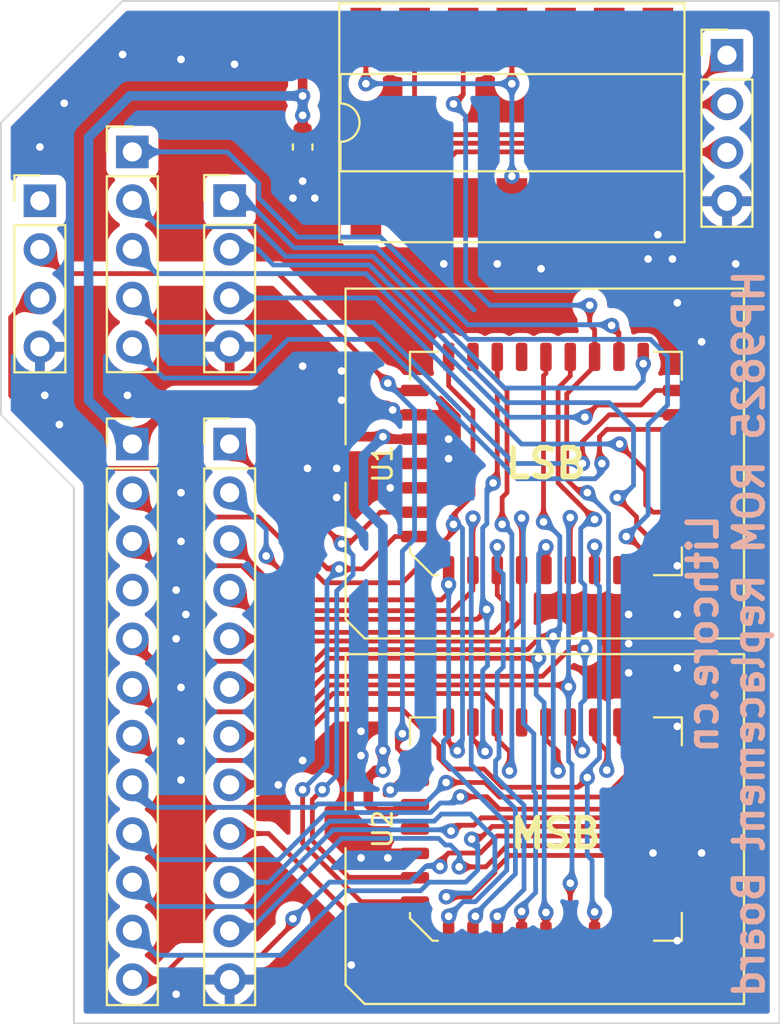
<source format=kicad_pcb>
(kicad_pcb (version 20211014) (generator pcbnew)
  (layers (0 "F.Cu" signal) (31 "B.Cu" signal) (34 "B.Paste" user) (35 "F.Paste" user) (36 "B.SilkS" user "B.Silkscreen") (37 "F.SilkS" user "F.Silkscreen") (38 "B.Mask" user) (39 "F.Mask" user) (44 "Edge.Cuts" user))
  (net 0 "")
  (net 1 "+5V")
  (net 2 "GND")
  (net 3 "/D7")
  (net 4 "/D6")
  (net 5 "/D5")
  (net 6 "/D4")
  (net 7 "/D3")
  (net 8 "/A8")
  (net 9 "/A9")
  (net 10 "/~{OE}")
  (net 11 "/A10")
  (net 12 "/A11")
  (net 13 "/D15")
  (net 14 "/D14")
  (net 15 "/D13")
  (net 16 "/D12")
  (net 17 "/D11")
  (net 18 "/A14")
  (net 19 "/A13")
  (net 20 "/A12")
  (net 21 "/~{CS20K}")
  (net 22 "/~{CS10K}")
  (net 23 "/~{CS0K}")
  (net 24 "/D0")
  (net 25 "/D1")
  (net 26 "/D2")
  (net 27 "/A7")
  (net 28 "/A6")
  (net 29 "/A5")
  (net 30 "/A4")
  (net 31 "/A3")
  (net 32 "/A2")
  (net 33 "/A1")
  (net 34 "/A0")
  (net 35 "/D8")
  (net 36 "/D9")
  (net 37 "/D10")
  (net 41 "/~{CE}")
  (footprint "Connector_PinHeader_2.54mm:PinHeader_1x12_P2.54mm_Vertical" (layer "F.Cu") (at 167.64 96.52)
    (fp_text reference "J1RD1" hide)
    (fp_text value "Conn_01x12" hide)
  )
  (footprint "Connector_PinHeader_2.54mm:PinHeader_1x12_P2.54mm_Vertical" (layer "F.Cu") (at 162.56 96.52)
    (fp_text reference "J1LD1" hide)
    (fp_text value "Conn_01x12" hide)
  )
  (footprint "Connector_PinHeader_2.54mm:PinHeader_1x04_P2.54mm_Vertical" (layer "F.Cu") (at 193.5988 76.2354)
    (fp_text reference "J4" hide)
    (fp_text value "Conn_01x04" hide)
  )
  (footprint "Connector_PinHeader_2.54mm:PinHeader_1x04_P2.54mm_Vertical" (layer "F.Cu") (at 167.64 83.82)
    (fp_text reference "J1RU1" hide)
    (fp_text value "Conn_01x04" hide)
  )
  (footprint "Capacitor_SMD:C_0603_1608Metric" (layer "F.Cu") (at 171.45 81.026 -90)
    (fp_text reference "C1" hide)
    (fp_text value "100nF" hide)
  )
  (footprint "Package_DIP:DIP-14_W8.89mm_SMDSocket_LongPads" (layer "F.Cu") (at 182.372 79.756 90)
    (fp_text reference "U3" hide)
    (fp_text value "74LS11" hide)
  )
  (footprint "PLCC32_SMT_Socket:PLCC-32_11.4x14.0mm_P1.27mm" (layer "F.Cu") (at 184.15 97.536 90)
    (fp_text reference "U1")
    (fp_text value "27C512PLCC")
  )
  (footprint "Connector_PinHeader_2.54mm:PinHeader_1x04_P2.54mm_Vertical" (layer "F.Cu") (at 157.734 83.83)
    (fp_text reference "J3" hide)
    (fp_text value "Conn_01x04" hide)
  )
  (footprint "PLCC32_SMT_Socket:PLCC-32_11.4x14.0mm_P1.27mm" (layer "F.Cu") (at 184.15 116.606 90)
    (fp_text reference "U2")
    (fp_text value "27C512PLCC")
  )
  (footprint "Connector_PinHeader_2.54mm:PinHeader_1x05_P2.54mm_Vertical" (layer "F.Cu") (at 162.56 81.28)
    (fp_text reference "J1LU1" hide)
    (fp_text value "Conn_01x05" hide)
  )
  (gr_line (start 155.702 79.756) (end 162.052 73.406) (layer "Edge.Cuts") (width 0.1))
  (gr_line (start 196.342 73.406) (end 196.342 91.186) (layer "Edge.Cuts") (width 0.1))
  (gr_line (start 162.052 73.406) (end 196.342 73.406) (layer "Edge.Cuts") (width 0.1))
  (gr_line (start 196.342 91.186) (end 196.342 126.746) (layer "Edge.Cuts") (width 0.1))
  (gr_line (start 159.512 98.806) (end 155.702 94.996) (layer "Edge.Cuts") (width 0.1))
  (gr_line (start 155.702 94.996) (end 155.702 79.756) (layer "Edge.Cuts") (width 0.1))
  (gr_line (start 159.512 126.746) (end 159.512 98.806) (layer "Edge.Cuts") (width 0.1))
  (gr_line (start 196.342 126.746) (end 159.512 126.746) (layer "Edge.Cuts") (width 0.1))
  (gr_text "Lithcore.cn\nHP9825 ROM Replacement Board" (at 193.548 106.426 90) (layer "B.SilkS") (effects (font (size 1.5 1.5) (thickness 0.3)) (justify mirror)))
  (gr_text "MSB" (at 184.658 116.84) (layer "F.SilkS") (effects (font (size 1.5 1.5) (thickness 0.3))))
  (gr_text "LSB" (at 184.15 97.536) (layer "F.SilkS") (effects (font (size 1.5 1.5) (thickness 0.3))))
  (segment (start 177.3125 96.266) (end 175.768 96.266) (width 0.5) (layer "F.Cu") (net 1))
  (segment (start 173.355 75.311) (end 171.45 77.216) (width 0.5) (layer "F.Cu") (net 1))
  (segment (start 171.45 77.216) (end 171.45 80.251) (width 0.5) (layer "F.Cu") (net 1))
  (segment (start 187.325 75.311) (end 187.198 75.438) (width 0.25) (layer "F.Cu") (net 1))
  (segment (start 174.879 113.919) (end 175.26 113.538) (width 0.5) (layer "F.Cu") (net 1))
  (segment (start 164.846 94.234) (end 170.688 94.234) (width 0.5) (layer "F.Cu") (net 1))
  (segment (start 174.752 75.311) (end 173.355 75.311) (width 0.5) (layer "F.Cu") (net 1))
  (segment (start 177.229 115.4195) (end 176.5535 115.4195) (width 0.5) (layer "F.Cu") (net 1))
  (segment (start 175.768 96.266) (end 175.641 96.139) (width 0.5) (layer "F.Cu") (net 1))
  (segment (start 175.641 113.538) (end 175.641 112.522) (width 0.5) (layer "F.Cu") (net 1))
  (segment (start 172.593 96.139) (end 175.641 96.139) (width 0.5) (layer "F.Cu") (net 1))
  (segment (start 179.832 84.201) (end 184.912 84.201) (width 0.25) (layer "F.Cu") (net 1))
  (segment (start 182.372 75.311) (end 182.372 77.724) (width 0.25) (layer "F.Cu") (net 1))
  (segment (start 187.452 75.311) (end 187.325 75.311) (width 0.25) (layer "F.Cu") (net 1))
  (segment (start 162.56 96.52) (end 164.846 94.234) (width 0.5) (layer "F.Cu") (net 1))
  (segment (start 170.688 94.234) (end 172.593 96.139) (width 0.5) (layer "F.Cu") (net 1))
  (segment (start 175.26 113.538) (end 175.641 113.538) (width 0.5) (layer "F.Cu") (net 1))
  (segment (start 176.5535 115.4195) (end 176.276 115.697) (width 0.5) (layer "F.Cu") (net 1))
  (segment (start 175.26 115.697) (end 174.879 115.316) (width 0.5) (layer "F.Cu") (net 1))
  (segment (start 177.3125 115.336) (end 177.229 115.4195) (width 0.5) (layer "F.Cu") (net 1))
  (segment (start 174.752 75.311) (end 174.752 77.724) (width 0.25) (layer "F.Cu") (net 1))
  (segment (start 182.372 75.311) (end 187.452 75.311) (width 0.25) (layer "F.Cu") (net 1))
  (segment (start 174.879 115.316) (end 174.879 113.919) (width 0.5) (layer "F.Cu") (net 1))
  (segment (start 176.276 115.697) (end 175.26 115.697) (width 0.5) (layer "F.Cu") (net 1))
  (via (at 171.45 78.359) (size 0.8) (drill 0.4) (layers "F.Cu" "B.Cu") (net 1))
  (via (at 175.641 96.139) (size 0.8) (drill 0.4) (layers "F.Cu" "B.Cu") (net 1))
  (via (at 174.752 77.724) (size 0.8) (drill 0.4) (layers "F.Cu" "B.Cu") (net 1))
  (via (at 175.641 112.522) (size 0.8) (drill 0.4) (layers "F.Cu" "B.Cu") (net 1))
  (via (at 175.641 113.538) (size 0.8) (drill 0.4) (layers "F.Cu" "B.Cu") (net 1))
  (via (at 182.372 82.55) (size 0.8) (drill 0.4) (layers "F.Cu" "B.Cu") (net 1))
  (via (at 182.372 77.724) (size 0.8) (drill 0.4) (layers "F.Cu" "B.Cu") (net 1))
  (via (at 171.45 79.375) (size 0.8) (drill 0.4) (layers "F.Cu" "B.Cu") (net 1))
  (segment (start 171.45 78.359) (end 171.45 79.375) (width 0.5) (layer "B.Cu") (net 1))
  (segment (start 174.625 97.155) (end 175.641 96.139) (width 0.5) (layer "B.Cu") (net 1))
  (segment (start 175.641 113.538) (end 175.641 101.092) (width 0.5) (layer "B.Cu") (net 1))
  (segment (start 174.752 77.724) (end 182.372 77.724) (width 0.25) (layer "B.Cu") (net 1))
  (segment (start 175.641 101.092) (end 175.641 100.838) (width 0.5) (layer "B.Cu") (net 1))
  (segment (start 175.641 100.838) (end 174.625 99.822) (width 0.5) (layer "B.Cu") (net 1))
  (segment (start 182.372 77.724) (end 182.372 82.55) (width 0.25) (layer "B.Cu") (net 1))
  (segment (start 174.625 99.822) (end 174.625 97.155) (width 0.5) (layer "B.Cu") (net 1))
  (segment (start 162.433 78.359) (end 171.45 78.359) (width 0.5) (layer "B.Cu") (net 1))
  (segment (start 160.274 80.518) (end 162.433 78.359) (width 0.5) (layer "B.Cu") (net 1))
  (segment (start 160.274 94.234) (end 160.274 80.518) (width 0.5) (layer "B.Cu") (net 1))
  (segment (start 162.56 96.52) (end 160.274 94.234) (width 0.5) (layer "B.Cu") (net 1))
  (segment (start 171.45 81.801) (end 171.45 82.804) (width 0.25) (layer "F.Cu") (net 2))
  (segment (start 177.3125 117.876) (end 176.129 117.876) (width 0.25) (layer "F.Cu") (net 2))
  (segment (start 176.022 114.5695) (end 176.5255 114.066) (width 0.25) (layer "F.Cu") (net 2))
  (segment (start 176.5255 114.066) (end 177.3125 114.066) (width 0.25) (layer "F.Cu") (net 2))
  (segment (start 176.129 117.876) (end 175.895 118.11) (width 0.25) (layer "F.Cu") (net 2))
  (segment (start 189.738 117.856) (end 192.278 117.856) (width 0.25) (layer "F.Cu") (net 2))
  (via (at 157.988 93.98) (size 0.8) (drill 0.4) (layers "F.Cu" "B.Cu") (net 2))
  (via (at 164.846 104.14) (size 0.8) (drill 0.4) (layers "F.Cu" "B.Cu") (net 2))
  (via (at 165.1 112.014) (size 0.8) (drill 0.4) (layers "F.Cu" "B.Cu") (net 2))
  (via (at 172.085 83.693) (size 0.8) (drill 0.4) (layers "F.Cu" "B.Cu") (net 2))
  (via (at 191.008 102.87) (size 0.8) (drill 0.4) (layers "F.Cu" "B.Cu") (net 2))
  (via (at 179.07 97.282) (size 0.8) (drill 0.4) (layers "F.Cu" "B.Cu") (net 2))
  (via (at 175.895 118.11) (size 0.8) (drill 0.4) (layers "F.Cu" "B.Cu") (net 2))
  (via (at 192.278 91.186) (size 0.8) (drill 0.4) (layers "F.Cu" "B.Cu") (net 2))
  (via (at 174.498 112.776) (size 0.8) (drill 0.4) (layers "F.Cu" "B.Cu") (net 2))
  (via (at 176.149 94.742) (size 0.8) (drill 0.4) (layers "F.Cu" "B.Cu") (net 2))
  (via (at 170.18 114.3) (size 0.8) (drill 0.4) (layers "F.Cu" "B.Cu") (net 2))
  (via (at 191.008 105.41) (size 0.8) (drill 0.4) (layers "F.Cu" "B.Cu") (net 2))
  (via (at 183.896 87.376) (size 0.8) (drill 0.4) (layers "F.Cu" "B.Cu") (net 2))
  (via (at 181.61 87.122) (size 0.8) (drill 0.4) (layers "F.Cu" "B.Cu") (net 2))
  (via (at 171.45 92.456) (size 0.8) (drill 0.4) (layers "F.Cu" "B.Cu") (net 2))
  (via (at 178.816 87.122) (size 0.8) (drill 0.4) (layers "F.Cu" "B.Cu") (net 2))
  (via (at 190.754 86.868) (size 0.8) (drill 0.4) (layers "F.Cu" "B.Cu") (net 2))
  (via (at 162.306 93.98) (size 0.8) (drill 0.4) (layers "F.Cu" "B.Cu") (net 2))
  (via (at 173.482 92.71) (size 0.8) (drill 0.4) (layers "F.Cu" "B.Cu") (net 2))
  (via (at 173.99 123.698) (size 0.8) (drill 0.4) (layers "F.Cu" "B.Cu") (net 2))
  (via (at 173.482 94.234) (size 0.8) (drill 0.4) (layers "F.Cu" "B.Cu") (net 2))
  (via (at 191.008 111.252) (size 0.8) (drill 0.4) (layers "F.Cu" "B.Cu") (net 2))
  (via (at 192.278 117.856) (size 0.8) (drill 0.4) (layers "F.Cu" "B.Cu") (net 2))
  (via (at 179.07 96.266) (size 0.8) (drill 0.4) (layers "F.Cu" "B.Cu") (net 2))
  (via (at 173.228 99.314) (size 0.8) (drill 0.4) (layers "F.Cu" "B.Cu") (net 2))
  (via (at 158.75 95.504) (size 0.8) (drill 0.4) (layers "F.Cu" "B.Cu") (net 2))
  (via (at 164.846 106.68) (size 0.8) (drill 0.4) (layers "F.Cu" "B.Cu") (net 2))
  (via (at 189.992 85.598) (size 0.8) (drill 0.4) (layers "F.Cu" "B.Cu") (net 2))
  (via (at 188.468 106.934) (size 0.8) (drill 0.4) (layers "F.Cu" "B.Cu") (net 2))
  (via (at 194.056 87.122) (size 0.8) (drill 0.4) (layers "F.Cu" "B.Cu") (net 2))
  (via (at 189.738 117.856) (size 0.8) (drill 0.4) (layers "F.Cu" "B.Cu") (net 2))
  (via (at 170.942 83.693) (size 0.8) (drill 0.4) (layers "F.Cu" "B.Cu") (net 2))
  (via (at 191.008 89.154) (size 0.8) (drill 0.4) (layers "F.Cu" "B.Cu") (net 2))
  (via (at 171.45 113.03) (size 0.8) (drill 0.4) (layers "F.Cu" "B.Cu") (net 2))
  (via (at 171.45 82.804) (size 0.8) (drill 0.4) (layers "F.Cu" "B.Cu") (net 2))
  (via (at 162.052 76.2) (size 0.8) (drill 0.4) (layers "F.Cu" "B.Cu") (net 2))
  (via (at 159.004 78.74) (size 0.8) (drill 0.4) (layers "F.Cu" "B.Cu") (net 2))
  (via (at 188.468 105.41) (size 0.8) (drill 0.4) (layers "F.Cu" "B.Cu") (net 2))
  (via (at 165.1 76.454) (size 0.8) (drill 0.4) (layers "F.Cu" "B.Cu") (net 2))
  (via (at 173.228 97.79) (size 0.8) (drill 0.4) (layers "F.Cu" "B.Cu") (net 2))
  (via (at 174.498 118.11) (size 0.8) (drill 0.4) (layers "F.Cu" "B.Cu") (net 2))
  (via (at 171.704 97.79) (size 0.8) (drill 0.4) (layers "F.Cu" "B.Cu") (net 2))
  (via (at 167.894 76.708) (size 0.8) (drill 0.4) (layers "F.Cu" "B.Cu") (net 2))
  (via (at 165.1 99.06) (size 0.8) (drill 0.4) (layers "F.Cu" "B.Cu") (net 2))
  (via (at 165.354 105.41) (size 0.8) (drill 0.4) (layers "F.Cu" "B.Cu") (net 2))
  (via (at 191.008 108.204) (size 0.8) (drill 0.4) (layers "F.Cu" "B.Cu") (net 2))
  (via (at 165.1 109.22) (size 0.8) (drill 0.4) (layers "F.Cu" "B.Cu") (net 2))
  (via (at 189.484 86.868) (size 0.8) (drill 0.4) (layers "F.Cu" "B.Cu") (net 2))
  (via (at 191.008 122.428) (size 0.8) (drill 0.4) (layers "F.Cu" "B.Cu") (net 2))
  (via (at 188.468 108.458) (size 0.8) (drill 0.4) (layers "F.Cu" "B.Cu") (net 2))
  (via (at 165.1 114.046) (size 0.8) (drill 0.4) (layers "F.Cu" "B.Cu") (net 2))
  (via (at 174.498 111.506) (size 0.8) (drill 0.4) (layers "F.Cu" "B.Cu") (net 2))
  (via (at 176.022 98.806) (size 0.8) (drill 0.4) (layers "F.Cu" "B.Cu") (net 2))
  (via (at 157.734 81.026) (size 0.8) (drill 0.4) (layers "F.Cu" "B.Cu") (net 2))
  (via (at 164.846 125.222) (size 0.8) (drill 0.4) (layers "F.Cu" "B.Cu") (net 2))
  (via (at 176.022 114.5695) (size 0.8) (drill 0.4) (layers "F.Cu" "B.Cu") (net 2))
  (via (at 165.1 101.6) (size 0.8) (drill 0.4) (layers "F.Cu" "B.Cu") (net 2))
  (segment (start 187.96 90.7155) (end 187.579 90.3345) (width 0.25) (layer "F.Cu") (net 3))
  (segment (start 187.96 91.9735) (end 187.96 90.7155) (width 0.25) (layer "F.Cu") (net 3))
  (via (at 187.579 90.3345) (size 0.8) (drill 0.4) (layers "F.Cu" "B.Cu") (net 3))
  (segment (start 162.56 81.28) (end 167.513 81.28) (width 0.25) (layer "B.Cu") (net 3))
  (segment (start 175.514 85.725) (end 180.086 90.297) (width 0.25) (layer "B.Cu") (net 3))
  (segment (start 169.164 83.693) (end 171.196 85.725) (width 0.25) (layer "B.Cu") (net 3))
  (segment (start 185.928 90.297) (end 186.69 90.297) (width 0.25) (layer "B.Cu") (net 3))
  (segment (start 171.196 85.725) (end 175.514 85.725) (width 0.25) (layer "B.Cu") (net 3))
  (segment (start 185.928 90.297) (end 187.5415 90.297) (width 0.25) (layer "B.Cu") (net 3))
  (segment (start 167.513 81.28) (end 169.164 82.931) (width 0.25) (layer "B.Cu") (net 3))
  (segment (start 187.5415 90.297) (end 187.579 90.3345) (width 0.25) (layer "B.Cu") (net 3))
  (segment (start 169.164 82.931) (end 169.164 83.693) (width 0.25) (layer "B.Cu") (net 3))
  (segment (start 180.086 90.297) (end 185.928 90.297) (width 0.25) (layer "B.Cu") (net 3))
  (via (at 189.23 92.329) (size 0.8) (drill 0.4) (layers "F.Cu" "B.Cu") (net 4))
  (segment (start 188.849 93.599) (end 189.23 93.218) (width 0.25) (layer "B.Cu") (net 4))
  (segment (start 163.925 85.185) (end 169.016 85.185) (width 0.25) (layer "B.Cu") (net 4))
  (segment (start 175.124792 86.73) (end 181.993792 93.599) (width 0.25) (layer "B.Cu") (net 4))
  (segment (start 189.23 93.218) (end 189.23 92.329) (width 0.25) (layer "B.Cu") (net 4))
  (segment (start 181.993792 93.599) (end 188.849 93.599) (width 0.25) (layer "B.Cu") (net 4))
  (segment (start 169.016 85.185) (end 170.561 86.73) (width 0.25) (layer "B.Cu") (net 4))
  (segment (start 162.56 83.82) (end 163.925 85.185) (width 0.25) (layer "B.Cu") (net 4))
  (segment (start 170.561 86.73) (end 175.124792 86.73) (width 0.25) (layer "B.Cu") (net 4))
  (segment (start 190.9875 93.726) (end 189.865 93.726) (width 0.25) (layer "F.Cu") (net 5))
  (segment (start 189.865 93.726) (end 189.103 94.488) (width 0.25) (layer "F.Cu") (net 5))
  (segment (start 186.817 94.488) (end 186.182 95.123) (width 0.25) (layer "F.Cu") (net 5))
  (segment (start 189.103 94.488) (end 186.817 94.488) (width 0.25) (layer "F.Cu") (net 5))
  (via (at 186.182 95.123) (size 0.8) (drill 0.4) (layers "F.Cu" "B.Cu") (net 5))
  (segment (start 174.752 87.63) (end 171.958 87.63) (width 0.25) (layer "B.Cu") (net 5))
  (segment (start 182.245 95.123) (end 174.752 87.63) (width 0.25) (layer "B.Cu") (net 5))
  (segment (start 184.785 95.123) (end 182.245 95.123) (width 0.25) (layer "B.Cu") (net 5))
  (segment (start 184.785 95.123) (end 186.182 95.123) (width 0.25) (layer "B.Cu") (net 5))
  (segment (start 162.56 86.36) (end 163.83 87.63) (width 0.25) (layer "B.Cu") (net 5))
  (segment (start 163.83 87.63) (end 171.958 87.63) (width 0.25) (layer "B.Cu") (net 5))
  (segment (start 187.450604 94.996) (end 190.9875 94.996) (width 0.25) (layer "F.Cu") (net 6))
  (segment (start 186.055 96.391604) (end 187.450604 94.996) (width 0.25) (layer "F.Cu") (net 6))
  (segment (start 186.055 97.536) (end 186.055 96.391604) (width 0.25) (layer "F.Cu") (net 6))
  (via (at 186.055 97.536) (size 0.8) (drill 0.4) (layers "F.Cu" "B.Cu") (net 6))
  (segment (start 163.83 90.17) (end 175.133 90.17) (width 0.25) (layer "B.Cu") (net 6))
  (segment (start 182.499 97.536) (end 186.055 97.536) (width 0.25) (layer "B.Cu") (net 6))
  (segment (start 162.56 88.9) (end 163.83 90.17) (width 0.25) (layer "B.Cu") (net 6))
  (segment (start 175.133 90.17) (end 182.499 97.536) (width 0.25) (layer "B.Cu") (net 6))
  (segment (start 187.579 95.758) (end 187.325 95.758) (width 0.25) (layer "F.Cu") (net 7))
  (segment (start 186.944 97.409) (end 187.071 97.536) (width 0.25) (layer "F.Cu") (net 7))
  (segment (start 187.198 97.409) (end 187.071 97.536) (width 0.25) (layer "F.Cu") (net 7))
  (segment (start 190.4795 95.758) (end 187.579 95.758) (width 0.25) (layer "F.Cu") (net 7))
  (segment (start 187.325 95.758) (end 186.944 96.139) (width 0.25) (layer "F.Cu") (net 7))
  (segment (start 190.9875 96.266) (end 190.4795 95.758) (width 0.25) (layer "F.Cu") (net 7))
  (segment (start 186.944 96.139) (end 186.944 97.409) (width 0.25) (layer "F.Cu") (net 7))
  (via (at 187.071 97.536) (size 0.8) (drill 0.4) (layers "F.Cu" "B.Cu") (net 7))
  (segment (start 182.657305 98.330701) (end 175.385604 91.059) (width 0.25) (layer "B.Cu") (net 7))
  (segment (start 186.722701 98.330701) (end 182.657305 98.330701) (width 0.25) (layer "B.Cu") (net 7))
  (segment (start 175.385604 91.059) (end 170.688 91.059) (width 0.25) (layer "B.Cu") (net 7))
  (segment (start 170.688 91.059) (end 168.670557 93.076443) (width 0.25) (layer "B.Cu") (net 7))
  (segment (start 164.196443 93.076443) (end 162.56 91.44) (width 0.25) (layer "B.Cu") (net 7))
  (segment (start 187.071 97.536) (end 187.071 97.982402) (width 0.25) (layer "B.Cu") (net 7))
  (segment (start 187.071 97.536) (end 187.071 97.728402) (width 0.25) (layer "B.Cu") (net 7))
  (segment (start 187.071 97.982402) (end 186.722701 98.330701) (width 0.25) (layer "B.Cu") (net 7))
  (segment (start 168.670557 93.076443) (end 164.196443 93.076443) (width 0.25) (layer "B.Cu") (net 7))
  (segment (start 179.07 111.0435) (end 179.07 112.0665) (width 0.25) (layer "F.Cu") (net 8))
  (segment (start 169.164 100.33) (end 172.593 103.759) (width 0.25) (layer "F.Cu") (net 8))
  (segment (start 179.324 100.711) (end 179.324 100.203) (width 0.25) (layer "F.Cu") (net 8))
  (segment (start 180.34 99.187) (end 180.34 94.742) (width 0.25) (layer "F.Cu") (net 8))
  (segment (start 162.56 99.06) (end 163.83 100.33) (width 0.25) (layer "F.Cu") (net 8))
  (segment (start 180.34 94.742) (end 179.07 93.472) (width 0.25) (layer "F.Cu") (net 8))
  (segment (start 179.07 93.472) (end 179.07 92.03425) (width 0.25) (layer "F.Cu") (net 8))
  (segment (start 172.593 103.759) (end 176.657 103.759) (width 0.25) (layer "F.Cu") (net 8))
  (segment (start 163.83 100.33) (end 169.164 100.33) (width 0.25) (layer "F.Cu") (net 8))
  (segment (start 179.07 112.0665) (end 179.5255 112.522) (width 0.25) (layer "F.Cu") (net 8))
  (segment (start 176.657 103.759) (end 179.324 101.092) (width 0.25) (layer "F.Cu") (net 8))
  (segment (start 179.324 101.092) (end 179.324 100.711) (width 0.25) (layer "F.Cu") (net 8))
  (segment (start 179.324 100.203) (end 180.34 99.187) (width 0.25) (layer "F.Cu") (net 8))
  (via (at 179.5255 112.522) (size 0.8) (drill 0.4) (layers "F.Cu" "B.Cu") (net 8))
  (via (at 179.324 100.711) (size 0.8) (drill 0.4) (layers "F.Cu" "B.Cu") (net 8))
  (segment (start 179.5255 112.522) (end 179.5255 112.1935) (width 0.25) (layer "B.Cu") (net 8))
  (segment (start 179.795 111.924) (end 179.795 100.928) (width 0.25) (layer "B.Cu") (net 8))
  (segment (start 179.795 100.928) (end 179.197 100.33) (width 0.25) (layer "B.Cu") (net 8))
  (segment (start 179.5255 112.1935) (end 179.795 111.924) (width 0.25) (layer "B.Cu") (net 8))
  (segment (start 163.83 102.87) (end 168.273604 102.87) (width 0.25) (layer "F.Cu") (net 9))
  (segment (start 180.34 92.584396) (end 180.34 91.98875) (width 0.25) (layer "F.Cu") (net 9))
  (segment (start 180.34 111.92775) (end 180.975 112.56275) (width 0.25) (layer "F.Cu") (net 9))
  (segment (start 162.56 101.6) (end 163.83 102.87) (width 0.25) (layer "F.Cu") (net 9))
  (segment (start 181.3935 98.552) (end 181.61 98.3355) (width 0.25) (layer "F.Cu") (net 9))
  (segment (start 180.540903 105.664) (end 181.057622 105.147281) (width 0.25) (layer "F.Cu") (net 9))
  (segment (start 180.34 111.08425) (end 180.34 111.92775) (width 0.25) (layer "F.Cu") (net 9))
  (segment (start 168.273604 102.87) (end 171.067604 105.664) (width 0.25) (layer "F.Cu") (net 9))
  (segment (start 181.61 98.3355) (end 181.61 93.854396) (width 0.25) (layer "F.Cu") (net 9))
  (segment (start 181.61 93.854396) (end 180.34 92.584396) (width 0.25) (layer "F.Cu") (net 9))
  (segment (start 171.067604 105.664) (end 180.540903 105.664) (width 0.25) (layer "F.Cu") (net 9))
  (via (at 180.975 112.56275) (size 0.8) (drill 0.4) (layers "F.Cu" "B.Cu") (net 9))
  (via (at 181.057622 105.147281) (size 0.8) (drill 0.4) (layers "F.Cu" "B.Cu") (net 9))
  (via (at 181.3935 98.552) (size 0.8) (drill 0.4) (layers "F.Cu" "B.Cu") (net 9))
  (segment (start 181.102 108.077) (end 180.848 108.331) (width 0.25) (layer "B.Cu") (net 9))
  (segment (start 181.065 100.681305) (end 180.848 100.898305) (width 0.25) (layer "B.Cu") (net 9))
  (segment (start 181.065 98.8805) (end 181.065 100.681305) (width 0.25) (layer "B.Cu") (net 9))
  (segment (start 180.848 100.898305) (end 180.848 104.937659) (width 0.25) (layer "B.Cu") (net 9))
  (segment (start 180.848 108.331) (end 180.848 112.43575) (width 0.25) (layer "B.Cu") (net 9))
  (segment (start 180.848 104.937659) (end 181.057622 105.147281) (width 0.25) (layer "B.Cu") (net 9))
  (segment (start 181.3935 98.552) (end 181.065 98.8805) (width 0.25) (layer "B.Cu") (net 9))
  (segment (start 180.848 112.43575) (end 180.975 112.56275) (width 0.25) (layer "B.Cu") (net 9))
  (segment (start 181.057622 105.147281) (end 181.102 108.077) (width 0.25) (layer "B.Cu") (net 9))
  (segment (start 163.735 107.855) (end 172.053 107.855) (width 0.25) (layer "F.Cu") (net 10))
  (segment (start 184.023 100.584) (end 184.023 92.95925) (width 0.25) (layer "F.Cu") (net 10))
  (segment (start 183.886695 106.553) (end 184.531 106.553) (width 0.25) (layer "F.Cu") (net 10))
  (segment (start 172.053 107.855) (end 172.662 107.246) (width 0.25) (layer "F.Cu") (net 10))
  (segment (start 184.15 111.92775) (end 184.785 112.56275) (width 0.25) (layer "F.Cu") (net 10))
  (segment (start 183.193695 107.246) (end 183.886695 106.553) (width 0.25) (layer "F.Cu") (net 10))
  (segment (start 184.785 112.56275) (end 184.785 113.57875) (width 0.25) (layer "F.Cu") (net 10))
  (segment (start 162.56 106.68) (end 163.735 107.855) (width 0.25) (layer "F.Cu") (net 10))
  (segment (start 184.15 92.83225) (end 184.15 91.98875) (width 0.25) (layer "F.Cu") (net 10))
  (segment (start 172.662 107.246) (end 183.193695 107.246) (width 0.25) (layer "F.Cu") (net 10))
  (segment (start 184.023 92.95925) (end 184.15 92.83225) (width 0.25) (layer "F.Cu") (net 10))
  (segment (start 184.15 111.08425) (end 184.15 111.92775) (width 0.25) (layer "F.Cu") (net 10))
  (via (at 184.531 106.553) (size 0.8) (drill 0.4) (layers "F.Cu" "B.Cu") (net 10))
  (via (at 184.023 100.584) (size 0.8) (drill 0.4) (layers "F.Cu" "B.Cu") (net 10))
  (via (at 184.785 113.57875) (size 0.8) (drill 0.4) (layers "F.Cu" "B.Cu") (net 10))
  (segment (start 184.531 106.553) (end 184.531 113.32475) (width 0.25) (layer "B.Cu") (net 10))
  (segment (start 184.785 113.57875) (end 184.875 113.48875) (width 0.25) (layer "B.Cu") (net 10))
  (segment (start 184.023 100.584) (end 184.118 100.584) (width 0.25) (layer "B.Cu") (net 10))
  (segment (start 184.531 113.32475) (end 184.785 113.57875) (width 0.25) (layer "B.Cu") (net 10))
  (segment (start 184.875 106.209) (end 184.531 106.553) (width 0.25) (layer "B.Cu") (net 10))
  (segment (start 184.875 101.341) (end 184.875 106.209) (width 0.25) (layer "B.Cu") (net 10))
  (segment (start 184.118 100.584) (end 184.875 101.341) (width 0.25) (layer "B.Cu") (net 10))
  (segment (start 185.42 107.188) (end 185.928 107.188) (width 0.25) (layer "F.Cu") (net 11))
  (segment (start 172.423 108.755) (end 172.425792 108.755) (width 0.25) (layer "F.Cu") (net 11))
  (segment (start 184.785 93.599) (end 185.42 92.964) (width 0.25) (layer "F.Cu") (net 11))
  (segment (start 172.425792 108.755) (end 172.543292 108.6375) (width 0.25) (layer "F.Cu") (net 11))
  (segment (start 185.42 111.0435) (end 185.42 111.887) (width 0.25) (layer "F.Cu") (net 11))
  (segment (start 170.688 110.49) (end 172.423 108.755) (width 0.25) (layer "F.Cu") (net 11))
  (segment (start 172.543292 108.6375) (end 183.9705 108.6375) (width 0.25) (layer "F.Cu") (net 11))
  (segment (start 184.785 98.552) (end 184.785 93.599) (width 0.25) (layer "F.Cu") (net 11))
  (segment (start 183.9705 108.6375) (end 185.42 107.188) (width 0.25) (layer "F.Cu") (net 11))
  (segment (start 186.69 100.457) (end 184.785 98.552) (width 0.25) (layer "F.Cu") (net 11))
  (segment (start 185.42 111.887) (end 186.055 112.522) (width 0.25) (layer "F.Cu") (net 11))
  (segment (start 163.83 110.49) (end 170.688 110.49) (width 0.25) (layer "F.Cu") (net 11))
  (segment (start 185.42 92.964) (end 185.42 91.9735) (width 0.25) (layer "F.Cu") (net 11))
  (segment (start 162.56 109.22) (end 163.83 110.49) (width 0.25) (layer "F.Cu") (net 11))
  (via (at 186.182 107.188) (size 0.8) (drill 0.4) (layers "F.Cu" "B.Cu") (net 11))
  (via (at 186.055 112.522) (size 0.8) (drill 0.4) (layers "F.Cu" "B.Cu") (net 11))
  (via (at 186.69 100.457) (size 0.8) (drill 0.4) (layers "F.Cu" "B.Cu") (net 11))
  (segment (start 185.965 100.928) (end 185.965 103.669) (width 0.25) (layer "B.Cu") (net 11))
  (segment (start 186.69 100.457) (end 186.436 100.457) (width 0.25) (layer "B.Cu") (net 11))
  (segment (start 186.436 100.457) (end 185.965 100.928) (width 0.25) (layer "B.Cu") (net 11))
  (segment (start 185.965 103.669) (end 186.182 103.886) (width 0.25) (layer "B.Cu") (net 11))
  (segment (start 185.965 112.432) (end 185.965 110.072) (width 0.25) (layer "B.Cu") (net 11))
  (segment (start 186.182 103.886) (end 186.182 107.188) (width 0.25) (layer "B.Cu") (net 11))
  (segment (start 185.965 110.072) (end 186.182 109.855) (width 0.25) (layer "B.Cu") (net 11))
  (segment (start 186.055 112.522) (end 185.965 112.432) (width 0.25) (layer "B.Cu") (net 11))
  (segment (start 186.182 109.855) (end 186.182 107.188) (width 0.25) (layer "B.Cu") (net 11))
  (segment (start 181.61 110.236) (end 181.61 111.0435) (width 0.25) (layer "F.Cu") (net 12))
  (segment (start 182.118 99.06) (end 182.118 93.726) (width 0.25) (layer "F.Cu") (net 12))
  (segment (start 162.56 111.76) (end 163.83 113.03) (width 0.25) (layer "F.Cu") (net 12))
  (segment (start 173.038896 109.5375) (end 180.9115 109.5375) (width 0.25) (layer "F.Cu") (net 12))
  (segment (start 181.864 99.314) (end 182.118 99.06) (width 0.25) (layer "F.Cu") (net 12))
  (segment (start 182.118 93.726) (end 181.61 93.218) (width 0.25) (layer "F.Cu") (net 12))
  (segment (start 180.9115 109.5375) (end 181.61 110.236) (width 0.25) (layer "F.Cu") (net 12))
  (segment (start 169.546396 113.03) (end 173.038896 109.5375) (width 0.25) (layer "F.Cu") (net 12))
  (segment (start 181.61 111.08425) (end 181.61 111.92775) (width 0.25) (layer "F.Cu") (net 12))
  (segment (start 181.61 111.92775) (end 182.245 112.56275) (width 0.25) (layer "F.Cu") (net 12))
  (segment (start 163.83 113.03) (end 169.546396 113.03) (width 0.25) (layer "F.Cu") (net 12))
  (segment (start 181.61 93.218) (end 181.61 91.9735) (width 0.25) (layer "F.Cu") (net 12))
  (segment (start 182.245 112.56275) (end 182.245 113.57875) (width 0.25) (layer "F.Cu") (net 12))
  (segment (start 181.864 100.711) (end 181.864 99.314) (width 0.25) (layer "F.Cu") (net 12))
  (via (at 181.864 100.711) (size 0.8) (drill 0.4) (layers "F.Cu" "B.Cu") (net 12))
  (via (at 182.245 113.57875) (size 0.8) (drill 0.4) (layers "F.Cu" "B.Cu") (net 12))
  (segment (start 181.864 100.711) (end 182.372 101.219) (width 0.25) (layer "B.Cu") (net 12))
  (segment (start 182.372 113.45175) (end 182.245 113.57875) (width 0.25) (layer "B.Cu") (net 12))
  (segment (start 182.372 101.219) (end 182.372 113.45175) (width 0.25) (layer "B.Cu") (net 12))
  (segment (start 178.938872 114.177471) (end 180.968471 114.177471) (width 0.25) (layer "F.Cu") (net 13))
  (segment (start 188.341 112.395) (end 187.96 112.014) (width 0.25) (layer "F.Cu") (net 13))
  (segment (start 181.726 114.935) (end 187.198 114.935) (width 0.25) (layer "F.Cu") (net 13))
  (segment (start 187.96 112.014) (end 187.96 111.0435) (width 0.25) (layer "F.Cu") (net 13))
  (segment (start 180.968471 114.177471) (end 181.726 114.935) (width 0.25) (layer "F.Cu") (net 13))
  (segment (start 188.341 113.792) (end 188.341 112.395) (width 0.25) (layer "F.Cu") (net 13))
  (segment (start 187.256 114.877) (end 188.341 113.792) (width 0.25) (layer "F.Cu") (net 13))
  (via (at 178.938872 114.177471) (size 0.8) (drill 0.4) (layers "F.Cu" "B.Cu") (net 13))
  (segment (start 172.053 115.475) (end 163.735 115.475) (width 0.25) (layer "B.Cu") (net 13))
  (segment (start 163.735 115.475) (end 162.56 114.3) (width 0.25) (layer "B.Cu") (net 13))
  (segment (start 172.234 115.294) (end 172.053 115.475) (width 0.25) (layer "B.Cu") (net 13))
  (segment (start 177.822343 115.294) (end 172.234 115.294) (width 0.25) (layer "B.Cu") (net 13))
  (segment (start 178.938872 114.177471) (end 177.822343 115.294) (width 0.25) (layer "B.Cu") (net 13))
  (segment (start 181.077389 114.922785) (end 181.724604 115.57) (width 0.25) (layer "F.Cu") (net 14))
  (segment (start 179.684186 114.922785) (end 181.077389 114.922785) (width 0.25) (layer "F.Cu") (net 14))
  (segment (start 187.199396 115.57) (end 188.791 113.978396) (width 0.25) (layer "F.Cu") (net 14))
  (segment (start 189.23 111.887) (end 189.23 111.0435) (width 0.25) (layer "F.Cu") (net 14))
  (segment (start 181.724604 115.57) (end 187.199396 115.57) (width 0.25) (layer "F.Cu") (net 14))
  (segment (start 188.791 113.978396) (end 188.791 112.326) (width 0.25) (layer "F.Cu") (net 14))
  (segment (start 188.791 112.326) (end 189.23 111.887) (width 0.25) (layer "F.Cu") (net 14))
  (via (at 179.684186 114.922785) (size 0.8) (drill 0.4) (layers "F.Cu" "B.Cu") (net 14))
  (segment (start 178.629604 115.247) (end 178.132604 115.744) (width 0.25) (layer "B.Cu") (net 14))
  (segment (start 163.925 118.205) (end 162.56 116.84) (width 0.25) (layer "B.Cu") (net 14))
  (segment (start 179.359971 115.247) (end 178.629604 115.247) (width 0.25) (layer "B.Cu") (net 14))
  (segment (start 170.212 118.205) (end 163.925 118.205) (width 0.25) (layer "B.Cu") (net 14))
  (segment (start 172.673 115.744) (end 170.212 118.205) (width 0.25) (layer "B.Cu") (net 14))
  (segment (start 179.684186 114.922785) (end 179.359971 115.247) (width 0.25) (layer "B.Cu") (net 14))
  (segment (start 178.132604 115.744) (end 172.673 115.744) (width 0.25) (layer "B.Cu") (net 14))
  (segment (start 180.779 116.02) (end 185.235 116.02) (width 0.25) (layer "F.Cu") (net 15))
  (segment (start 179.197 116.713) (end 179.5035 116.4065) (width 0.25) (layer "F.Cu") (net 15))
  (segment (start 187.385792 116.02) (end 185.235 116.02) (width 0.25) (layer "F.Cu") (net 15))
  (segment (start 180.3925 116.4065) (end 180.779 116.02) (width 0.25) (layer "F.Cu") (net 15))
  (segment (start 190.9875 112.796) (end 189.972 112.796) (width 0.25) (layer "F.Cu") (net 15))
  (segment (start 189.972 112.796) (end 189.241 113.527) (width 0.25) (layer "F.Cu") (net 15))
  (segment (start 189.241 114.164792) (end 187.385792 116.02) (width 0.25) (layer "F.Cu") (net 15))
  (segment (start 189.241 113.527) (end 189.241 114.164792) (width 0.25) (layer "F.Cu") (net 15))
  (segment (start 179.5035 116.4065) (end 180.3925 116.4065) (width 0.25) (layer "F.Cu") (net 15))
  (via (at 179.197 116.713) (size 0.8) (drill 0.4) (layers "F.Cu" "B.Cu") (net 15))
  (segment (start 173.045792 116.644) (end 169.039792 120.65) (width 0.25) (layer "B.Cu") (net 15))
  (segment (start 179.197 116.713) (end 178.943 116.713) (width 0.25) (layer "B.Cu") (net 15))
  (segment (start 169.039792 120.65) (end 163.83 120.65) (width 0.25) (layer "B.Cu") (net 15))
  (segment (start 163.83 120.65) (end 162.56 119.38) (width 0.25) (layer "B.Cu") (net 15))
  (segment (start 178.943 116.713) (end 178.874 116.644) (width 0.25) (layer "B.Cu") (net 15))
  (segment (start 178.874 116.644) (end 173.045792 116.644) (width 0.25) (layer "B.Cu") (net 15))
  (segment (start 180.6835 117.1315) (end 181.345 116.47) (width 0.25) (layer "F.Cu") (net 16))
  (segment (start 181.345 116.47) (end 187.572188 116.47) (width 0.25) (layer "F.Cu") (net 16))
  (segment (start 180.2722 117.1315) (end 180.6835 117.1315) (width 0.25) (layer "F.Cu") (net 16))
  (segment (start 187.572188 116.47) (end 189.976188 114.066) (width 0.25) (layer "F.Cu") (net 16))
  (segment (start 189.976188 114.066) (end 190.9875 114.066) (width 0.25) (layer "F.Cu") (net 16))
  (via (at 180.2722 117.1315) (size 0.8) (drill 0.4) (layers "F.Cu" "B.Cu") (net 16))
  (segment (start 170.307 123.19) (end 173.6725 119.8245) (width 0.25) (layer "B.Cu") (net 16))
  (segment (start 163.83 123.19) (end 170.307 123.19) (width 0.25) (layer "B.Cu") (net 16))
  (segment (start 173.6725 119.8245) (end 177.605312 119.8245) (width 0.25) (layer "B.Cu") (net 16))
  (segment (start 179.961094 119.377906) (end 180.594 118.745) (width 0.25) (layer "B.Cu") (net 16))
  (segment (start 180.594 118.745) (end 180.594 117.4533) (width 0.25) (layer "B.Cu") (net 16))
  (segment (start 178.051906 119.377906) (end 179.961094 119.377906) (width 0.25) (layer "B.Cu") (net 16))
  (segment (start 162.56 121.92) (end 163.83 123.19) (width 0.25) (layer "B.Cu") (net 16))
  (segment (start 180.594 117.4533) (end 180.2722 117.1315) (width 0.25) (layer "B.Cu") (net 16))
  (segment (start 177.605312 119.8245) (end 178.051906 119.377906) (width 0.25) (layer "B.Cu") (net 16))
  (segment (start 169.291 123.19) (end 170.942 121.539) (width 0.25) (layer "F.Cu") (net 17))
  (segment (start 187.833 116.967) (end 189.464 115.336) (width 0.25) (layer "F.Cu") (net 17))
  (segment (start 180.721 117.856) (end 181.61 116.967) (width 0.25) (layer "F.Cu") (net 17))
  (segment (start 189.464 115.336) (end 190.9875 115.336) (width 0.25) (layer "F.Cu") (net 17))
  (segment (start 163.957 124.46) (end 165.227 123.19) (width 0.25) (layer "F.Cu") (net 17))
  (segment (start 162.56 124.46) (end 163.957 124.46) (width 0.25) (layer "F.Cu") (net 17))
  (segment (start 178.6212 118.5588) (end 178.6212 118.3048) (width 0.25) (layer "F.Cu") (net 17))
  (segment (start 170.942 121.539) (end 170.942 121.285) (width 0.25) (layer "F.Cu") (net 17))
  (segment (start 179.07 117.856) (end 180.721 117.856) (width 0.25) (layer "F.Cu") (net 17))
  (segment (start 178.6212 118.3048) (end 179.07 117.856) (width 0.25) (layer "F.Cu") (net 17))
  (segment (start 181.61 116.967) (end 187.833 116.967) (width 0.25) (layer "F.Cu") (net 17))
  (segment (start 165.227 123.19) (end 169.291 123.19) (width 0.25) (layer "F.Cu") (net 17))
  (via (at 170.942 121.285) (size 0.8) (drill 0.4) (layers "F.Cu" "B.Cu") (net 17))
  (via (at 178.6212 118.5588) (size 0.8) (drill 0.4) (layers "F.Cu" "B.Cu") (net 17))
  (segment (start 170.942 121.285) (end 172.8525 119.3745) (width 0.25) (layer "B.Cu") (net 17))
  (segment (start 172.8525 119.3745) (end 177.0521 119.3745) (width 0.25) (layer "B.Cu") (net 17))
  (segment (start 177.0521 119.3745) (end 177.8678 118.5588) (width 0.25) (layer "B.Cu") (net 17))
  (segment (start 177.8678 118.5588) (end 178.6212 118.5588) (width 0.25) (layer "B.Cu") (net 17))
  (segment (start 176.657 111.633) (end 176.403 111.887) (width 0.25) (layer "F.Cu") (net 19))
  (segment (start 158.994 87.63) (end 170.18 87.63) (width 0.25) (layer "F.Cu") (net 19))
  (segment (start 170.18 87.63) (end 175.895 93.345) (width 0.25) (layer "F.Cu") (net 19))
  (segment (start 176.403 111.887) (end 176.403 112.395) (width 0.25) (layer "F.Cu") (net 19))
  (segment (start 176.804 112.796) (end 177.3125 112.796) (width 0.25) (layer "F.Cu") (net 19))
  (segment (start 176.403 112.395) (end 176.804 112.796) (width 0.25) (layer "F.Cu") (net 19))
  (segment (start 157.734 86.37) (end 158.994 87.63) (width 0.25) (layer "F.Cu") (net 19))
  (segment (start 177.3125 93.726) (end 176.276 93.726) (width 0.25) (layer "F.Cu") (net 19))
  (segment (start 176.276 93.726) (end 175.895 93.345) (width 0.25) (layer "F.Cu") (net 19))
  (via (at 175.895 93.345) (size 0.8) (drill 0.4) (layers "F.Cu" "B.Cu") (net 19))
  (via (at 176.657 111.633) (size 0.8) (drill 0.4) (layers "F.Cu" "B.Cu") (net 19))
  (segment (start 177.292 94.742) (end 177.292 101.473) (width 0.25) (layer "B.Cu") (net 19))
  (segment (start 177.292 101.473) (end 176.657 102.108) (width 0.25) (layer "B.Cu") (net 19))
  (segment (start 175.895 93.345) (end 177.292 94.742) (width 0.25) (layer "B.Cu") (net 19))
  (segment (start 176.657 102.108) (end 176.657 111.633) (width 0.25) (layer "B.Cu") (net 19))
  (segment (start 175.895 93.345) (end 176.022 93.345) (width 0.25) (layer "B.Cu") (net 19))
  (segment (start 157.216 88.91) (end 156.21 89.916) (width 0.25) (layer "F.Cu") (net 20))
  (segment (start 173.863 101.727) (end 175.514 100.076) (width 0.25) (layer "F.Cu") (net 20))
  (segment (start 160.010695 97.79) (end 164.338 97.79) (width 0.25) (layer "F.Cu") (net 20))
  (segment (start 169.418 94.996) (end 170.18 95.758) (width 0.25) (layer "F.Cu") (net 20))
  (segment (start 173.864396 119.126) (end 177.2925 119.126) (width 0.25) (layer "F.Cu") (net 20))
  (segment (start 171.958 117.219604) (end 173.864396 119.126) (width 0.25) (layer "F.Cu") (net 20))
  (segment (start 172.474598 114.554) (end 171.958 115.070598) (width 0.25) (layer "F.Cu") (net 20))
  (segment (start 175.514 100.076) (end 177.3125 100.076) (width 0.25) (layer "F.Cu") (net 20))
  (segment (start 157.734 88.91) (end 157.216 88.91) (width 0.25) (layer "F.Cu") (net 20))
  (segment (start 170.18 95.758) (end 170.18 98.425) (width 0.25) (layer "F.Cu") (net 20))
  (segment (start 165.608 96.52) (end 165.608 95.504) (width 0.25) (layer "F.Cu") (net 20))
  (segment (start 170.18 98.425) (end 173.482 101.727) (width 0.25) (layer "F.Cu") (net 20))
  (segment (start 164.338 97.79) (end 165.608 96.52) (width 0.25) (layer "F.Cu") (net 20))
  (segment (start 171.958 115.070598) (end 171.958 117.219604) (width 0.25) (layer "F.Cu") (net 20))
  (segment (start 166.116 94.996) (end 169.418 94.996) (width 0.25) (layer "F.Cu") (net 20))
  (segment (start 177.2925 119.126) (end 177.3125 119.146) (width 0.25) (layer "F.Cu") (net 20))
  (segment (start 173.482 101.727) (end 173.863 101.727) (width 0.25) (layer "F.Cu") (net 20))
  (segment (start 156.21 89.916) (end 156.21 93.989305) (width 0.25) (layer "F.Cu") (net 20))
  (segment (start 165.608 95.504) (end 166.116 94.996) (width 0.25) (layer "F.Cu") (net 20))
  (segment (start 156.21 93.989305) (end 160.010695 97.79) (width 0.25) (layer "F.Cu") (net 20))
  (via (at 172.474598 114.554) (size 0.8) (drill 0.4) (layers "F.Cu" "B.Cu") (net 20))
  (via (at 173.482 101.727) (size 0.8) (drill 0.4) (layers "F.Cu" "B.Cu") (net 20))
  (segment (start 173.228 113.800598) (end 173.228 104.186805) (width 0.25) (layer "B.Cu") (net 20))
  (segment (start 172.474598 114.554) (end 173.228 113.800598) (width 0.25) (layer "B.Cu") (net 20))
  (segment (start 174.08 103.334805) (end 174.08 102.325) (width 0.25) (layer "B.Cu") (net 20))
  (segment (start 173.228 104.186805) (end 174.08 103.334805) (width 0.25) (layer "B.Cu") (net 20))
  (segment (start 174.08 102.325) (end 173.482 101.727) (width 0.25) (layer "B.Cu") (net 20))
  (segment (start 190.077804 80.38) (end 191.262 79.195804) (width 0.25) (layer "F.Cu") (net 21))
  (segment (start 177.292 75.311) (end 177.292 78.486) (width 0.25) (layer "F.Cu") (net 21))
  (segment (start 191.262 78.5722) (end 193.5988 76.2354) (width 0.25) (layer "F.Cu") (net 21))
  (segment (start 179.186 80.38) (end 190.077804 80.38) (width 0.25) (layer "F.Cu") (net 21))
  (segment (start 191.262 79.195804) (end 191.262 78.5722) (width 0.25) (layer "F.Cu") (net 21))
  (segment (start 177.292 78.486) (end 179.186 80.38) (width 0.25) (layer "F.Cu") (net 21))
  (segment (start 178.054 82.042) (end 179.266 80.83) (width 0.25) (layer "F.Cu") (net 22))
  (segment (start 174.752 84.201) (end 174.752 83.451) (width 0.25) (layer "F.Cu") (net 22))
  (segment (start 179.266 80.83) (end 190.2642 80.83) (width 0.25) (layer "F.Cu") (net 22))
  (segment (start 176.161 82.042) (end 178.054 82.042) (width 0.25) (layer "F.Cu") (net 22))
  (segment (start 190.2642 80.83) (end 192.3188 78.7754) (width 0.25) (layer "F.Cu") (net 22))
  (segment (start 174.752 83.451) (end 176.161 82.042) (width 0.25) (layer "F.Cu") (net 22))
  (segment (start 192.3188 78.7754) (end 193.5988 78.7754) (width 0.25) (layer "F.Cu") (net 22))
  (segment (start 177.292 84.201) (end 177.292 83.451) (width 0.25) (layer "F.Cu") (net 23))
  (segment (start 179.463 81.28) (end 193.294 81.28) (width 0.25) (layer "F.Cu") (net 23))
  (segment (start 177.292 83.451) (end 179.463 81.28) (width 0.25) (layer "F.Cu") (net 23))
  (segment (start 188.431 101.309) (end 189.23 102.108) (width 0.25) (layer "F.Cu") (net 24))
  (segment (start 188.341 101.346) (end 188.378 101.309) (width 0.25) (layer "F.Cu") (net 24))
  (segment (start 189.23 102.108) (end 189.23 103.0985) (width 0.25) (layer "F.Cu") (net 24))
  (segment (start 188.378 101.309) (end 188.431 101.309) (width 0.25) (layer "F.Cu") (net 24))
  (via (at 188.341 101.346) (size 0.8) (drill 0.4) (layers "F.Cu" "B.Cu") (net 24))
  (segment (start 189.484 95.504) (end 190.5 94.488) (width 0.25) (layer "B.Cu") (net 24))
  (segment (start 170.989 86.28) (end 168.783 84.074) (width 0.25) (layer "B.Cu") (net 24))
  (segment (start 190.5 91.948) (end 189.611 91.059) (width 0.25) (layer "B.Cu") (net 24))
  (segment (start 188.341 101.346) (end 189.484 100.203) (width 0.25) (layer "B.Cu") (net 24))
  (segment (start 189.611 91.059) (end 180.090188 91.059) (width 0.25) (layer "B.Cu") (net 24))
  (segment (start 167.894 84.074) (end 167.64 83.82) (width 0.25) (layer "B.Cu") (net 24))
  (segment (start 189.484 100.203) (end 189.484 95.504) (width 0.25) (layer "B.Cu") (net 24))
  (segment (start 190.5 94.488) (end 190.5 91.948) (width 0.25) (layer "B.Cu") (net 24))
  (segment (start 175.311188 86.28) (end 170.989 86.28) (width 0.25) (layer "B.Cu") (net 24))
  (segment (start 180.090188 91.059) (end 175.311188 86.28) (width 0.25) (layer "B.Cu") (net 24))
  (segment (start 168.783 84.074) (end 167.894 84.074) (width 0.25) (layer "B.Cu") (net 24))
  (segment (start 187.8705 99.314) (end 188.881 100.3245) (width 0.25) (layer "F.Cu") (net 25))
  (segment (start 188.881 100.3245) (end 188.881 100.743) (width 0.25) (layer "F.Cu") (net 25))
  (segment (start 189.484 101.346) (end 190.9875 101.346) (width 0.25) (layer "F.Cu") (net 25))
  (segment (start 188.881 100.743) (end 189.484 101.346) (width 0.25) (layer "F.Cu") (net 25))
  (via (at 187.8705 99.314) (size 0.8) (drill 0.4) (layers "F.Cu" "B.Cu") (net 25))
  (segment (start 169.926 87.18) (end 174.938396 87.18) (width 0.25) (layer "B.Cu") (net 25))
  (segment (start 188.722 95.631) (end 188.722 98.679) (width 0.25) (layer "B.Cu") (net 25))
  (segment (start 187.452 94.361) (end 188.722 95.631) (width 0.25) (layer "B.Cu") (net 25))
  (segment (start 169.106 86.36) (end 169.926 87.18) (width 0.25) (layer "B.Cu") (net 25))
  (segment (start 167.64 86.36) (end 169.106 86.36) (width 0.25) (layer "B.Cu") (net 25))
  (segment (start 174.938396 87.18) (end 182.119396 94.361) (width 0.25) (layer "B.Cu") (net 25))
  (segment (start 188.722 98.679) (end 188.087 99.314) (width 0.25) (layer "B.Cu") (net 25))
  (segment (start 182.119396 94.361) (end 187.452 94.361) (width 0.25) (layer "B.Cu") (net 25))
  (segment (start 188.087 99.314) (end 187.8705 99.314) (width 0.25) (layer "B.Cu") (net 25))
  (segment (start 187.9975 96.52) (end 187.9975 96.5575) (width 0.25) (layer "F.Cu") (net 26))
  (segment (start 187.9975 96.5575) (end 189.357 97.917) (width 0.25) (layer "F.Cu") (net 26))
  (segment (start 189.357 97.917) (end 189.357 99.695) (width 0.25) (layer "F.Cu") (net 26))
  (segment (start 189.357 99.695) (end 189.738 100.076) (width 0.25) (layer "F.Cu") (net 26))
  (segment (start 189.738 100.076) (end 190.9875 100.076) (width 0.25) (layer "F.Cu") (net 26))
  (via (at 187.9975 96.52) (size 0.8) (drill 0.4) (layers "F.Cu" "B.Cu") (net 26))
  (segment (start 182.88 96.52) (end 187.9975 96.52) (width 0.25) (layer "B.Cu") (net 26))
  (segment (start 167.64 88.9) (end 175.26 88.9) (width 0.25) (layer "B.Cu") (net 26))
  (segment (start 175.26 88.9) (end 182.88 96.52) (width 0.25) (layer "B.Cu") (net 26))
  (segment (start 171.45 114.554) (end 171.45 117.348) (width 0.25) (layer "F.Cu") (net 27))
  (segment (start 171.45 117.348) (end 174.498 120.396) (width 0.25) (layer "F.Cu") (net 27))
  (segment (start 176.276 101.346) (end 177.3125 101.346) (width 0.25) (layer "F.Cu") (net 27))
  (segment (start 172.7575 103.0345) (end 169.799 100.076) (width 0.25) (layer "F.Cu") (net 27))
  (segment (start 174.5875 103.0345) (end 176.276 101.346) (width 0.25) (layer "F.Cu") (net 27))
  (segment (start 177.2925 120.396) (end 177.3125 120.416) (width 0.25) (layer "F.Cu") (net 27))
  (segment (start 169.799 100.076) (end 169.799 98.679) (width 0.25) (layer "F.Cu") (net 27))
  (segment (start 174.498 120.396) (end 177.2925 120.396) (width 0.25) (layer "F.Cu") (net 27))
  (segment (start 173.355 103.0345) (end 174.5875 103.0345) (width 0.25) (layer "F.Cu") (net 27))
  (segment (start 169.799 98.679) (end 167.64 96.52) (width 0.25) (layer "F.Cu") (net 27))
  (segment (start 173.355 103.0345) (end 172.7575 103.0345) (width 0.25) (layer "F.Cu") (net 27))
  (via (at 173.355 103.0345) (size 0.8) (drill 0.4) (layers "F.Cu" "B.Cu") (net 27))
  (via (at 171.45 114.554) (size 0.8) (drill 0.4) (layers "F.Cu" "B.Cu") (net 27))
  (segment (start 171.45 114.554) (end 172.72 113.284) (width 0.25) (layer "B.Cu") (net 27))
  (segment (start 172.72 103.6695) (end 173.355 103.0345) (width 0.25) (layer "B.Cu") (net 27))
  (segment (start 172.72 113.284) (end 172.72 103.6695) (width 0.25) (layer "B.Cu") (net 27))
  (segment (start 179.07 103.0985) (end 179.07 104.267) (width 0.25) (layer "F.Cu") (net 28))
  (segment (start 179.07 122.1995) (end 179.07 121.158) (width 0.25) (layer "F.Cu") (net 28))
  (segment (start 171.831 104.648) (end 169.545 102.362) (width 0.25) (layer "F.Cu") (net 28))
  (segment (start 179.07 104.267) (end 178.689 104.648) (width 0.25) (layer "F.Cu") (net 28))
  (segment (start 178.689 104.648) (end 171.831 104.648) (width 0.25) (layer "F.Cu") (net 28))
  (via (at 169.545 102.362) (size 0.8) (drill 0.4) (layers "F.Cu" "B.Cu") (net 28))
  (via (at 179.07 103.8435) (size 0.8) (drill 0.4) (layers "F.Cu" "B.Cu") (net 28))
  (via (at 179.07 121.158) (size 0.8) (drill 0.4) (layers "F.Cu" "B.Cu") (net 28))
  (segment (start 179.07 103.8435) (end 179.07 111.76) (width 0.25) (layer "B.Cu") (net 28))
  (segment (start 169.545 100.965) (end 167.64 99.06) (width 0.25) (layer "B.Cu") (net 28))
  (segment (start 179.832 120.396) (end 179.07 121.158) (width 0.25) (layer "B.Cu") (net 28))
  (segment (start 169.545 102.362) (end 169.545 100.965) (width 0.25) (layer "B.Cu") (net 28))
  (segment (start 178.8005 112.0295) (end 178.8005 113.0145) (width 0.25) (layer "B.Cu") (net 28))
  (segment (start 180.465604 120.396) (end 179.832 120.396) (width 0.25) (layer "B.Cu") (net 28))
  (segment (start 182.107 118.754604) (end 180.465604 120.396) (width 0.25) (layer "B.Cu") (net 28))
  (segment (start 179.07 111.76) (end 178.8005 112.0295) (width 0.25) (layer "B.Cu") (net 28))
  (segment (start 178.8005 113.0145) (end 182.107 116.321) (width 0.25) (layer "B.Cu") (net 28))
  (segment (start 182.107 116.321) (end 182.107 118.754604) (width 0.25) (layer "B.Cu") (net 28))
  (segment (start 179.266 105.214) (end 180.34 104.14) (width 0.25) (layer "F.Cu") (net 29))
  (segment (start 171.254 105.214) (end 179.266 105.214) (width 0.25) (layer "F.Cu") (net 29))
  (segment (start 180.34 121.285) (end 180.467 121.158) (width 0.25) (layer "F.Cu") (net 29))
  (segment (start 180.34 104.14) (end 180.34 103.0985) (width 0.25) (layer "F.Cu") (net 29))
  (segment (start 167.64 101.6) (end 171.254 105.214) (width 0.25) (layer "F.Cu") (net 29))
  (segment (start 180.34 122.1995) (end 180.34 121.285) (width 0.25) (layer "F.Cu") (net 29))
  (segment (start 180.34 103.124) (end 180.34 100.381) (width 0.25) (layer "F.Cu") (net 29))
  (via (at 180.34 100.381) (size 0.8) (drill 0.4) (layers "F.Cu" "B.Cu") (net 29))
  (via (at 180.467 121.158) (size 0.8) (drill 0.4) (layers "F.Cu" "B.Cu") (net 29))
  (segment (start 180.25 113.245451) (end 180.25 100.471) (width 0.25) (layer "B.Cu") (net 29))
  (segment (start 180.25 100.471) (end 180.34 100.381) (width 0.25) (layer "B.Cu") (net 29))
  (segment (start 180.467 121.031) (end 182.557 118.941) (width 0.25) (layer "B.Cu") (net 29))
  (segment (start 180.467 121.158) (end 180.467 121.031) (width 0.25) (layer "B.Cu") (net 29))
  (segment (start 182.557 115.552451) (end 180.25 113.245451) (width 0.25) (layer "B.Cu") (net 29))
  (segment (start 182.557 118.941) (end 182.557 115.552451) (width 0.25) (layer "B.Cu") (net 29))
  (segment (start 181.61 103.0985) (end 181.61 101.8795) (width 0.25) (layer "F.Cu") (net 30))
  (segment (start 182.118 105.664) (end 182.118 104.902) (width 0.25) (layer "F.Cu") (net 30))
  (segment (start 181.61 122.1995) (end 181.61 121.158) (width 0.25) (layer "F.Cu") (net 30))
  (segment (start 182.118 104.902) (end 181.61 104.394) (width 0.25) (layer "F.Cu") (net 30))
  (segment (start 172.006396 106.346) (end 181.436 106.346) (width 0.25) (layer "F.Cu") (net 30))
  (segment (start 171.890396 106.23) (end 172.006396 106.346) (width 0.25) (layer "F.Cu") (net 30))
  (segment (start 181.436 106.346) (end 182.118 105.664) (width 0.25) (layer "F.Cu") (net 30))
  (segment (start 167.64 104.14) (end 169.73 106.23) (width 0.25) (layer "F.Cu") (net 30))
  (segment (start 181.61 103.124) (end 181.61 101.8795) (width 0.25) (layer "F.Cu") (net 30))
  (segment (start 181.61 104.394) (end 181.61 103.0985) (width 0.25) (layer "F.Cu") (net 30))
  (segment (start 169.73 106.23) (end 171.890396 106.23) (width 0.25) (layer "F.Cu") (net 30))
  (via (at 181.61 121.158) (size 0.8) (drill 0.4) (layers "F.Cu" "B.Cu") (net 30))
  (via (at 181.61 101.8795) (size 0.8) (drill 0.4) (layers "F.Cu" "B.Cu") (net 30))
  (segment (start 181.52 113.879055) (end 181.52 113.043055) (width 0.25) (layer "B.Cu") (net 30))
  (segment (start 181.7 112.863055) (end 181.7 111.593055) (width 0.25) (layer "B.Cu") (net 30))
  (segment (start 181.922 103.309) (end 181.61 102.997) (width 0.25) (layer "B.Cu") (net 30))
  (segment (start 181.61 108.458) (end 181.922 108.146) (width 0.25) (layer "B.Cu") (net 30))
  (segment (start 181.61 111.503055) (end 181.61 108.458) (width 0.25) (layer "B.Cu") (net 30))
  (segment (start 181.922 108.146) (end 181.922 103.309) (width 0.25) (layer "B.Cu") (net 30))
  (segment (start 181.52 113.043055) (end 181.7 112.863055) (width 0.25) (layer "B.Cu") (net 30))
  (segment (start 181.61 121.148695) (end 183.007 119.751695) (width 0.25) (layer "B.Cu") (net 30))
  (segment (start 183.007 115.366055) (end 181.52 113.879055) (width 0.25) (layer "B.Cu") (net 30))
  (segment (start 183.007 119.751695) (end 183.007 115.366055) (width 0.25) (layer "B.Cu") (net 30))
  (segment (start 181.61 102.997) (end 181.61 101.8795) (width 0.25) (layer "B.Cu") (net 30))
  (segment (start 181.7 111.593055) (end 181.61 111.503055) (width 0.25) (layer "B.Cu") (net 30))
  (segment (start 181.61 121.158) (end 181.61 121.148695) (width 0.25) (layer "B.Cu") (net 30))
  (segment (start 171.704 106.68) (end 171.82 106.796) (width 0.25) (layer "F.Cu") (net 31))
  (segment (start 181.748 106.796) (end 182.88 105.664) (width 0.25) (layer "F.Cu") (net 31))
  (segment (start 171.82 106.796) (end 181.748 106.796) (width 0.25) (layer "F.Cu") (net 31))
  (segment (start 182.88 105.664) (end 182.88 103.0985) (width 0.25) (layer "F.Cu") (net 31))
  (segment (start 167.64 106.68) (end 171.704 106.68) (width 0.25) (layer "F.Cu") (net 31))
  (segment (start 182.88 103.124) (end 182.88 100.381) (width 0.25) (layer "F.Cu") (net 31))
  (segment (start 182.88 122.1995) (end 182.88 120.904) (width 0.25) (layer "F.Cu") (net 31))
  (via (at 182.88 120.904) (size 0.8) (drill 0.4) (layers "F.Cu" "B.Cu") (net 31))
  (via (at 182.88 100.381) (size 0.8) (drill 0.4) (layers "F.Cu" "B.Cu") (net 31))
  (segment (start 183.515 114.623) (end 183.515 111.633) (width 0.25) (layer "B.Cu") (net 31))
  (segment (start 182.97 111.088) (end 182.97 100.471) (width 0.25) (layer "B.Cu") (net 31))
  (segment (start 182.97 100.471) (end 182.88 100.381) (width 0.25) (layer "B.Cu") (net 31))
  (segment (start 182.88 120.904) (end 182.97 120.814) (width 0.25) (layer "B.Cu") (net 31))
  (segment (start 183.61 114.718) (end 183.515 114.623) (width 0.25) (layer "B.Cu") (net 31))
  (segment (start 183.044 120.486) (end 183.61 119.92) (width 0.25) (layer "B.Cu") (net 31))
  (segment (start 182.97 120.486) (end 183.044 120.486) (width 0.25) (layer "B.Cu") (net 31))
  (segment (start 182.97 120.814) (end 182.97 120.486) (width 0.25) (layer "B.Cu") (net 31))
  (segment (start 183.515 111.633) (end 182.97 111.088) (width 0.25) (layer "B.Cu") (net 31))
  (segment (start 183.61 119.92) (end 183.61 114.718) (width 0.25) (layer "B.Cu") (net 31))
  (segment (start 172.848396 107.696) (end 172.239396 108.305) (width 0.25) (layer "F.Cu") (net 32))
  (segment (start 184.15 103.124) (end 184.15 101.8795) (width 0.25) (layer "F.Cu") (net 32))
  (segment (start 172.239396 108.305) (end 172.111 108.305) (width 0.25) (layer "F.Cu") (net 32))
  (segment (start 171.196 109.22) (end 167.64 109.22) (width 0.25) (layer "F.Cu") (net 32))
  (segment (start 172.111 108.305) (end 171.196 109.22) (width 0.25) (layer "F.Cu") (net 32))
  (segment (start 183.769 107.696) (end 172.848396 107.696) (width 0.25) (layer "F.Cu") (net 32))
  (segment (start 184.15 122.1995) (end 184.15 120.955) (width 0.25) (layer "F.Cu") (net 32))
  (via (at 184.15 120.955) (size 0.8) (drill 0.4) (layers "F.Cu" "B.Cu") (net 32))
  (via (at 184.15 101.8795) (size 0.8) (drill 0.4) (layers "F.Cu" "B.Cu") (net 32))
  (via (at 183.769 107.696) (size 0.8) (drill 0.4) (layers "F.Cu" "B.Cu") (net 32))
  (segment (start 184.06 120.865) (end 184.06 110.019) (width 0.25) (layer "B.Cu") (net 32))
  (segment (start 183.642 107.823) (end 183.769 107.696) (width 0.25) (layer "B.Cu") (net 32))
  (segment (start 184.15 120.955) (end 184.06 120.865) (width 0.25) (layer "B.Cu") (net 32))
  (segment (start 184.06 110.019) (end 183.642 109.601) (width 0.25) (layer "B.Cu") (net 32))
  (segment (start 183.642 109.601) (end 183.642 107.823) (width 0.25) (layer "B.Cu") (net 32))
  (segment (start 183.769 107.696) (end 183.769 102.2605) (width 0.25) (layer "B.Cu") (net 32))
  (segment (start 183.769 102.2605) (end 184.15 101.8795) (width 0.25) (layer "B.Cu") (net 32))
  (segment (start 185.2875 109.0875) (end 172.8525 109.0875) (width 0.25) (layer "F.Cu") (net 33))
  (segment (start 172.8525 109.0875) (end 170.18 111.76) (width 0.25) (layer "F.Cu") (net 33))
  (segment (start 185.42 122.174) (end 185.42 119.431) (width 0.25) (layer "F.Cu") (net 33))
  (segment (start 185.42 103.0985) (end 185.42 100.3555) (width 0.25) (layer "F.Cu") (net 33))
  (segment (start 185.293 109.093) (end 185.2875 109.0875) (width 0.25) (layer "F.Cu") (net 33))
  (segment (start 170.18 111.76) (end 167.64 111.76) (width 0.25) (layer "F.Cu") (net 33))
  (via (at 185.42 119.431) (size 0.8) (drill 0.4) (layers "F.Cu" "B.Cu") (net 33))
  (via (at 185.33 109.183) (size 0.8) (drill 0.4) (layers "F.Cu" "B.Cu") (net 33))
  (via (at 185.42 100.3555) (size 0.8) (drill 0.4) (layers "F.Cu" "B.Cu") (net 33))
  (segment (start 185.33 113.067) (end 185.51 113.247) (width 0.25) (layer "B.Cu") (net 33))
  (segment (start 185.42 100.3555) (end 185.33 100.4455) (width 0.25) (layer "B.Cu") (net 33))
  (segment (start 185.51 119.341) (end 185.42 119.431) (width 0.25) (layer "B.Cu") (net 33))
  (segment (start 185.33 100.4455) (end 185.33 109.183) (width 0.25) (layer "B.Cu") (net 33))
  (segment (start 185.51 113.247) (end 185.51 119.341) (width 0.25) (layer "B.Cu") (net 33))
  (segment (start 185.33 109.183) (end 185.33 113.067) (width 0.25) (layer "B.Cu") (net 33))
  (segment (start 178.562 112.268) (end 176.657 110.363) (width 0.25) (layer "F.Cu") (net 34))
  (segment (start 180.9115 113.4745) (end 179.1335 113.4745) (width 0.25) (layer "F.Cu") (net 34))
  (segment (start 179.1335 113.4745) (end 178.562 112.903) (width 0.25) (layer "F.Cu") (net 34))
  (segment (start 168.912792 114.3) (end 167.64 114.3) (width 0.25) (layer "F.Cu") (net 34))
  (segment (start 176.657 110.363) (end 172.849792 110.363) (width 0.25) (layer "F.Cu") (net 34))
  (segment (start 186.69 122.174) (end 186.69 120.9295) (width 0.25) (layer "F.Cu") (net 34))
  (segment (start 186.69 103.0985) (end 186.69 101.854) (width 0.25) (layer "F.Cu") (net 34))
  (segment (start 181.864 114.427) (end 180.9115 113.4745) (width 0.25) (layer "F.Cu") (net 34))
  (segment (start 186.309 113.919) (end 185.801 114.427) (width 0.25) (layer "F.Cu") (net 34))
  (segment (start 178.562 112.903) (end 178.562 112.268) (width 0.25) (layer "F.Cu") (net 34))
  (segment (start 172.849792 110.363) (end 168.912792 114.3) (width 0.25) (layer "F.Cu") (net 34))
  (segment (start 185.801 114.427) (end 181.864 114.427) (width 0.25) (layer "F.Cu") (net 34))
  (via (at 186.309 113.919) (size 0.8) (drill 0.4) (layers "F.Cu" "B.Cu") (net 34))
  (via (at 186.69 101.854) (size 0.8) (drill 0.4) (layers "F.Cu" "B.Cu") (net 34))
  (via (at 186.69 120.9295) (size 0.8) (drill 0.4) (layers "F.Cu" "B.Cu") (net 34))
  (segment (start 186.309 113.528695) (end 186.944 112.893695) (width 0.25) (layer "B.Cu") (net 34))
  (segment (start 186.563 118.237) (end 186.309 117.983) (width 0.25) (layer "B.Cu") (net 34))
  (segment (start 186.563 120.8025) (end 186.563 118.237) (width 0.25) (layer "B.Cu") (net 34))
  (segment (start 186.309 117.983) (end 186.309 113.528695) (width 0.25) (layer "B.Cu") (net 34))
  (segment (start 186.78 101.944) (end 186.69 101.854) (width 0.25) (layer "B.Cu") (net 34))
  (segment (start 186.944 103.96) (end 186.78 103.796) (width 0.25) (layer "B.Cu") (net 34))
  (segment (start 186.944 112.893695) (end 186.944 103.96) (width 0.25) (layer "B.Cu") (net 34))
  (segment (start 186.69 120.9295) (end 186.563 120.8025) (width 0.25) (layer "B.Cu") (net 34))
  (segment (start 186.78 103.796) (end 186.78 101.944) (width 0.25) (layer "B.Cu") (net 34))
  (segment (start 169.672 116.84) (end 167.64 116.84) (width 0.25) (layer "F.Cu") (net 35))
  (segment (start 176.403 123.571) (end 169.672 116.84) (width 0.25) (layer "F.Cu") (net 35))
  (segment (start 187.966751 123.571) (end 176.403 123.571) (width 0.25) (layer "F.Cu") (net 35))
  (segment (start 189.23 122.1685) (end 189.23 122.307751) (width 0.25) (layer "F.Cu") (net 35))
  (segment (start 189.23 122.307751) (end 187.966751 123.571) (width 0.25) (layer "F.Cu") (net 35))
  (segment (start 187.452 117.983) (end 189.885 120.416) (width 0.25) (layer "F.Cu") (net 36))
  (segment (start 181.483 118.872) (end 181.483 118.746396) (width 0.25) (layer "F.Cu") (net 36))
  (segment (start 182.246396 117.983) (end 187.452 117.983) (width 0.25) (layer "F.Cu") (net 36))
  (segment (start 178.943 120.142) (end 180.213 120.142) (width 0.25) (layer "F.Cu") (net 36))
  (segment (start 181.483 118.746396) (end 182.246396 117.983) (width 0.25) (layer "F.Cu") (net 36))
  (segment (start 189.885 120.416) (end 190.9875 120.416) (width 0.25) (layer "F.Cu") (net 36))
  (segment (start 180.213 120.142) (end 181.483 118.872) (width 0.25) (layer "F.Cu") (net 36))
  (via (at 178.943 120.142) (size 0.8) (drill 0.4) (layers "F.Cu" "B.Cu") (net 36))
  (segment (start 169.673396 119.38) (end 167.64 119.38) (width 0.25) (layer "B.Cu") (net 36))
  (segment (start 178.689 115.824) (end 178.319 116.194) (width 0.25) (layer "B.Cu") (net 36))
  (segment (start 172.859396 116.194) (end 169.673396 119.38) (width 0.25) (layer "B.Cu") (net 36))
  (segment (start 179.139 119.946) (end 180.279208 119.946) (width 0.25) (layer "B.Cu") (net 36))
  (segment (start 178.319 116.194) (end 172.859396 116.194) (width 0.25) (layer "B.Cu") (net 36))
  (segment (start 180.213 115.824) (end 178.689 115.824) (width 0.25) (layer "B.Cu") (net 36))
  (segment (start 178.943 120.142) (end 179.139 119.946) (width 0.25) (layer "B.Cu") (net 36))
  (segment (start 181.483 118.742208) (end 181.483 117.094) (width 0.25) (layer "B.Cu") (net 36))
  (segment (start 180.279208 119.946) (end 181.483 118.742208) (width 0.25) (layer "B.Cu") (net 36))
  (segment (start 181.483 117.094) (end 180.213 115.824) (width 0.25) (layer "B.Cu") (net 36))
  (segment (start 179.620457 118.58094) (end 181.01206 118.58094) (width 0.25) (layer "F.Cu") (net 37))
  (segment (start 187.833 117.475) (end 189.504 119.146) (width 0.25) (layer "F.Cu") (net 37))
  (segment (start 181.01206 118.58094) (end 182.118 117.475) (width 0.25) (layer "F.Cu") (net 37))
  (segment (start 189.504 119.146) (end 190.9875 119.146) (width 0.25) (layer "F.Cu") (net 37))
  (segment (start 182.118 117.475) (end 187.833 117.475) (width 0.25) (layer "F.Cu") (net 37))
  (via (at 179.620457 118.58094) (size 0.8) (drill 0.4) (layers "F.Cu" "B.Cu") (net 37))
  (segment (start 179.620457 117.898457) (end 179.16 117.438) (width 0.25) (layer "B.Cu") (net 37))
  (segment (start 178.552695 117.094) (end 173.482 117.094) (width 0.25) (layer "B.Cu") (net 37))
  (segment (start 168.656 121.92) (end 167.64 121.92) (width 0.25) (layer "B.Cu") (net 37))
  (segment (start 179.16 117.438) (end 178.896695 117.438) (width 0.25) (layer "B.Cu") (net 37))
  (segment (start 178.896695 117.438) (end 178.552695 117.094) (width 0.25) (layer "B.Cu") (net 37))
  (segment (start 173.482 117.094) (end 168.656 121.92) (width 0.25) (layer "B.Cu") (net 37))
  (segment (start 179.620457 118.58094) (end 179.620457 117.898457) (width 0.25) (layer "B.Cu") (net 37))
  (segment (start 186.69 111.887) (end 187.325 112.522) (width 0.25) (layer "F.Cu") (net 41))
  (segment (start 179.324 78.7775) (end 179.832 78.2695) (width 0.25) (layer "F.Cu") (net 41))
  (segment (start 185.235 98.365604) (end 185.235 93.911) (width 0.25) (layer "F.Cu") (net 41))
  (segment (start 185.235 93.911) (end 186.69 92.456) (width 0.25) (layer "F.Cu") (net 41))
  (segment (start 187.325 112.522) (end 187.325 113.538) (width 0.25) (layer "F.Cu") (net 41))
  (segment (start 186.69 90.551) (end 186.436 90.297) (width 0.25) (layer "F.Cu") (net 41))
  (segment (start 186.313299 99.055701) (end 185.925097 99.055701) (width 0.25) (layer "F.Cu") (net 41))
  (segment (start 185.925097 99.055701) (end 185.235 98.365604) (width 0.25) (layer "F.Cu") (net 41))
  (segment (start 186.69 111.0435) (end 186.69 111.887) (width 0.25) (layer "F.Cu") (net 41))
  (segment (start 186.69 91.9735) (end 186.69 90.551) (width 0.25) (layer "F.Cu") (net 41))
  (segment (start 179.832 78.2695) (end 179.832 75.311) (width 0.25) (layer "F.Cu") (net 41))
  (segment (start 186.436 90.297) (end 186.436 89.281) (width 0.25) (layer "F.Cu") (net 41))
  (segment (start 186.69 92.456) (end 186.69 91.948) (width 0.25) (layer "F.Cu") (net 41))
  (via (at 186.436 89.281) (size 0.8) (drill 0.4) (layers "F.Cu" "B.Cu") (net 41))
  (via (at 186.313299 99.055701) (size 0.8) (drill 0.4) (layers "F.Cu" "B.Cu") (net 41))
  (via (at 179.324 78.7775) (size 0.8) (drill 0.4) (layers "F.Cu" "B.Cu") (net 41))
  (via (at 187.325 113.538) (size 0.8) (drill 0.4) (layers "F.Cu" "B.Cu") (net 41))
  (segment (start 187.415 113.448) (end 187.325 113.538) (width 0.25) (layer "B.Cu") (net 41))
  (segment (start 181.229 89.281) (end 186.436 89.281) (width 0.25) (layer "B.Cu") (net 41))
  (segment (start 179.959 79.4125) (end 179.959 88.011) (width 0.25) (layer "B.Cu") (net 41))
  (segment (start 179.959 88.011) (end 181.229 89.281) (width 0.25) (layer "B.Cu") (net 41))
  (segment (start 187.415 100.157402) (end 187.415 113.448) (width 0.25) (layer "B.Cu") (net 41))
  (segment (start 186.313299 99.055701) (end 187.415 100.157402) (width 0.25) (layer "B.Cu") (net 41))
  (segment (start 179.324 78.7775) (end 179.959 79.4125) (width 0.25) (layer "B.Cu") (net 41))
  (zone (net 34) (net_name "/A0") (layer "F.Cu") (priority 16962) (connect_pads yes (clearance 0)) (min_thickness 0.0254) (fill yes (thermal_gap 0.508) (thermal_bridge_width 0.508))
    (polygon (pts (xy 169.126485 113.90953) (xy 169.00673 114.006291) (xy 168.895498 114.052135) (xy 168.790274 114.054973) (xy 168.68854 114.022712) (xy 168.58778 113.963262) (xy 168.485477 113.884533) (xy 168.379115 113.794432) (xy 168.266177 113.700871) (xy 168.144146 113.611757) (xy 168.010506 113.535) (xy 167.215 114.3) (xy 168.24104 114.90104) (xy 168.35953 114.789478) (xy 168.466513 114.701305) (xy 168.56528 114.630257) (xy 168.659125 114.57007) (xy 168.751341 114.514482) (xy 168.845223 114.457229) (xy 168.944062 114.392048) (xy 169.051153 114.312676) (xy 169.169788 114.21285) (xy 169.303262 114.086307)))
  )
  (zone (net 34) (net_name "/A0") (layer "F.Cu") (priority 16962) (connect_pads yes (clearance 0)) (min_thickness 0.0254) (fill yes (thermal_gap 0.508) (thermal_bridge_width 0.508))
    (polygon (pts (xy 186.815 121.7195) (xy 186.818266 121.629038) (xy 186.827658 121.553277) (xy 186.842564 121.48911) (xy 186.862374 121.433435) (xy 186.886476 121.383147) (xy 186.914261 121.33514) (xy 186.945116 121.286312) (xy 186.978432 121.233558) (xy 187.013596 121.173774) (xy 187.05 121.103855) (xy 186.69 120.7295) (xy 186.33 121.103855) (xy 186.366403 121.173774) (xy 186.401567 121.233558) (xy 186.434883 121.286312) (xy 186.465738 121.33514) (xy 186.493523 121.383147) (xy 186.517625 121.433435) (xy 186.537435 121.48911) (xy 186.552341 121.553277) (xy 186.561733 121.629038) (xy 186.565 121.7195)))
  )
  (zone (net 27) (net_name "/A7") (layer "F.Cu") (priority 16962) (connect_pads yes (clearance 0)) (min_thickness 0.0254) (fill yes (thermal_gap 0.508) (thermal_bridge_width 0.508))
    (polygon (pts (xy 176.7225 101.471) (xy 176.789022 101.472711) (xy 176.845486 101.477731) (xy 176.893946 101.485883) (xy 176.936458 101.496994) (xy 176.975078 101.510888) (xy 177.01186 101.527391) (xy 177.048862 101.546328) (xy 177.088138 101.567525) (xy 177.131743 101.590807) (xy 177.181734 101.616) (xy 177.4625 101.346) (xy 177.181734 101.076) (xy 177.131743 101.101192) (xy 177.088138 101.124474) (xy 177.048862 101.145671) (xy 177.01186 101.164608) (xy 176.975078 101.181111) (xy 176.936458 101.195005) (xy 176.893946 101.206116) (xy 176.845486 101.214268) (xy 176.789022 101.219288) (xy 176.7225 101.221)))
  )
  (zone (net 1) (net_name "+5V") (layer "F.Cu") (priority 16962) (connect_pads yes (clearance 0)) (min_thickness 0.0254) (fill yes (thermal_gap 0.508) (thermal_bridge_width 0.508))
    (polygon (pts (xy 174.877 76.901) (xy 174.886519 76.713738) (xy 174.913492 76.560031) (xy 174.955538 76.432555) (xy 175.010278 76.323991) (xy 175.075331 76.227015) (xy 175.148317 76.134306) (xy 175.226857 76.038543) (xy 175.308571 75.932404) (xy 175.391078 75.808567) (xy 175.472 75.659711) (xy 174.752 74.911) (xy 174.032 75.659711) (xy 174.112921 75.808567) (xy 174.195428 75.932404) (xy 174.277142 76.038543) (xy 174.355682 76.134306) (xy 174.428668 76.227015) (xy 174.493721 76.323991) (xy 174.548461 76.432555) (xy 174.590507 76.560031) (xy 174.61748 76.713738) (xy 174.627 76.901)))
  )
  (zone (net 13) (net_name "/D15") (layer "F.Cu") (priority 16962) (connect_pads yes (clearance 0)) (min_thickness 0.0254) (fill yes (thermal_gap 0.508) (thermal_bridge_width 0.508))
    (polygon (pts (xy 188.085 111.6335) (xy 188.086711 111.566977) (xy 188.091731 111.510513) (xy 188.099883 111.462053) (xy 188.110994 111.419541) (xy 188.124888 111.380921) (xy 188.141391 111.344139) (xy 188.160328 111.307137) (xy 188.181525 111.267861) (xy 188.204807 111.224256) (xy 188.23 111.174266) (xy 187.96 110.8935) (xy 187.69 111.174266) (xy 187.715192 111.224256) (xy 187.738474 111.267861) (xy 187.759671 111.307137) (xy 187.778608 111.344139) (xy 187.795111 111.380921) (xy 187.809005 111.419541) (xy 187.820116 111.462053) (xy 187.828268 111.510513) (xy 187.833288 111.566977) (xy 187.835 111.6335)))
  )
  (zone (net 12) (net_name "/A11") (layer "F.Cu") (priority 16962) (connect_pads yes (clearance 0)) (min_thickness 0.0254) (fill yes (thermal_gap 0.508) (thermal_bridge_width 0.508))
    (polygon (pts (xy 163.843398 112.866621) (xy 163.709686 112.71834) (xy 163.614721 112.582119) (xy 163.551109 112.454245) (xy 163.511461 112.331006) (xy 163.488386 112.208691) (xy 163.474492 112.083588) (xy 163.46239 111.951984) (xy 163.444689 111.810167) (xy 163.413997 111.654427) (xy 163.362924 111.481051) (xy 162.25948 111.45948) (xy 162.281051 112.562924) (xy 162.454427 112.613997) (xy 162.610167 112.644689) (xy 162.751984 112.66239) (xy 162.883588 112.674492) (xy 163.008691 112.688386) (xy 163.131006 112.711461) (xy 163.254245 112.751109) (xy 163.382119 112.814721) (xy 163.51834 112.909686) (xy 163.666621 113.043398)))
  )
  (zone (net 13) (net_name "/D15") (layer "F.Cu") (priority 16962) (connect_pads yes (clearance 0)) (min_thickness 0.0254) (fill yes (thermal_gap 0.508) (thermal_bridge_width 0.508))
    (polygon (pts (xy 179.728872 114.052471) (xy 179.63841 114.049204) (xy 179.562649 114.039812) (xy 179.498482 114.024906) (xy 179.442807 114.005096) (xy 179.392519 113.980994) (xy 179.344512 113.953209) (xy 179.295684 113.922354) (xy 179.24293 113.889038) (xy 179.183146 113.853874) (xy 179.113227 113.817471) (xy 178.738872 114.177471) (xy 179.113227 114.537471) (xy 179.183146 114.501067) (xy 179.24293 114.465903) (xy 179.295684 114.432587) (xy 179.344512 114.401732) (xy 179.392519 114.373947) (xy 179.442807 114.349845) (xy 179.498482 114.330035) (xy 179.562649 114.315129) (xy 179.63841 114.305737) (xy 179.728872 114.302471)))
  )
  (zone (net 17) (net_name "/D11") (layer "F.Cu") (priority 16962) (connect_pads yes (clearance 0)) (min_thickness 0.0254) (fill yes (thermal_gap 0.508) (thermal_bridge_width 0.508))
    (polygon (pts (xy 190.3975 115.461) (xy 190.464022 115.462711) (xy 190.520486 115.467731) (xy 190.568946 115.475883) (xy 190.611458 115.486994) (xy 190.650078 115.500888) (xy 190.68686 115.517391) (xy 190.723862 115.536328) (xy 190.763138 115.557525) (xy 190.806743 115.580807) (xy 190.856734 115.606) (xy 191.1375 115.336) (xy 190.856734 115.066) (xy 190.806743 115.091192) (xy 190.763138 115.114474) (xy 190.723862 115.135671) (xy 190.68686 115.154608) (xy 190.650078 115.171111) (xy 190.611458 115.185005) (xy 190.568946 115.196116) (xy 190.520486 115.204268) (xy 190.464022 115.209288) (xy 190.3975 115.211)))
  )
  (zone (net 3) (net_name "/D7") (layer "F.Cu") (priority 16962) (connect_pads yes (clearance 0)) (min_thickness 0.0254) (fill yes (thermal_gap 0.508) (thermal_bridge_width 0.508))
    (polygon (pts (xy 187.835 91.3835) (xy 187.833288 91.450022) (xy 187.828268 91.506486) (xy 187.820116 91.554946) (xy 187.809005 91.597458) (xy 187.795111 91.636078) (xy 187.778608 91.67286) (xy 187.759671 91.709862) (xy 187.738474 91.749138) (xy 187.715192 91.792743) (xy 187.69 91.842734) (xy 187.96 92.1235) (xy 188.23 91.842734) (xy 188.204807 91.792743) (xy 188.181525 91.749138) (xy 188.160328 91.709862) (xy 188.141391 91.67286) (xy 188.124888 91.636078) (xy 188.110994 91.597458) (xy 188.099883 91.554946) (xy 188.091731 91.506486) (xy 188.086711 91.450022) (xy 188.085 91.3835)))
  )
  (zone (net 12) (net_name "/A11") (layer "F.Cu") (priority 16962) (connect_pads yes (clearance 0)) (min_thickness 0.0254) (fill yes (thermal_gap 0.508) (thermal_bridge_width 0.508))
    (polygon (pts (xy 181.485 110.4535) (xy 181.483288 110.520022) (xy 181.478268 110.576486) (xy 181.470116 110.624946) (xy 181.459005 110.667458) (xy 181.445111 110.706078) (xy 181.428608 110.74286) (xy 181.409671 110.779862) (xy 181.388474 110.819138) (xy 181.365192 110.862743) (xy 181.34 110.912734) (xy 181.61 111.1935) (xy 181.88 110.912734) (xy 181.854807 110.862743) (xy 181.831525 110.819138) (xy 181.810328 110.779862) (xy 181.791391 110.74286) (xy 181.774888 110.706078) (xy 181.760994 110.667458) (xy 181.749883 110.624946) (xy 181.741731 110.576486) (xy 181.736711 110.520022) (xy 181.735 110.4535)))
  )
  (zone (net 41) (net_name "/~{CE}") (layer "F.Cu") (priority 16962) (connect_pads yes (clearance 0)) (min_thickness 0.0254) (fill yes (thermal_gap 0.508) (thermal_bridge_width 0.508))
    (polygon (pts (xy 185.539724 98.847105) (xy 185.607466 98.914866) (xy 185.664905 98.972359) (xy 185.714349 99.021882) (xy 185.758106 99.065735) (xy 185.798483 99.106217) (xy 185.83779 99.145627) (xy 185.878332 99.186266) (xy 185.922419 99.230432) (xy 185.972358 99.280424) (xy 186.030457 99.338543) (xy 186.513175 99.062726) (xy 186.151697 98.689799) (xy 186.102295 98.711685) (xy 186.05584 98.731436) (xy 186.011716 98.747865) (xy 185.96931 98.759788) (xy 185.928006 98.76602) (xy 185.887189 98.765375) (xy 185.846245 98.756668) (xy 185.804559 98.738715) (xy 185.761515 98.71033) (xy 185.716501 98.670328)))
  )
  (zone (net 27) (net_name "/A7") (layer "F.Cu") (priority 16962) (connect_pads yes (clearance 0)) (min_thickness 0.0254) (fill yes (thermal_gap 0.508) (thermal_bridge_width 0.508))
    (polygon (pts (xy 172.525923 102.9797) (xy 172.591149 103.039086) (xy 172.651289 103.083372) (xy 172.707365 103.116086) (xy 172.760402 103.140754) (xy 172.811424 103.160905) (xy 172.861456 103.180064) (xy 172.911521 103.201761) (xy 172.962643 103.229521) (xy 173.015847 103.266872) (xy 173.072158 103.317342) (xy 173.555 103.0345) (xy 173.180645 102.6745) (xy 173.125741 102.705217) (xy 173.074656 102.740047) (xy 173.026551 102.775956) (xy 172.980586 102.809915) (xy 172.93592 102.83889) (xy 172.891715 102.859851) (xy 172.84713 102.869766) (xy 172.801326 102.865605) (xy 172.753462 102.844334) (xy 172.7027 102.802923)))
  )
  (zone (net 31) (net_name "/A3") (layer "F.Cu") (priority 16962) (connect_pads yes (clearance 0)) (min_thickness 0.0254) (fill yes (thermal_gap 0.508) (thermal_bridge_width 0.508))
    (polygon (pts (xy 182.755 102.534) (xy 182.753169 102.597106) (xy 182.747848 102.650545) (xy 182.739288 102.696299) (xy 182.727744 102.736348) (xy 182.713469 102.772671) (xy 182.696716 102.807251) (xy 182.67774 102.842066) (xy 182.656792 102.879098) (xy 182.634128 102.920327) (xy 182.61 102.967734) (xy 182.88 103.2485) (xy 183.15 102.967734) (xy 183.125871 102.920327) (xy 183.103207 102.879098) (xy 183.082259 102.842066) (xy 183.063283 102.807251) (xy 183.04653 102.772671) (xy 183.032255 102.736348) (xy 183.020711 102.696299) (xy 183.012151 102.650545) (xy 183.00683 102.597106) (xy 183.005 102.534)))
  )
  (zone (net 21) (net_name "/~{CS20K}") (layer "F.Cu") (priority 16962) (connect_pads yes (clearance 0)) (min_thickness 0.0254) (fill yes (thermal_gap 0.508) (thermal_bridge_width 0.508))
    (polygon (pts (xy 177.417 76.901) (xy 177.426519 76.713738) (xy 177.453492 76.560031) (xy 177.495538 76.432555) (xy 177.550278 76.323991) (xy 177.615331 76.227015) (xy 177.688317 76.134306) (xy 177.766857 76.038543) (xy 177.848571 75.932404) (xy 177.931078 75.808567) (xy 178.012 75.659711) (xy 177.292 74.911) (xy 176.572 75.659711) (xy 176.652921 75.808567) (xy 176.735428 75.932404) (xy 176.817142 76.038543) (xy 176.895682 76.134306) (xy 176.968668 76.227015) (xy 177.033721 76.323991) (xy 177.088461 76.432555) (xy 177.130507 76.560031) (xy 177.15748 76.713738) (xy 177.167 76.901)))
  )
  (zone (net 9) (net_name "/A9") (layer "F.Cu") (priority 16962) (connect_pads yes (clearance 0)) (min_thickness 0.0254) (fill yes (thermal_gap 0.508) (thermal_bridge_width 0.508))
    (polygon (pts (xy 180.465 111.64425) (xy 180.466661 111.576282) (xy 180.471553 111.518542) (xy 180.479533 111.468942) (xy 180.49046 111.425393) (xy 180.504193 111.385807) (xy 180.52059 111.348098) (xy 180.539511 111.310177) (xy 180.560813 111.269956) (xy 180.584357 111.225348) (xy 180.61 111.174266) (xy 180.34 110.8935) (xy 180.07 111.174266) (xy 180.095642 111.225348) (xy 180.119186 111.269956) (xy 180.140488 111.310177) (xy 180.159409 111.348098) (xy 180.175806 111.385807) (xy 180.189539 111.425393) (xy 180.200466 111.468942) (xy 180.208446 111.518542) (xy 180.213338 111.576282) (xy 180.215 111.64425)))
  )
  (zone (net 5) (net_name "/D5") (layer "F.Cu") (priority 16962) (connect_pads yes (clearance 0)) (min_thickness 0.0254) (fill yes (thermal_gap 0.508) (thermal_bridge_width 0.508))
    (polygon (pts (xy 186.652225 94.475998) (xy 186.585949 94.537653) (xy 186.525737 94.584584) (xy 186.469824 94.619416) (xy 186.416449 94.644777) (xy 186.363846 94.663293) (xy 186.310254 94.677592) (xy 186.25391 94.6903) (xy 186.19305 94.704046) (xy 186.125911 94.721454) (xy 186.05073 94.745154) (xy 186.040579 95.264421) (xy 186.559846 95.25427) (xy 186.583545 95.179088) (xy 186.600953 95.111949) (xy 186.614699 95.051089) (xy 186.627407 94.994745) (xy 186.641706 94.941153) (xy 186.660222 94.88855) (xy 186.685583 94.835175) (xy 186.720415 94.779262) (xy 186.767346 94.71905) (xy 186.829002 94.652775)))
  )
  (zone (net 7) (net_name "/D3") (layer "F.Cu") (priority 16962) (connect_pads yes (clearance 0)) (min_thickness 0.0254) (fill yes (thermal_gap 0.508) (thermal_bridge_width 0.508))
    (polygon (pts (xy 186.819 96.749) (xy 186.816108 96.851833) (xy 186.808075 96.938451) (xy 186.795868 97.012478) (xy 186.78045 97.077539) (xy 186.762788 97.137257) (xy 186.743846 97.195258) (xy 186.724589 97.255167) (xy 186.705983 97.320609) (xy 186.688992 97.395207) (xy 186.674583 97.482587) (xy 187.133361 97.726029) (xy 187.358687 97.258087) (xy 187.308322 97.208) (xy 187.261788 97.164138) (xy 187.219432 97.124097) (xy 187.181599 97.085475) (xy 187.148637 97.045869) (xy 187.120891 97.002878) (xy 187.098708 96.954098) (xy 187.082434 96.897126) (xy 187.072416 96.829561) (xy 187.069 96.749)))
  )
  (zone (net 20) (net_name "/A12") (layer "F.Cu") (priority 16962) (connect_pads yes (clearance 0)) (min_thickness 0.0254) (fill yes (thermal_gap 0.508) (thermal_bridge_width 0.508))
    (polygon (pts (xy 156.413435 89.889342) (xy 156.539535 89.777699) (xy 156.657247 89.701806) (xy 156.76946 89.656442) (xy 156.879063 89.636386) (xy 156.988945 89.636418) (xy 157.101994 89.651318) (xy 157.221101 89.675865) (xy 157.349152 89.704839) (xy 157.489039 89.733018) (xy 157.643649 89.755184) (xy 158.134024 88.766455) (xy 157.126885 88.315096) (xy 156.993395 88.465341) (xy 156.893988 88.60478) (xy 156.819587 88.73659) (xy 156.761119 88.863949) (xy 156.709507 88.990034) (xy 156.655676 89.118023) (xy 156.59055 89.251093) (xy 156.505056 89.392422) (xy 156.390117 89.545186) (xy 156.236658 89.712565)))
  )
  (zone (net 11) (net_name "/A10") (layer "F.Cu") (priority 16962) (connect_pads yes (clearance 0)) (min_thickness 0.0254) (fill yes (thermal_gap 0.508) (thermal_bridge_width 0.508))
    (polygon (pts (xy 185.478689 107.306086) (xy 185.537432 107.259963) (xy 185.591195 107.241878) (xy 185.641358 107.247176) (xy 185.689302 107.271202) (xy 185.736407 107.309303) (xy 185.784052 107.356822) (xy 185.833618 107.409107) (xy 185.886485 107.461501) (xy 185.944034 107.50935) (xy 186.007645 107.548) (xy 186.382 107.188) (xy 185.899158 106.905158) (xy 185.84169 106.952178) (xy 185.784686 106.980827) (xy 185.727784 106.995943) (xy 185.670622 107.002365) (xy 185.612838 107.004932) (xy 185.554069 107.008483) (xy 185.493955 107.017857) (xy 185.432132 107.037894) (xy 185.368239 107.073432) (xy 185.301914 107.129311)))
  )
  (zone (net 31) (net_name "/A3") (layer "F.Cu") (priority 16962) (connect_pads yes (clearance 0)) (min_thickness 0.0254) (fill yes (thermal_gap 0.508) (thermal_bridge_width 0.508))
    (polygon (pts (xy 182.755 121.6095) (xy 182.753144 121.671871) (xy 182.747757 121.724659) (xy 182.73911 121.769829) (xy 182.727473 121.809345) (xy 182.713116 121.845173) (xy 182.69631 121.879276) (xy 182.677324 121.913618) (xy 182.656431 121.950166) (xy 182.633899 121.990883) (xy 182.61 122.037734) (xy 182.88 122.3185) (xy 183.15 122.037734) (xy 183.1261 121.990883) (xy 183.103568 121.950166) (xy 183.082675 121.913618) (xy 183.063689 121.879276) (xy 183.046883 121.845173) (xy 183.032526 121.809345) (xy 183.020889 121.769829) (xy 183.012242 121.724659) (xy 183.006855 121.671871) (xy 183.005 121.6095)))
  )
  (zone (net 1) (net_name "+5V") (layer "F.Cu") (priority 16962) (connect_pads yes (clearance 0)) (min_thickness 0.0254) (fill yes (thermal_gap 0.508) (thermal_bridge_width 0.508))
    (polygon (pts (xy 182.497 76.901) (xy 182.506519 76.713738) (xy 182.533492 76.560031) (xy 182.575538 76.432555) (xy 182.630278 76.323991) (xy 182.695331 76.227015) (xy 182.768317 76.134306) (xy 182.846857 76.038543) (xy 182.928571 75.932404) (xy 183.011078 75.808567) (xy 183.092 75.659711) (xy 182.372 74.911) (xy 181.652 75.659711) (xy 181.732921 75.808567) (xy 181.815428 75.932404) (xy 181.897142 76.038543) (xy 181.975682 76.134306) (xy 182.048668 76.227015) (xy 182.113721 76.323991) (xy 182.168461 76.432555) (xy 182.210507 76.560031) (xy 182.23748 76.713738) (xy 182.247 76.901)))
  )
  (zone (net 1) (net_name "+5V") (layer "F.Cu") (priority 16962) (connect_pads yes (clearance 0)) (min_thickness 0.0254) (fill yes (thermal_gap 0.508) (thermal_bridge_width 0.508))
    (polygon (pts (xy 185.862 75.436) (xy 186.049261 75.445519) (xy 186.202968 75.472492) (xy 186.330444 75.514538) (xy 186.439008 75.569278) (xy 186.535984 75.634331) (xy 186.628693 75.707317) (xy 186.724456 75.785857) (xy 186.830595 75.867571) (xy 186.954432 75.950078) (xy 187.103289 76.031) (xy 187.852 75.311) (xy 187.103289 74.591) (xy 186.954432 74.671921) (xy 186.830595 74.754428) (xy 186.724456 74.836142) (xy 186.628693 74.914682) (xy 186.535984 74.987668) (xy 186.439008 75.052721) (xy 186.330444 75.107461) (xy 186.202968 75.149507) (xy 186.049261 75.17648) (xy 185.862 75.186)))
  )
  (zone (net 29) (net_name "/A5") (layer "F.Cu") (priority 16962) (connect_pads yes (clearance 0)) (min_thickness 0.0254) (fill yes (thermal_gap 0.508) (thermal_bridge_width 0.508))
    (polygon (pts (xy 180.465 101.171) (xy 180.468266 101.080538) (xy 180.477658 101.004777) (xy 180.492564 100.94061) (xy 180.512374 100.884935) (xy 180.536476 100.834647) (xy 180.564261 100.78664) (xy 180.595116 100.737812) (xy 180.628432 100.685058) (xy 180.663596 100.625274) (xy 180.7 100.555355) (xy 180.34 100.181) (xy 179.98 100.555355) (xy 180.016403 100.625274) (xy 180.051567 100.685058) (xy 180.084883 100.737812) (xy 180.115738 100.78664) (xy 180.143523 100.834647) (xy 180.167625 100.884935) (xy 180.187435 100.94061) (xy 180.202341 101.004777) (xy 180.211733 101.080538) (xy 180.215 101.171)))
  )
  (zone (net 11) (net_name "/A10") (layer "F.Cu") (priority 16962) (connect_pads yes (clearance 0)) (min_thickness 0.0254) (fill yes (thermal_gap 0.508) (thermal_bridge_width 0.508))
    (polygon (pts (xy 185.545 92.5635) (xy 185.546711 92.496977) (xy 185.551731 92.440513) (xy 185.559883 92.392053) (xy 185.570994 92.349541) (xy 185.584888 92.310921) (xy 185.601391 92.274139) (xy 185.620328 92.237137) (xy 185.641525 92.197861) (xy 185.664807 92.154256) (xy 185.69 92.104266) (xy 185.42 91.8235) (xy 185.15 92.104266) (xy 185.175192 92.154256) (xy 185.198474 92.197861) (xy 185.219671 92.237137) (xy 185.238608 92.274139) (xy 185.255111 92.310921) (xy 185.269005 92.349541) (xy 185.280116 92.392053) (xy 185.288268 92.440513) (xy 185.293288 92.496977) (xy 185.295 92.5635)))
  )
  (zone (net 23) (net_name "/~{CS0K}") (layer "F.Cu") (priority 16962) (connect_pads yes (clearance 0)) (min_thickness 0.0254) (fill yes (thermal_gap 0.508) (thermal_bridge_width 0.508))
    (polygon (pts (xy 177.818794 82.74743) (xy 177.679103 82.881392) (xy 177.556168 82.988778) (xy 177.446242 83.075789) (xy 177.345579 83.148627) (xy 177.250433 83.213493) (xy 177.157056 83.27659) (xy 177.061702 83.344119) (xy 176.960625 83.422282) (xy 176.850078 83.517279) (xy 176.726315 83.635315) (xy 177.267284 84.600235) (xy 178.032171 83.897445) (xy 177.98227 83.782984) (xy 177.932763 83.676779) (xy 177.887357 83.577162) (xy 177.849756 83.482465) (xy 177.823666 83.39102) (xy 177.812792 83.30116) (xy 177.82084 83.211216) (xy 177.851515 83.119521) (xy 177.908523 83.024407) (xy 177.99557 82.924206)))
  )
  (zone (net 25) (net_name "/D1") (layer "F.Cu") (priority 16962) (connect_pads yes (clearance 0)) (min_thickness 0.0254) (fill yes (thermal_gap 0.508) (thermal_bridge_width 0.508))
    (polygon (pts (xy 190.3975 101.471) (xy 190.464022 101.472711) (xy 190.520486 101.477731) (xy 190.568946 101.485883) (xy 190.611458 101.496994) (xy 190.650078 101.510888) (xy 190.68686 101.527391) (xy 190.723862 101.546328) (xy 190.763138 101.567525) (xy 190.806743 101.590807) (xy 190.856734 101.616) (xy 191.1375 101.346) (xy 190.856734 101.076) (xy 190.806743 101.101192) (xy 190.763138 101.124474) (xy 190.723862 101.145671) (xy 190.68686 101.164608) (xy 190.650078 101.181111) (xy 190.611458 101.195005) (xy 190.568946 101.206116) (xy 190.520486 101.214268) (xy 190.464022 101.219288) (xy 190.3975 101.221)))
  )
  (zone (net 30) (net_name "/A4") (layer "F.Cu") (priority 16962) (connect_pads yes (clearance 0)) (min_thickness 0.0254) (fill yes (thermal_gap 0.508) (thermal_bridge_width 0.508))
    (polygon (pts (xy 181.735 102.6695) (xy 181.738266 102.579038) (xy 181.747658 102.503277) (xy 181.762564 102.43911) (xy 181.782374 102.383435) (xy 181.806476 102.333147) (xy 181.834261 102.28514) (xy 181.865116 102.236312) (xy 181.898432 102.183558) (xy 181.933596 102.123774) (xy 181.97 102.053855) (xy 181.61 101.6795) (xy 181.25 102.053855) (xy 181.286403 102.123774) (xy 181.321567 102.183558) (xy 181.354883 102.236312) (xy 181.385738 102.28514) (xy 181.413523 102.333147) (xy 181.437625 102.383435) (xy 181.457435 102.43911) (xy 181.472341 102.503277) (xy 181.481733 102.579038) (xy 181.485 102.6695)))
  )
  (zone (net 21) (net_name "/~{CS20K}") (layer "F.Cu") (priority 16962) (connect_pads yes (clearance 0)) (min_thickness 0.0254) (fill yes (thermal_gap 0.508) (thermal_bridge_width 0.508))
    (polygon (pts (xy 192.492179 77.518798) (xy 192.640459 77.385086) (xy 192.77668 77.290121) (xy 192.904554 77.226509) (xy 193.027793 77.186861) (xy 193.150108 77.163786) (xy 193.275211 77.149892) (xy 193.406815 77.13779) (xy 193.548632 77.120089) (xy 193.704372 77.089397) (xy 193.877749 77.038324) (xy 193.89932 75.93488) (xy 192.795876 75.956451) (xy 192.744802 76.129827) (xy 192.71411 76.285567) (xy 192.696409 76.427384) (xy 192.684307 76.558988) (xy 192.670413 76.684091) (xy 192.647338 76.806406) (xy 192.60769 76.929645) (xy 192.544078 77.057519) (xy 192.449113 77.19374) (xy 192.315402 77.342021)))
  )
  (zone (net 1) (net_name "+5V") (layer "F.Cu") (priority 16962) (connect_pads yes (clearance 0)) (min_thickness 0.0254) (fill yes (thermal_gap 0.508) (thermal_bridge_width 0.508))
    (polygon (pts (xy 183.322 84.326) (xy 183.509261 84.335519) (xy 183.662968 84.362492) (xy 183.790444 84.404538) (xy 183.899008 84.459278) (xy 183.995984 84.524331) (xy 184.088693 84.597317) (xy 184.184456 84.675857) (xy 184.290595 84.757571) (xy 184.414432 84.840078) (xy 184.563289 84.921) (xy 185.312 84.201) (xy 184.563289 83.481) (xy 184.414432 83.561921) (xy 184.290595 83.644428) (xy 184.184456 83.726142) (xy 184.088693 83.804682) (xy 183.995984 83.877668) (xy 183.899008 83.942721) (xy 183.790444 83.997461) (xy 183.662968 84.039507) (xy 183.509261 84.06648) (xy 183.322 84.076)))
  )
  (zone (net 32) (net_name "/A2") (layer "F.Cu") (priority 16962) (connect_pads yes (clearance 0)) (min_thickness 0.0254) (fill yes (thermal_gap 0.508) (thermal_bridge_width 0.508))
    (polygon (pts (xy 184.025 121.6095) (xy 184.023144 121.671871) (xy 184.017757 121.724659) (xy 184.00911 121.769829) (xy 183.997473 121.809345) (xy 183.983116 121.845173) (xy 183.96631 121.879276) (xy 183.947324 121.913618) (xy 183.926431 121.950166) (xy 183.903899 121.990883) (xy 183.88 122.037734) (xy 184.15 122.3185) (xy 184.42 122.037734) (xy 184.3961 121.990883) (xy 184.373568 121.950166) (xy 184.352675 121.913618) (xy 184.333689 121.879276) (xy 184.316883 121.845173) (xy 184.302526 121.809345) (xy 184.290889 121.769829) (xy 184.282242 121.724659) (xy 184.276855 121.671871) (xy 184.275 121.6095)))
  )
  (zone (net 30) (net_name "/A4") (layer "F.Cu") (priority 16962) (connect_pads yes (clearance 0)) (min_thickness 0.0254) (fill yes (thermal_gap 0.508) (thermal_bridge_width 0.508))
    (polygon (pts (xy 181.485 102.5085) (xy 181.483288 102.575022) (xy 181.478268 102.631486) (xy 181.470116 102.679946) (xy 181.459005 102.722458) (xy 181.445111 102.761078) (xy 181.428608 102.79786) (xy 181.409671 102.834862) (xy 181.388474 102.874138) (xy 181.365192 102.917743) (xy 181.34 102.967734) (xy 181.61 103.2485) (xy 181.88 102.967734) (xy 181.854807 102.917743) (xy 181.831525 102.874138) (xy 181.810328 102.834862) (xy 181.791391 102.79786) (xy 181.774888 102.761078) (xy 181.760994 102.722458) (xy 181.749883 102.679946) (xy 181.741731 102.631486) (xy 181.736711 102.575022) (xy 181.735 102.5085)))
  )
  (zone (net 41) (net_name "/~{CE}") (layer "F.Cu") (priority 16962) (connect_pads yes (clearance 0)) (min_thickness 0.0254) (fill yes (thermal_gap 0.508) (thermal_bridge_width 0.508))
    (polygon (pts (xy 187.2 112.748) (xy 187.196733 112.838461) (xy 187.187341 112.914222) (xy 187.172435 112.978389) (xy 187.152625 113.034064) (xy 187.128523 113.084352) (xy 187.100738 113.132359) (xy 187.069883 113.181187) (xy 187.036567 113.233941) (xy 187.001403 113.293725) (xy 186.965 113.363645) (xy 187.325 113.738) (xy 187.685 113.363645) (xy 187.648596 113.293725) (xy 187.613432 113.233941) (xy 187.580116 113.181187) (xy 187.549261 113.132359) (xy 187.521476 113.084352) (xy 187.497374 113.034064) (xy 187.477564 112.978389) (xy 187.462658 112.914222) (xy 187.453266 112.838461) (xy 187.45 112.748)))
  )
  (zone (net 1) (net_name "+5V") (layer "F.Cu") (priority 16962) (connect_pads yes (clearance 0)) (min_thickness 0.0254) (fill yes (thermal_gap 0.508) (thermal_bridge_width 0.508))
    (polygon (pts (xy 173.388234 75.631319) (xy 173.499052 75.5433) (xy 173.601634 75.505274) (xy 173.69829 75.509158) (xy 173.791336 75.546872) (xy 173.883082 75.610333) (xy 173.975843 75.69146) (xy 174.071932 75.782172) (xy 174.17366 75.874387) (xy 174.283341 75.960023) (xy 174.403289 76.031) (xy 175.152 75.311) (xy 174.186315 74.745315) (xy 174.073031 74.84126) (xy 173.96241 74.904824) (xy 173.853295 74.944591) (xy 173.744531 74.969145) (xy 173.634965 74.987072) (xy 173.523442 75.006956) (xy 173.408806 75.037383) (xy 173.289904 75.086937) (xy 173.16558 75.164203) (xy 173.034681 75.277766)))
  )
  (zone (net 1) (net_name "+5V") (layer "F.Cu") (priority 16962) (connect_pads yes (clearance 0)) (min_thickness 0.0254) (fill yes (thermal_gap 0.508) (thermal_bridge_width 0.508))
    (polygon (pts (xy 181.422 84.076) (xy 181.234738 84.06648) (xy 181.081031 84.039507) (xy 180.953555 83.997461) (xy 180.844991 83.942721) (xy 180.748015 83.877668) (xy 180.655306 83.804682) (xy 180.559543 83.726142) (xy 180.453404 83.644428) (xy 180.329567 83.561921) (xy 180.180711 83.481) (xy 179.432 84.201) (xy 180.180711 84.921) (xy 180.329567 84.840078) (xy 180.453404 84.757571) (xy 180.559543 84.675857) (xy 180.655306 84.597317) (xy 180.748015 84.524331) (xy 180.844991 84.459278) (xy 180.953555 84.404538) (xy 181.081031 84.362492) (xy 181.234738 84.335519) (xy 181.422 84.326)))
  )
  (zone (net 37) (net_name "/D10") (layer "F.Cu") (priority 16962) (connect_pads yes (clearance 0)) (min_thickness 0.0254) (fill yes (thermal_gap 0.508) (thermal_bridge_width 0.508))
    (polygon (pts (xy 190.3975 119.271) (xy 190.464022 119.272711) (xy 190.520486 119.277731) (xy 190.568946 119.285883) (xy 190.611458 119.296994) (xy 190.650078 119.310888) (xy 190.68686 119.327391) (xy 190.723862 119.346328) (xy 190.763138 119.367525) (xy 190.806743 119.390807) (xy 190.856734 119.416) (xy 191.1375 119.146) (xy 190.856734 118.876) (xy 190.806743 118.901192) (xy 190.763138 118.924474) (xy 190.723862 118.945671) (xy 190.68686 118.964608) (xy 190.650078 118.981111) (xy 190.611458 118.995005) (xy 190.568946 119.006116) (xy 190.520486 119.014268) (xy 190.464022 119.019288) (xy 190.3975 119.021)))
  )
  (zone (net 26) (net_name "/D2") (layer "F.Cu") (priority 16962) (connect_pads yes (clearance 0)) (min_thickness 0.0254) (fill yes (thermal_gap 0.508) (thermal_bridge_width 0.508))
    (polygon (pts (xy 188.637431 97.020654) (xy 188.575782 96.954429) (xy 188.528803 96.894187) (xy 188.494009 96.838145) (xy 188.468918 96.784518) (xy 188.451047 96.731524) (xy 188.437914 96.677377) (xy 188.427034 96.620296) (xy 188.415925 96.558495) (xy 188.402104 96.490192) (xy 188.383089 96.413603) (xy 187.865584 96.369674) (xy 187.841915 96.888501) (xy 187.918787 96.918478) (xy 187.987324 96.941291) (xy 188.0494 96.959704) (xy 188.106892 96.976477) (xy 188.161676 96.994375) (xy 188.21563 97.016161) (xy 188.270628 97.044596) (xy 188.328547 97.082444) (xy 188.391263 97.132468) (xy 188.460654 97.197431)))
  )
  (zone (net 10) (net_name "/~{OE}") (layer "F.Cu") (priority 16962) (connect_pads yes (clearance 0)) (min_thickness 0.0254) (fill yes (thermal_gap 0.508) (thermal_bridge_width 0.508))
    (polygon (pts (xy 183.898 99.794) (xy 183.894733 99.884461) (xy 183.885341 99.960222) (xy 183.870435 100.024389) (xy 183.850625 100.080064) (xy 183.826523 100.130352) (xy 183.798738 100.178359) (xy 183.767883 100.227187) (xy 183.734567 100.279941) (xy 183.699403 100.339725) (xy 183.663 100.409645) (xy 184.023 100.784) (xy 184.383 100.409645) (xy 184.346596 100.339725) (xy 184.311432 100.279941) (xy 184.278116 100.227187) (xy 184.247261 100.178359) (xy 184.219476 100.130352) (xy 184.195374 100.080064) (xy 184.175564 100.024389) (xy 184.160658 99.960222) (xy 184.151266 99.884461) (xy 184.148 99.794)))
  )
  (zone (net 11) (net_name "/A10") (layer "F.Cu") (priority 16962) (connect_pads yes (clearance 0)) (min_thickness 0.0254) (fill yes (thermal_gap 0.508) (thermal_bridge_width 0.508))
    (polygon (pts (xy 185.407998 112.051775) (xy 185.469653 112.11805) (xy 185.516584 112.178262) (xy 185.551416 112.234175) (xy 185.576777 112.28755) (xy 185.595293 112.340153) (xy 185.609592 112.393745) (xy 185.6223 112.450089) (xy 185.636046 112.510949) (xy 185.653454 112.578088) (xy 185.677154 112.65327) (xy 186.196421 112.663421) (xy 186.18627 112.144154) (xy 186.111088 112.120454) (xy 186.043949 112.103046) (xy 185.983089 112.0893) (xy 185.926745 112.076592) (xy 185.873153 112.062293) (xy 185.82055 112.043777) (xy 185.767175 112.018416) (xy 185.711262 111.983584) (xy 185.65105 111.936653) (xy 185.584775 111.874998)))
  )
  (zone (net 37) (net_name "/D10") (layer "F.Cu") (priority 16962) (connect_pads yes (clearance 0)) (min_thickness 0.0254) (fill yes (thermal_gap 0.508) (thermal_bridge_width 0.508))
    (polygon (pts (xy 180.410457 118.45594) (xy 180.319995 118.452673) (xy 180.244234 118.443281) (xy 180.180067 118.428375) (xy 180.124392 118.408565) (xy 180.074104 118.384463) (xy 180.026097 118.356678) (xy 179.977269 118.325823) (xy 179.924515 118.292507) (xy 179.864731 118.257343) (xy 179.794812 118.22094) (xy 179.420457 118.58094) (xy 179.794812 118.94094) (xy 179.864731 118.904536) (xy 179.924515 118.869372) (xy 179.977269 118.836056) (xy 180.026097 118.805201) (xy 180.074104 118.777416) (xy 180.124392 118.753314) (xy 180.180067 118.733504) (xy 180.244234 118.718598) (xy 180.319995 118.709206) (xy 180.410457 118.70594)))
  )
  (zone (net 1) (net_name "+5V") (layer "F.Cu") (priority 16962) (connect_pads yes (clearance 0)) (min_thickness 0.0254) (fill yes (thermal_gap 0.508) (thermal_bridge_width 0.508))
    (polygon (pts (xy 176.719 115.6695) (xy 176.797244 115.667928) (xy 176.869304 115.663742) (xy 176.935491 115.657737) (xy 176.996118 115.650706) (xy 177.051498 115.643444) (xy 177.101941 115.636746) (xy 177.147762 115.631406) (xy 177.189271 115.628218) (xy 177.226782 115.627977) (xy 177.260607 115.631477) (xy 177.456774 115.294955) (xy 177.112842 115.112089) (xy 177.09275 115.126569) (xy 177.068172 115.138402) (xy 177.039182 115.147852) (xy 177.005856 115.155183) (xy 176.968267 115.16066) (xy 176.92649 115.164548) (xy 176.880601 115.167111) (xy 176.830672 115.168615) (xy 176.776781 115.169322) (xy 176.719 115.1695)))
  )
  (zone (net 33) (net_name "/A1") (layer "F.Cu") (priority 16962) (connect_pads yes (clearance 0)) (min_thickness 0.0254) (fill yes (thermal_gap 0.508) (thermal_bridge_width 0.508))
    (polygon (pts (xy 185.295 121.584) (xy 185.293262 121.649784) (xy 185.288177 121.705595) (xy 185.279937 121.753471) (xy 185.268733 121.795453) (xy 185.254756 121.833578) (xy 185.238199 121.869886) (xy 185.219254 121.906417) (xy 185.19811 121.945209) (xy 185.174962 121.988301) (xy 185.15 122.037734) (xy 185.42 122.3185) (xy 185.69 122.037734) (xy 185.665037 121.988301) (xy 185.641889 121.945209) (xy 185.620745 121.906417) (xy 185.6018 121.869886) (xy 185.585243 121.833578) (xy 185.571266 121.795453) (xy 185.560062 121.753471) (xy 185.551822 121.705595) (xy 185.546737 121.649784) (xy 185.545 121.584)))
  )
  (zone (net 11) (net_name "/A10") (layer "F.Cu") (priority 16962) (connect_pads yes (clearance 0)) (min_thickness 0.0254) (fill yes (thermal_gap 0.508) (thermal_bridge_width 0.508))
    (polygon (pts (xy 186.042998 99.986775) (xy 186.104653 100.05305) (xy 186.151584 100.113262) (xy 186.186416 100.169175) (xy 186.211777 100.22255) (xy 186.230293 100.275153) (xy 186.244592 100.328745) (xy 186.2573 100.385089) (xy 186.271046 100.445949) (xy 186.288454 100.513088) (xy 186.312154 100.58827) (xy 186.831421 100.598421) (xy 186.82127 100.079154) (xy 186.746088 100.055454) (xy 186.678949 100.038046) (xy 186.618089 100.0243) (xy 186.561745 100.011592) (xy 186.508153 99.997293) (xy 186.45555 99.978777) (xy 186.402175 99.953416) (xy 186.346262 99.918584) (xy 186.28605 99.871653) (xy 186.219775 99.809998)))
  )
  (zone (net 2) (net_name "GND") (layers F&B.Cu) (connect_pads (clearance 0.508)) (min_thickness 0.254) (fill yes (thermal_gap 0.508) (thermal_bridge_width 0.508))
    (polygon (pts (xy 196.342 126.746) (xy 159.512 126.746) (xy 159.512 98.806) (xy 155.702 94.996) (xy 155.702 79.756) (xy 162.052 73.406) (xy 196.342 73.406)))
  )
  (zone (net 32) (net_name "/A2") (layer "F.Cu") (priority 16962) (connect_pads yes (clearance 0)) (min_thickness 0.0254) (fill yes (thermal_gap 0.508) (thermal_bridge_width 0.508))
    (polygon (pts (xy 184.275 102.6695) (xy 184.278266 102.579038) (xy 184.287658 102.503277) (xy 184.302564 102.43911) (xy 184.322374 102.383435) (xy 184.346476 102.333147) (xy 184.374261 102.28514) (xy 184.405116 102.236312) (xy 184.438432 102.183558) (xy 184.473596 102.123774) (xy 184.51 102.053855) (xy 184.15 101.6795) (xy 183.79 102.053855) (xy 183.826403 102.123774) (xy 183.861567 102.183558) (xy 183.894883 102.236312) (xy 183.925738 102.28514) (xy 183.953523 102.333147) (xy 183.977625 102.383435) (xy 183.997435 102.43911) (xy 184.012341 102.503277) (xy 184.021733 102.579038) (xy 184.025 102.6695)))
  )
  (zone (net 6) (net_name "/D4") (layer "F.Cu") (priority 16962) (connect_pads yes (clearance 0)) (min_thickness 0.0254) (fill yes (thermal_gap 0.508) (thermal_bridge_width 0.508))
    (polygon (pts (xy 190.3975 95.121) (xy 190.464022 95.122711) (xy 190.520486 95.127731) (xy 190.568946 95.135883) (xy 190.611458 95.146994) (xy 190.650078 95.160888) (xy 190.68686 95.177391) (xy 190.723862 95.196328) (xy 190.763138 95.217525) (xy 190.806743 95.240807) (xy 190.856734 95.266) (xy 191.1375 94.996) (xy 190.856734 94.726) (xy 190.806743 94.751192) (xy 190.763138 94.774474) (xy 190.723862 94.795671) (xy 190.68686 94.814608) (xy 190.650078 94.831111) (xy 190.611458 94.845005) (xy 190.568946 94.856116) (xy 190.520486 94.864268) (xy 190.464022 94.869288) (xy 190.3975 94.871)))
  )
  (zone (net 29) (net_name "/A5") (layer "F.Cu") (priority 16962) (connect_pads yes (clearance 0)) (min_thickness 0.0254) (fill yes (thermal_gap 0.508) (thermal_bridge_width 0.508))
    (polygon (pts (xy 168.923398 102.706621) (xy 168.789686 102.55834) (xy 168.694721 102.422119) (xy 168.631109 102.294245) (xy 168.591461 102.171006) (xy 168.568386 102.048691) (xy 168.554492 101.923588) (xy 168.54239 101.791984) (xy 168.524689 101.650167) (xy 168.493997 101.494427) (xy 168.442924 101.321051) (xy 167.33948 101.29948) (xy 167.361051 102.402924) (xy 167.534427 102.453997) (xy 167.690167 102.484689) (xy 167.831984 102.50239) (xy 167.963588 102.514492) (xy 168.088691 102.528386) (xy 168.211006 102.551461) (xy 168.334245 102.591109) (xy 168.462119 102.654721) (xy 168.59834 102.749686) (xy 168.746621 102.883398)))
  )
  (zone (net 11) (net_name "/A10") (layer "F.Cu") (priority 16962) (connect_pads yes (clearance 0)) (min_thickness 0.0254) (fill yes (thermal_gap 0.508) (thermal_bridge_width 0.508))
    (polygon (pts (xy 185.545 111.6335) (xy 185.546711 111.566977) (xy 185.551731 111.510513) (xy 185.559883 111.462053) (xy 185.570994 111.419541) (xy 185.584888 111.380921) (xy 185.601391 111.344139) (xy 185.620328 111.307137) (xy 185.641525 111.267861) (xy 185.664807 111.224256) (xy 185.69 111.174266) (xy 185.42 110.8935) (xy 185.15 111.174266) (xy 185.175192 111.224256) (xy 185.198474 111.267861) (xy 185.219671 111.307137) (xy 185.238608 111.344139) (xy 185.255111 111.380921) (xy 185.269005 111.419541) (xy 185.280116 111.462053) (xy 185.288268 111.510513) (xy 185.293288 111.566977) (xy 185.295 111.6335)))
  )
  (zone (net 10) (net_name "/~{OE}") (layer "F.Cu") (priority 16962) (connect_pads yes (clearance 0)) (min_thickness 0.0254) (fill yes (thermal_gap 0.508) (thermal_bridge_width 0.508))
    (polygon (pts (xy 183.864991 106.751481) (xy 183.917844 106.70894) (xy 183.967277 106.688767) (xy 184.014264 106.687465) (xy 184.059781 106.701536) (xy 184.104803 106.727485) (xy 184.150307 106.761814) (xy 184.197267 106.801027) (xy 184.24666 106.841626) (xy 184.29946 106.880116) (xy 184.356645 106.913) (xy 184.731 106.553) (xy 184.248158 106.270158) (xy 184.191767 106.319396) (xy 184.137608 106.354146) (xy 184.084876 106.378274) (xy 184.032767 106.395648) (xy 183.980478 106.410138) (xy 183.927206 106.425611) (xy 183.872147 106.445936) (xy 183.814497 106.474981) (xy 183.753454 106.516614) (xy 183.688214 106.574704)))
  )
  (zone (net 20) (net_name "/A12") (layer "F.Cu") (priority 16962) (connect_pads yes (clearance 0)) (min_thickness 0.0254) (fill yes (thermal_gap 0.508) (thermal_bridge_width 0.508))
    (polygon (pts (xy 172.834998 101.256775) (xy 172.896653 101.32305) (xy 172.943584 101.383262) (xy 172.978416 101.439175) (xy 173.003777 101.49255) (xy 173.022293 101.545153) (xy 173.036592 101.598745) (xy 173.0493 101.655089) (xy 173.063046 101.715949) (xy 173.080454 101.783088) (xy 173.104154 101.85827) (xy 173.623421 101.868421) (xy 173.61327 101.349154) (xy 173.538088 101.325454) (xy 173.470949 101.308046) (xy 173.410089 101.2943) (xy 173.353745 101.281592) (xy 173.300153 101.267293) (xy 173.24755 101.248777) (xy 173.194175 101.223416) (xy 173.138262 101.188584) (xy 173.07805 101.141653) (xy 173.011775 101.079998)))
  )
  (zone (net 34) (net_name "/A0") (layer "F.Cu") (priority 16962) (connect_pads yes (clearance 0)) (min_thickness 0.0254) (fill yes (thermal_gap 0.508) (thermal_bridge_width 0.508))
    (polygon (pts (xy 186.565 121.584) (xy 186.563262 121.649784) (xy 186.558177 121.705595) (xy 186.549937 121.753471) (xy 186.538733 121.795453) (xy 186.524756 121.833578) (xy 186.508199 121.869886) (xy 186.489254 121.906417) (xy 186.46811 121.945209) (xy 186.444962 121.988301) (xy 186.42 122.037734) (xy 186.69 122.3185) (xy 186.96 122.037734) (xy 186.935037 121.988301) (xy 186.911889 121.945209) (xy 186.890745 121.906417) (xy 186.8718 121.869886) (xy 186.855243 121.833578) (xy 186.841266 121.795453) (xy 186.830062 121.753471) (xy 186.821822 121.705595) (xy 186.816737 121.649784) (xy 186.815 121.584)))
  )
  (zone (net 1) (net_name "+5V") (layer "F.Cu") (priority 16962) (connect_pads yes (clearance 0)) (min_thickness 0.0254) (fill yes (thermal_gap 0.508) (thermal_bridge_width 0.508))
    (polygon (pts (xy 171.2 79.361) (xy 171.198902 79.460113) (xy 171.195408 79.54586) (xy 171.189216 79.620775) (xy 171.180024 79.687392) (xy 171.167531 79.748249) (xy 171.151436 79.805879) (xy 171.131437 79.862819) (xy 171.107232 79.921604) (xy 171.07852 79.984769) (xy 171.045 80.05485) (xy 171.45 80.476) (xy 171.855 80.05485) (xy 171.821479 79.984769) (xy 171.792767 79.921604) (xy 171.768562 79.862819) (xy 171.748563 79.805879) (xy 171.732468 79.748249) (xy 171.719975 79.687392) (xy 171.710783 79.620775) (xy 171.704591 79.54586) (xy 171.701097 79.460113) (xy 171.7 79.361)))
  )
  (zone (net 8) (net_name "/A8") (layer "F.Cu") (priority 16962) (connect_pads yes (clearance 0)) (min_thickness 0.0254) (fill yes (thermal_gap 0.508) (thermal_bridge_width 0.508))
    (polygon (pts (xy 179.195 111.6335) (xy 179.196711 111.566977) (xy 179.201731 111.510513) (xy 179.209883 111.462053) (xy 179.220994 111.419541) (xy 179.234888 111.380921) (xy 179.251391 111.344139) (xy 179.270328 111.307137) (xy 179.291525 111.267861) (xy 179.314807 111.224256) (xy 179.34 111.174266) (xy 179.07 110.8935) (xy 178.8 111.174266) (xy 178.825192 111.224256) (xy 178.848474 111.267861) (xy 178.869671 111.307137) (xy 178.888608 111.344139) (xy 178.905111 111.380921) (xy 178.919005 111.419541) (xy 178.930116 111.462053) (xy 178.938268 111.510513) (xy 178.943288 111.566977) (xy 178.945 111.6335)))
  )
  (zone (net 6) (net_name "/D4") (layer "F.Cu") (priority 16962) (connect_pads yes (clearance 0)) (min_thickness 0.0254) (fill yes (thermal_gap 0.508) (thermal_bridge_width 0.508))
    (polygon (pts (xy 185.93 96.746) (xy 185.926733 96.836461) (xy 185.917341 96.912222) (xy 185.902435 96.976389) (xy 185.882625 97.032064) (xy 185.858523 97.082352) (xy 185.830738 97.130359) (xy 185.799883 97.179187) (xy 185.766567 97.231941) (xy 185.731403 97.291725) (xy 185.695 97.361645) (xy 186.055 97.736) (xy 186.415 97.361645) (xy 186.378596 97.291725) (xy 186.343432 97.231941) (xy 186.310116 97.179187) (xy 186.279261 97.130359) (xy 186.251476 97.082352) (xy 186.227374 97.032064) (xy 186.207564 96.976389) (xy 186.192658 96.912222) (xy 186.183266 96.836461) (xy 186.18 96.746)))
  )
  (zone (net 32) (net_name "/A2") (layer "F.Cu") (priority 16962) (connect_pads yes (clearance 0)) (min_thickness 0.0254) (fill yes (thermal_gap 0.508) (thermal_bridge_width 0.508))
    (polygon (pts (xy 169.33 109.095) (xy 169.130601 109.084697) (xy 168.967127 109.055526) (xy 168.831726 109.010085) (xy 168.716548 108.950978) (xy 168.613741 108.880804) (xy 168.515455 108.802167) (xy 168.41384 108.717666) (xy 168.301043 108.629904) (xy 168.169216 108.541481) (xy 168.010506 108.455) (xy 167.215 109.22) (xy 168.010506 109.985) (xy 168.169216 109.898518) (xy 168.301043 109.810095) (xy 168.41384 109.722333) (xy 168.515455 109.637832) (xy 168.613741 109.559195) (xy 168.716548 109.489021) (xy 168.831726 109.429914) (xy 168.967127 109.384473) (xy 169.130601 109.355302) (xy 169.33 109.345)))
  )
  (zone (net 8) (net_name "/A8") (layer "F.Cu") (priority 16962) (connect_pads yes (clearance 0)) (min_thickness 0.0254) (fill yes (thermal_gap 0.508) (thermal_bridge_width 0.508))
    (polygon (pts (xy 179.442086 99.908137) (xy 179.379802 99.973754) (xy 179.330287 100.032321) (xy 179.2906 100.085346) (xy 179.257803 100.134339) (xy 179.228958 100.18081) (xy 179.201126 100.226268) (xy 179.171369 100.272222) (xy 179.136747 100.320182) (xy 179.094323 100.371657) (xy 179.041158 100.428158) (xy 179.324 100.911) (xy 179.684 100.536645) (xy 179.657163 100.485704) (xy 179.629094 100.43776) (xy 179.601947 100.392169) (xy 179.577878 100.348288) (xy 179.559044 100.305475) (xy 179.547601 100.263085) (xy 179.545706 100.220477) (xy 179.555513 100.177008) (xy 179.57918 100.132034) (xy 179.618863 100.084914)))
  )
  (zone (net 35) (net_name "/D8") (layer "F.Cu") (priority 16962) (connect_pads yes (clearance 0)) (min_thickness 0.0254) (fill yes (thermal_gap 0.508) (thermal_bridge_width 0.508))
    (polygon (pts (xy 188.971907 122.742621) (xy 189.027243 122.689154) (xy 189.076115 122.645526) (xy 189.120026 122.609688) (xy 189.160478 122.579592) (xy 189.198975 122.55319) (xy 189.237019 122.528433) (xy 189.276112 122.503272) (xy 189.317758 122.47566) (xy 189.363459 122.443548) (xy 189.414719 122.404887) (xy 189.296115 122.033858) (xy 188.930005 122.166872) (xy 188.930018 122.21642) (xy 188.929908 122.261069) (xy 188.928596 122.301851) (xy 188.925003 122.3398) (xy 188.918049 122.375948) (xy 188.906658 122.411329) (xy 188.889748 122.446976) (xy 188.866243 122.483922) (xy 188.835063 122.5232) (xy 188.79513 122.565844)))
  )
  (zone (net 33) (net_name "/A1") (layer "F.Cu") (priority 16962) (connect_pads yes (clearance 0)) (min_thickness 0.0254) (fill yes (thermal_gap 0.508) (thermal_bridge_width 0.508))
    (polygon (pts (xy 184.5375 109.2125) (xy 184.620805 109.215865) (xy 184.690634 109.225705) (xy 184.749583 109.241638) (xy 184.800244 109.263279) (xy 184.845212 109.290247) (xy 184.887083 109.322158) (xy 184.928451 109.358629) (xy 184.971909 109.399277) (xy 185.020053 109.44372) (xy 185.075478 109.491574) (xy 185.52433 109.230282) (xy 185.245696 108.791985) (xy 185.161767 108.812699) (xy 185.090176 108.834907) (xy 185.027388 108.857744) (xy 184.96987 108.880344) (xy 184.914086 108.901841) (xy 184.856503 108.92137) (xy 184.793587 108.938066) (xy 184.721803 108.951063) (xy 184.637619 108.959496) (xy 184.5375 108.9625)))
  )
  (zone (net 1) (net_name "+5V") (layer "F.Cu") (priority 16962) (connect_pads yes (clearance 0)) (min_thickness 0.0254) (fill yes (thermal_gap 0.508) (thermal_bridge_width 0.508))
    (polygon (pts (xy 175.391 112.748) (xy 175.390618 112.835651) (xy 175.389155 112.91229) (xy 175.386131 112.979873) (xy 175.381066 113.040354) (xy 175.373482 113.095691) (xy 175.3629 113.147838) (xy 175.348839 113.198751) (xy 175.330822 113.250386) (xy 175.308368 113.304699) (xy 175.281 113.363645) (xy 175.641 113.738) (xy 176.001 113.363645) (xy 175.973631 113.304699) (xy 175.951177 113.250386) (xy 175.93316 113.198751) (xy 175.919099 113.147838) (xy 175.908517 113.095691) (xy 175.900933 113.040354) (xy 175.895868 112.979873) (xy 175.892844 112.91229) (xy 175.891381 112.835651) (xy 175.891 112.748)))
  )
  (zone (net 8) (net_name "/A8") (layer "F.Cu") (priority 16962) (connect_pads yes (clearance 0)) (min_thickness 0.0254) (fill yes (thermal_gap 0.508) (thermal_bridge_width 0.508))
    (polygon (pts (xy 179.195 92.57425) (xy 179.196661 92.506282) (xy 179.201553 92.448542) (xy 179.209533 92.398942) (xy 179.22046 92.355393) (xy 179.234193 92.315807) (xy 179.25059 92.278098) (xy 179.269511 92.240177) (xy 179.290813 92.199956) (xy 179.314357 92.155348) (xy 179.34 92.104266) (xy 179.07 91.8235) (xy 178.8 92.104266) (xy 178.825642 92.155348) (xy 178.849186 92.199956) (xy 178.870488 92.240177) (xy 178.889409 92.278098) (xy 178.905806 92.315807) (xy 178.919539 92.355393) (xy 178.930466 92.398942) (xy 178.938446 92.448542) (xy 178.943338 92.506282) (xy 178.945 92.57425)))
  )
  (zone (net 17) (net_name "/D11") (layer "F.Cu") (priority 16962) (connect_pads yes (clearance 0)) (min_thickness 0.0254) (fill yes (thermal_gap 0.508) (thermal_bridge_width 0.508))
    (polygon (pts (xy 164.082865 124.157359) (xy 163.957241 124.257537) (xy 163.841797 124.300779) (xy 163.733582 124.296233) (xy 163.629642 124.253051) (xy 163.527027 124.180383) (xy 163.422785 124.087378) (xy 163.313963 123.983187) (xy 163.197611 123.87696) (xy 163.070775 123.777847) (xy 162.930506 123.695) (xy 162.135 124.46) (xy 163.16104 125.06104) (xy 163.279131 124.953355) (xy 163.388459 124.872276) (xy 163.491623 124.810742) (xy 163.591225 124.761691) (xy 163.689863 124.718064) (xy 163.79014 124.672798) (xy 163.894656 124.618833) (xy 164.006011 124.549108) (xy 164.126805 124.456562) (xy 164.259641 124.334135)))
  )
  (zone (net 10) (net_name "/~{OE}") (layer "F.Cu") (priority 16962) (connect_pads yes (clearance 0)) (min_thickness 0.0254) (fill yes (thermal_gap 0.508) (thermal_bridge_width 0.508))
    (polygon (pts (xy 184.66 112.78875) (xy 184.656733 112.879211) (xy 184.647341 112.954972) (xy 184.632435 113.019139) (xy 184.612625 113.074814) (xy 184.588523 113.125102) (xy 184.560738 113.173109) (xy 184.529883 113.221937) (xy 184.496567 113.274691) (xy 184.461403 113.334475) (xy 184.425 113.404395) (xy 184.785 113.77875) (xy 185.145 113.404395) (xy 185.108596 113.334475) (xy 185.073432 113.274691) (xy 185.040116 113.221937) (xy 185.009261 113.173109) (xy 184.981476 113.125102) (xy 184.957374 113.074814) (xy 184.937564 113.019139) (xy 184.922658 112.954972) (xy 184.913266 112.879211) (xy 184.91 112.78875)))
  )
  (zone (net 34) (net_name "/A0") (layer "F.Cu") (priority 16962) (connect_pads yes (clearance 0)) (min_thickness 0.0254) (fill yes (thermal_gap 0.508) (thermal_bridge_width 0.508))
    (polygon (pts (xy 186.815 102.644) (xy 186.818266 102.553538) (xy 186.827658 102.477777) (xy 186.842564 102.41361) (xy 186.862374 102.357935) (xy 186.886476 102.307647) (xy 186.914261 102.25964) (xy 186.945116 102.210812) (xy 186.978432 102.158058) (xy 187.013596 102.098274) (xy 187.05 102.028355) (xy 186.69 101.654) (xy 186.33 102.028355) (xy 186.366403 102.098274) (xy 186.401567 102.158058) (xy 186.434883 102.210812) (xy 186.465738 102.25964) (xy 186.493523 102.307647) (xy 186.517625 102.357935) (xy 186.537435 102.41361) (xy 186.552341 102.477777) (xy 186.561733 102.553538) (xy 186.565 102.644)))
  )
  (zone (net 29) (net_name "/A5") (layer "F.Cu") (priority 16962) (connect_pads yes (clearance 0)) (min_thickness 0.0254) (fill yes (thermal_gap 0.508) (thermal_bridge_width 0.508))
    (polygon (pts (xy 180.465 103.6885) (xy 180.466711 103.621977) (xy 180.471731 103.565513) (xy 180.479883 103.517053) (xy 180.490994 103.474541) (xy 180.504888 103.435921) (xy 180.521391 103.399139) (xy 180.540328 103.362137) (xy 180.561525 103.322861) (xy 180.584807 103.279256) (xy 180.61 103.229266) (xy 180.34 102.9485) (xy 180.07 103.229266) (xy 180.095192 103.279256) (xy 180.118474 103.322861) (xy 180.139671 103.362137) (xy 180.158608 103.399139) (xy 180.175111 103.435921) (xy 180.189005 103.474541) (xy 180.200116 103.517053) (xy 180.208268 103.565513) (xy 180.213288 103.621977) (xy 180.215 103.6885)))
  )
  (zone (net 25) (net_name "/D1") (layer "F.Cu") (priority 16962) (connect_pads yes (clearance 0)) (min_thickness 0.0254) (fill yes (thermal_gap 0.508) (thermal_bridge_width 0.508))
    (polygon (pts (xy 188.517502 99.784225) (xy 188.455846 99.717949) (xy 188.408915 99.657737) (xy 188.374083 99.601824) (xy 188.348722 99.548449) (xy 188.330206 99.495846) (xy 188.315907 99.442254) (xy 188.303199 99.38591) (xy 188.289453 99.32505) (xy 188.272045 99.257911) (xy 188.248346 99.18273) (xy 187.729079 99.172579) (xy 187.73923 99.691846) (xy 187.814411 99.715545) (xy 187.88155 99.732953) (xy 187.94241 99.746699) (xy 187.998754 99.759407) (xy 188.052346 99.773706) (xy 188.104949 99.792222) (xy 188.158324 99.817583) (xy 188.214237 99.852415) (xy 188.274449 99.899346) (xy 188.340725 99.961002)))
  )
  (zone (net 7) (net_name "/D3") (layer "F.Cu") (priority 16962) (connect_pads yes (clearance 0)) (min_thickness 0.0254) (fill yes (thermal_gap 0.508) (thermal_bridge_width 0.508))
    (polygon (pts (xy 190.48192 95.937197) (xy 190.527747 95.985445) (xy 190.564123 96.02892) (xy 190.592625 96.068951) (xy 190.614829 96.106867) (xy 190.632313 96.144) (xy 190.646653 96.181678) (xy 190.659426 96.221233) (xy 190.672209 96.263993) (xy 190.68658 96.311289) (xy 190.704115 96.364452) (xy 191.093566 96.372066) (xy 191.085952 95.982615) (xy 191.032789 95.96508) (xy 190.985493 95.950709) (xy 190.942733 95.937926) (xy 190.903178 95.925153) (xy 190.8655 95.910813) (xy 190.828367 95.893329) (xy 190.790451 95.871125) (xy 190.75042 95.842623) (xy 190.706945 95.806247) (xy 190.658697 95.76042)))
  )
  (zone (net 41) (net_name "/~{CE}") (layer "F.Cu") (priority 16962) (connect_pads yes (clearance 0)) (min_thickness 0.0254) (fill yes (thermal_gap 0.508) (thermal_bridge_width 0.508))
    (polygon (pts (xy 186.815 111.6335) (xy 186.816711 111.566977) (xy 186.821731 111.510513) (xy 186.829883 111.462053) (xy 186.840994 111.419541) (xy 186.854888 111.380921) (xy 186.871391 111.344139) (xy 186.890328 111.307137) (xy 186.911525 111.267861) (xy 186.934807 111.224256) (xy 186.96 111.174266) (xy 186.69 110.8935) (xy 186.42 111.174266) (xy 186.445192 111.224256) (xy 186.468474 111.267861) (xy 186.489671 111.307137) (xy 186.508608 111.344139) (xy 186.525111 111.380921) (xy 186.539005 111.419541) (xy 186.550116 111.462053) (xy 186.558268 111.510513) (xy 186.563288 111.566977) (xy 186.565 111.6335)))
  )
  (zone (net 30) (net_name "/A4") (layer "F.Cu") (priority 16962) (connect_pads yes (clearance 0)) (min_thickness 0.0254) (fill yes (thermal_gap 0.508) (thermal_bridge_width 0.508))
    (polygon (pts (xy 181.735 103.6885) (xy 181.736711 103.621977) (xy 181.741731 103.565513) (xy 181.749883 103.517053) (xy 181.760994 103.474541) (xy 181.774888 103.435921) (xy 181.791391 103.399139) (xy 181.810328 103.362137) (xy 181.831525 103.322861) (xy 181.854807 103.279256) (xy 181.88 103.229266) (xy 181.61 102.9485) (xy 181.34 103.229266) (xy 181.365192 103.279256) (xy 181.388474 103.322861) (xy 181.409671 103.362137) (xy 181.428608 103.399139) (xy 181.445111 103.435921) (xy 181.459005 103.474541) (xy 181.470116 103.517053) (xy 181.478268 103.565513) (xy 181.483288 103.621977) (xy 181.485 103.6885)))
  )
  (zone (net 28) (net_name "/A6") (layer "F.Cu") (priority 16962) (connect_pads yes (clearance 0)) (min_thickness 0.0254) (fill yes (thermal_gap 0.508) (thermal_bridge_width 0.508))
    (polygon (pts (xy 179.195 103.6885) (xy 179.196711 103.621977) (xy 179.201731 103.565513) (xy 179.209883 103.517053) (xy 179.220994 103.474541) (xy 179.234888 103.435921) (xy 179.251391 103.399139) (xy 179.270328 103.362137) (xy 179.291525 103.322861) (xy 179.314807 103.279256) (xy 179.34 103.229266) (xy 179.07 102.9485) (xy 178.8 103.229266) (xy 178.825192 103.279256) (xy 178.848474 103.322861) (xy 178.869671 103.362137) (xy 178.888608 103.399139) (xy 178.905111 103.435921) (xy 178.919005 103.474541) (xy 178.930116 103.517053) (xy 178.938268 103.565513) (xy 178.943288 103.621977) (xy 178.945 103.6885)))
  )
  (zone (net 12) (net_name "/A11") (layer "F.Cu") (priority 16962) (connect_pads yes (clearance 0)) (min_thickness 0.0254) (fill yes (thermal_gap 0.508) (thermal_bridge_width 0.508))
    (polygon (pts (xy 181.735 111.64425) (xy 181.736661 111.576282) (xy 181.741553 111.518542) (xy 181.749533 111.468942) (xy 181.76046 111.425393) (xy 181.774193 111.385807) (xy 181.79059 111.348098) (xy 181.809511 111.310177) (xy 181.830813 111.269956) (xy 181.854357 111.225348) (xy 181.88 111.174266) (xy 181.61 110.8935) (xy 181.34 111.174266) (xy 181.365642 111.225348) (xy 181.389186 111.269956) (xy 181.410488 111.310177) (xy 181.429409 111.348098) (xy 181.445806 111.385807) (xy 181.459539 111.425393) (xy 181.470466 111.468942) (xy 181.478446 111.518542) (xy 181.483338 111.576282) (xy 181.485 111.64425)))
  )
  (zone (net 41) (net_name "/~{CE}") (layer "F.Cu") (priority 16962) (connect_pads yes (clearance 0)) (min_thickness 0.0254) (fill yes (thermal_gap 0.508) (thermal_bridge_width 0.508))
    (polygon (pts (xy 186.713334 92.609442) (xy 186.754811 92.561384) (xy 186.78291 92.515424) (xy 186.800765 92.471247) (xy 186.81151 92.428541) (xy 186.818278 92.386991) (xy 186.824202 92.346286) (xy 186.832415 92.30611) (xy 186.846053 92.266152) (xy 186.868247 92.226096) (xy 186.902132 92.185632) (xy 186.69 91.8235) (xy 186.42 92.104266) (xy 186.441881 92.141707) (xy 186.468113 92.176485) (xy 186.496212 92.209214) (xy 186.523695 92.24051) (xy 186.548078 92.270988) (xy 186.566876 92.301265) (xy 186.577607 92.331955) (xy 186.577787 92.363675) (xy 186.564931 92.39704) (xy 186.536558 92.432666)))
  )
  (zone (net 9) (net_name "/A9") (layer "F.Cu") (priority 16962) (connect_pads yes (clearance 0)) (min_thickness 0.0254) (fill yes (thermal_gap 0.508) (thermal_bridge_width 0.508))
    (polygon (pts (xy 180.465 92.57875) (xy 180.46664 92.510177) (xy 180.471478 92.451902) (xy 180.479386 92.401824) (xy 180.490236 92.357841) (xy 180.503901 92.317852) (xy 180.520255 92.279755) (xy 180.539168 92.241449) (xy 180.560515 92.200834) (xy 180.584168 92.155806) (xy 180.61 92.104266) (xy 180.34 91.8235) (xy 180.07 92.104266) (xy 180.095831 92.155806) (xy 180.119484 92.200834) (xy 180.140831 92.241449) (xy 180.159744 92.279755) (xy 180.176098 92.317852) (xy 180.189763 92.357841) (xy 180.200613 92.401824) (xy 180.208521 92.451902) (xy 180.213359 92.510177) (xy 180.215 92.57875)))
  )
  (zone (net 9) (net_name "/A9") (layer "F.Cu") (priority 16962) (connect_pads yes (clearance 0)) (min_thickness 0.0254) (fill yes (thermal_gap 0.508) (thermal_bridge_width 0.508))
    (polygon (pts (xy 163.843398 102.706621) (xy 163.709686 102.55834) (xy 163.614721 102.422119) (xy 163.551109 102.294245) (xy 163.511461 102.171006) (xy 163.488386 102.048691) (xy 163.474492 101.923588) (xy 163.46239 101.791984) (xy 163.444689 101.650167) (xy 163.413997 101.494427) (xy 163.362924 101.321051) (xy 162.25948 101.29948) (xy 162.281051 102.402924) (xy 162.454427 102.453997) (xy 162.610167 102.484689) (xy 162.751984 102.50239) (xy 162.883588 102.514492) (xy 163.008691 102.528386) (xy 163.131006 102.551461) (xy 163.254245 102.591109) (xy 163.382119 102.654721) (xy 163.51834 102.749686) (xy 163.666621 102.883398)))
  )
  (zone (net 19) (net_name "/A13") (layer "F.Cu") (priority 16962) (connect_pads yes (clearance 0)) (min_thickness 0.0254) (fill yes (thermal_gap 0.508) (thermal_bridge_width 0.508))
    (polygon (pts (xy 176.528 112.347) (xy 176.531555 112.283275) (xy 176.54197 112.229744) (xy 176.558871 112.184962) (xy 176.581882 112.147482) (xy 176.610627 112.115858) (xy 176.644731 112.088645) (xy 176.68382 112.064394) (xy 176.727517 112.041662) (xy 176.775447 112.019001) (xy 176.827236 111.994966) (xy 176.782782 111.477505) (xy 176.257 111.633) (xy 176.257588 111.717513) (xy 176.259184 111.790167) (xy 176.261535 111.854317) (xy 176.264392 111.913315) (xy 176.2675 111.970518) (xy 176.270608 112.02928) (xy 176.273464 112.092954) (xy 176.275816 112.164896) (xy 176.277412 112.24846) (xy 176.278 112.347)))
  )
  (zone (net 34) (net_name "/A0") (layer "F.Cu") (priority 16962) (connect_pads yes (clearance 0)) (min_thickness 0.0254) (fill yes (thermal_gap 0.508) (thermal_bridge_width 0.508))
    (polygon (pts (xy 185.719421 114.552) (xy 185.80564 114.545476) (xy 185.876452 114.527768) (xy 185.935361 114.501671) (xy 185.985875 114.469984) (xy 186.0315 114.4355) (xy 186.075741 114.401016) (xy 186.122105 114.369328) (xy 186.174099 114.343232) (xy 186.235228 114.325524) (xy 186.309 114.319) (xy 186.450421 113.777579) (xy 185.931154 113.78773) (xy 185.913783 113.856675) (xy 185.905883 113.927409) (xy 185.903585 113.997802) (xy 185.90302 114.065722) (xy 185.900322 114.12904) (xy 185.89162 114.185623) (xy 185.873047 114.233342) (xy 185.840735 114.270064) (xy 185.790816 114.293661) (xy 185.719421 114.302)))
  )
  (zone (net 19) (net_name "/A13") (layer "F.Cu") (priority 16962) (connect_pads yes (clearance 0)) (min_thickness 0.0254) (fill yes (thermal_gap 0.508) (thermal_bridge_width 0.508))
    (polygon (pts (xy 176.537184 93.601) (xy 176.474588 93.595266) (xy 176.425978 93.578891) (xy 176.389124 93.553117) (xy 176.361793 93.519183) (xy 176.341754 93.478332) (xy 176.326776 93.431803) (xy 176.314627 93.380837) (xy 176.303077 93.326676) (xy 176.289894 93.27056) (xy 176.272846 93.21373) (xy 175.753579 93.203579) (xy 175.895 93.745) (xy 175.971772 93.747968) (xy 176.037335 93.756024) (xy 176.094846 93.767895) (xy 176.147462 93.782312) (xy 176.19834 93.798) (xy 176.250639 93.813688) (xy 176.307515 93.828104) (xy 176.372126 93.839976) (xy 176.44763 93.848032) (xy 176.537184 93.851)))
  )
  (zone (net 1) (net_name "+5V") (layer "F.Cu") (priority 16962) (connect_pads yes (clearance 0)) (min_thickness 0.0254) (fill yes (thermal_gap 0.508) (thermal_bridge_width 0.508))
    (polygon (pts (xy 174.627 76.934) (xy 174.623733 77.024461) (xy 174.614341 77.100222) (xy 174.599435 77.164389) (xy 174.579625 77.220064) (xy 174.555523 77.270352) (xy 174.527738 77.318359) (xy 174.496883 77.367187) (xy 174.463567 77.419941) (xy 174.428403 77.479725) (xy 174.392 77.549645) (xy 174.752 77.924) (xy 175.112 77.549645) (xy 175.075596 77.479725) (xy 175.040432 77.419941) (xy 175.007116 77.367187) (xy 174.976261 77.318359) (xy 174.948476 77.270352) (xy 174.924374 77.220064) (xy 174.904564 77.164389) (xy 174.889658 77.100222) (xy 174.880266 77.024461) (xy 174.877 76.934)))
  )
  (zone (net 8) (net_name "/A8") (layer "F.Cu") (priority 16962) (connect_pads yes (clearance 0)) (min_thickness 0.0254) (fill yes (thermal_gap 0.508) (thermal_bridge_width 0.508))
    (polygon (pts (xy 178.945 111.910675) (xy 178.950054 111.997884) (xy 178.963772 112.07049) (xy 178.983987 112.131797) (xy 179.008536 112.185106) (xy 179.03525 112.233721) (xy 179.061964 112.280946) (xy 179.086512 112.330083) (xy 179.106728 112.384435) (xy 179.120446 112.447306) (xy 179.1255 112.522) (xy 179.666921 112.663421) (xy 179.65677 112.144154) (xy 179.593091 112.126971) (xy 179.52855 112.116847) (xy 179.464927 112.110623) (xy 179.404006 112.105136) (xy 179.347568 112.097226) (xy 179.297396 112.08373) (xy 179.25527 112.061488) (xy 179.222975 112.027339) (xy 179.20229 111.978122) (xy 179.195 111.910675)))
  )
  (zone (net 36) (net_name "/D9") (layer "F.Cu") (priority 16962) (connect_pads yes (clearance 0)) (min_thickness 0.0254) (fill yes (thermal_gap 0.508) (thermal_bridge_width 0.508))
    (polygon (pts (xy 190.3975 120.541) (xy 190.464022 120.542711) (xy 190.520486 120.547731) (xy 190.568946 120.555883) (xy 190.611458 120.566994) (xy 190.650078 120.580888) (xy 190.68686 120.597391) (xy 190.723862 120.616328) (xy 190.763138 120.637525) (xy 190.806743 120.660807) (xy 190.856734 120.686) (xy 191.1375 120.416) (xy 190.856734 120.146) (xy 190.806743 120.171192) (xy 190.763138 120.194474) (xy 190.723862 120.215671) (xy 190.68686 120.234608) (xy 190.650078 120.251111) (xy 190.611458 120.265005) (xy 190.568946 120.276116) (xy 190.520486 120.284268) (xy 190.464022 120.289288) (xy 190.3975 120.291)))
  )
  (zone (net 26) (net_name "/D2") (layer "F.Cu") (priority 16962) (connect_pads yes (clearance 0)) (min_thickness 0.0254) (fill yes (thermal_gap 0.508) (thermal_bridge_width 0.508))
    (polygon (pts (xy 190.3975 100.201) (xy 190.464022 100.202711) (xy 190.520486 100.207731) (xy 190.568946 100.215883) (xy 190.611458 100.226994) (xy 190.650078 100.240888) (xy 190.68686 100.257391) (xy 190.723862 100.276328) (xy 190.763138 100.297525) (xy 190.806743 100.320807) (xy 190.856734 100.346) (xy 191.1375 100.076) (xy 190.856734 99.806) (xy 190.806743 99.831192) (xy 190.763138 99.854474) (xy 190.723862 99.875671) (xy 190.68686 99.894608) (xy 190.650078 99.911111) (xy 190.611458 99.925005) (xy 190.568946 99.936116) (xy 190.520486 99.944268) (xy 190.464022 99.949288) (xy 190.3975 99.951)))
  )
  (zone (net 27) (net_name "/A7") (layer "F.Cu") (priority 16962) (connect_pads yes (clearance 0)) (min_thickness 0.0254) (fill yes (thermal_gap 0.508) (thermal_bridge_width 0.508))
    (polygon (pts (xy 174.145 102.9095) (xy 174.054538 102.906233) (xy 173.978777 102.896841) (xy 173.91461 102.881935) (xy 173.858935 102.862125) (xy 173.808647 102.838023) (xy 173.76064 102.810238) (xy 173.711812 102.779383) (xy 173.659058 102.746067) (xy 173.599274 102.710903) (xy 173.529355 102.6745) (xy 173.155 103.0345) (xy 173.529355 103.3945) (xy 173.599274 103.358096) (xy 173.659058 103.322932) (xy 173.711812 103.289616) (xy 173.76064 103.258761) (xy 173.808647 103.230976) (xy 173.858935 103.206874) (xy 173.91461 103.187064) (xy 173.978777 103.172158) (xy 174.054538 103.162766) (xy 174.145 103.1595)))
  )
  (zone (net 12) (net_name "/A11") (layer "F.Cu") (priority 16962) (connect_pads yes (clearance 0)) (min_thickness 0.0254) (fill yes (thermal_gap 0.508) (thermal_bridge_width 0.508))
    (polygon (pts (xy 181.735 92.57875) (xy 181.73664 92.510177) (xy 181.741478 92.451902) (xy 181.749386 92.401824) (xy 181.760236 92.357841) (xy 181.773901 92.317852) (xy 181.790255 92.279755) (xy 181.809168 92.241449) (xy 181.830515 92.200834) (xy 181.854168 92.155806) (xy 181.88 92.104266) (xy 181.61 91.8235) (xy 181.34 92.104266) (xy 181.365831 92.155806) (xy 181.389484 92.200834) (xy 181.410831 92.241449) (xy 181.429744 92.279755) (xy 181.446098 92.317852) (xy 181.459763 92.357841) (xy 181.470613 92.401824) (xy 181.478521 92.451902) (xy 181.483359 92.510177) (xy 181.485 92.57875)))
  )
  (zone (net 8) (net_name "/A8") (layer "F.Cu") (priority 16962) (connect_pads yes (clearance 0)) (min_thickness 0.0254) (fill yes (thermal_gap 0.508) (thermal_bridge_width 0.508))
    (polygon (pts (xy 163.843398 100.166621) (xy 163.709686 100.01834) (xy 163.614721 99.882119) (xy 163.551109 99.754245) (xy 163.511461 99.631006) (xy 163.488386 99.508691) (xy 163.474492 99.383588) (xy 163.46239 99.251984) (xy 163.444689 99.110167) (xy 163.413997 98.954427) (xy 163.362924 98.781051) (xy 162.25948 98.75948) (xy 162.281051 99.862924) (xy 162.454427 99.913997) (xy 162.610167 99.944689) (xy 162.751984 99.96239) (xy 162.883588 99.974492) (xy 163.008691 99.988386) (xy 163.131006 100.011461) (xy 163.254245 100.051109) (xy 163.382119 100.114721) (xy 163.51834 100.209686) (xy 163.666621 100.343398)))
  )
  (zone (net 33) (net_name "/A1") (layer "F.Cu") (priority 16962) (connect_pads yes (clearance 0)) (min_thickness 0.0254) (fill yes (thermal_gap 0.508) (thermal_bridge_width 0.508))
    (polygon (pts (xy 169.33 111.635) (xy 169.130601 111.624697) (xy 168.967127 111.595526) (xy 168.831726 111.550085) (xy 168.716548 111.490978) (xy 168.613741 111.420804) (xy 168.515455 111.342167) (xy 168.41384 111.257666) (xy 168.301043 111.169904) (xy 168.169216 111.081481) (xy 168.010506 110.995) (xy 167.215 111.76) (xy 168.010506 112.525) (xy 168.169216 112.438518) (xy 168.301043 112.350095) (xy 168.41384 112.262333) (xy 168.515455 112.177832) (xy 168.613741 112.099195) (xy 168.716548 112.029021) (xy 168.831726 111.969914) (xy 168.967127 111.924473) (xy 169.130601 111.895302) (xy 169.33 111.885)))
  )
  (zone (net 10) (net_name "/~{OE}") (layer "F.Cu") (priority 16962) (connect_pads yes (clearance 0)) (min_thickness 0.0254) (fill yes (thermal_gap 0.508) (thermal_bridge_width 0.508))
    (polygon (pts (xy 184.275 92.57875) (xy 184.27664 92.510177) (xy 184.281478 92.451902) (xy 184.289386 92.401824) (xy 184.300236 92.357841) (xy 184.313901 92.317852) (xy 184.330255 92.279755) (xy 184.349168 92.241449) (xy 184.370515 92.200834) (xy 184.394168 92.155806) (xy 184.42 92.104266) (xy 184.15 91.8235) (xy 183.88 92.104266) (xy 183.905831 92.155806) (xy 183.929484 92.200834) (xy 183.950831 92.241449) (xy 183.969744 92.279755) (xy 183.986098 92.317852) (xy 183.999763 92.357841) (xy 184.010613 92.401824) (xy 184.018521 92.451902) (xy 184.023359 92.510177) (xy 184.025 92.57875)))
  )
  (zone (net 28) (net_name "/A6") (layer "F.Cu") (priority 16962) (connect_pads yes (clearance 0)) (min_thickness 0.0254) (fill yes (thermal_gap 0.508) (thermal_bridge_width 0.508))
    (polygon (pts (xy 178.945 121.6095) (xy 178.943144 121.671871) (xy 178.937757 121.724659) (xy 178.92911 121.769829) (xy 178.917473 121.809345) (xy 178.903116 121.845173) (xy 178.88631 121.879276) (xy 178.867324 121.913618) (xy 178.846431 121.950166) (xy 178.823899 121.990883) (xy 178.8 122.037734) (xy 179.07 122.3185) (xy 179.34 122.037734) (xy 179.3161 121.990883) (xy 179.293568 121.950166) (xy 179.272675 121.913618) (xy 179.253689 121.879276) (xy 179.236883 121.845173) (xy 179.222526 121.809345) (xy 179.210889 121.769829) (xy 179.202242 121.724659) (xy 179.196855 121.671871) (xy 179.195 121.6095)))
  )
  (zone (net 30) (net_name "/A4") (layer "F.Cu") (priority 16962) (connect_pads yes (clearance 0)) (min_thickness 0.0254) (fill yes (thermal_gap 0.508) (thermal_bridge_width 0.508))
    (polygon (pts (xy 181.485 121.6095) (xy 181.483144 121.671871) (xy 181.477757 121.724659) (xy 181.46911 121.769829) (xy 181.457473 121.809345) (xy 181.443116 121.845173) (xy 181.42631 121.879276) (xy 181.407324 121.913618) (xy 181.386431 121.950166) (xy 181.363899 121.990883) (xy 181.34 122.037734) (xy 181.61 122.3185) (xy 181.88 122.037734) (xy 181.8561 121.990883) (xy 181.833568 121.950166) (xy 181.812675 121.913618) (xy 181.793689 121.879276) (xy 181.776883 121.845173) (xy 181.762526 121.809345) (xy 181.750889 121.769829) (xy 181.742242 121.724659) (xy 181.736855 121.671871) (xy 181.735 121.6095)))
  )
  (zone (net 14) (net_name "/D14") (layer "F.Cu") (priority 16962) (connect_pads yes (clearance 0)) (min_thickness 0.0254) (fill yes (thermal_gap 0.508) (thermal_bridge_width 0.508))
    (polygon (pts (xy 189.355 111.6335) (xy 189.356711 111.566977) (xy 189.361731 111.510513) (xy 189.369883 111.462053) (xy 189.380994 111.419541) (xy 189.394888 111.380921) (xy 189.411391 111.344139) (xy 189.430328 111.307137) (xy 189.451525 111.267861) (xy 189.474807 111.224256) (xy 189.5 111.174266) (xy 189.23 110.8935) (xy 188.96 111.174266) (xy 188.985192 111.224256) (xy 189.008474 111.267861) (xy 189.029671 111.307137) (xy 189.048608 111.344139) (xy 189.065111 111.380921) (xy 189.079005 111.419541) (xy 189.090116 111.462053) (xy 189.098268 111.510513) (xy 189.103288 111.566977) (xy 189.105 111.6335)))
  )
  (zone (net 19) (net_name "/A13") (layer "F.Cu") (priority 16962) (connect_pads yes (clearance 0)) (min_thickness 0.0254) (fill yes (thermal_gap 0.508) (thermal_bridge_width 0.508))
    (polygon (pts (xy 176.7225 93.851) (xy 176.789022 93.852711) (xy 176.845486 93.857731) (xy 176.893946 93.865883) (xy 176.936458 93.876994) (xy 176.975078 93.890888) (xy 177.01186 93.907391) (xy 177.048862 93.926328) (xy 177.088138 93.947525) (xy 177.131743 93.970807) (xy 177.181734 93.996) (xy 177.4625 93.726) (xy 177.181734 93.456) (xy 177.131743 93.481192) (xy 177.088138 93.504474) (xy 177.048862 93.525671) (xy 177.01186 93.544608) (xy 176.975078 93.561111) (xy 176.936458 93.575005) (xy 176.893946 93.586116) (xy 176.845486 93.594268) (xy 176.789022 93.599288) (xy 176.7225 93.601)))
  )
  (zone (net 14) (net_name "/D14") (layer "F.Cu") (priority 16962) (connect_pads yes (clearance 0)) (min_thickness 0.0254) (fill yes (thermal_gap 0.508) (thermal_bridge_width 0.508))
    (polygon (pts (xy 180.474186 114.797785) (xy 180.383724 114.794518) (xy 180.307963 114.785126) (xy 180.243796 114.77022) (xy 180.188121 114.75041) (xy 180.137833 114.726308) (xy 180.089826 114.698523) (xy 180.040998 114.667668) (xy 179.988244 114.634352) (xy 179.92846 114.599188) (xy 179.858541 114.562785) (xy 179.484186 114.922785) (xy 179.858541 115.282785) (xy 179.92846 115.246381) (xy 179.988244 115.211217) (xy 180.040998 115.177901) (xy 180.089826 115.147046) (xy 180.137833 115.119261) (xy 180.188121 115.095159) (xy 180.243796 115.075349) (xy 180.307963 115.060443) (xy 180.383724 115.051051) (xy 180.474186 115.047785)))
  )
  (zone (net 24) (net_name "/D0") (layer "F.Cu") (priority 16962) (connect_pads yes (clearance 0)) (min_thickness 0.0254) (fill yes (thermal_gap 0.508) (thermal_bridge_width 0.508))
    (polygon (pts (xy 189.056789 101.758012) (xy 188.988145 101.685142) (xy 188.934603 101.619701) (xy 188.893084 101.55978) (xy 188.860511 101.503472) (xy 188.833808 101.44887) (xy 188.809896 101.394067) (xy 188.7857 101.337154) (xy 188.758141 101.276225) (xy 188.724142 101.209373) (xy 188.680628 101.134689) (xy 188.17189 101.239222) (xy 188.296227 101.743486) (xy 188.370091 101.750117) (xy 188.43625 101.753812) (xy 188.496303 101.756713) (xy 188.551847 101.760963) (xy 188.604483 101.768705) (xy 188.65581 101.782082) (xy 188.707428 101.803235) (xy 188.760934 101.834309) (xy 188.817929 101.877446) (xy 188.880012 101.934789)))
  )
  (zone (net 1) (net_name "+5V") (layer "F.Cu") (priority 16962) (connect_pads yes (clearance 0)) (min_thickness 0.0254) (fill yes (thermal_gap 0.508) (thermal_bridge_width 0.508))
    (polygon (pts (xy 182.247 76.934) (xy 182.243733 77.024461) (xy 182.234341 77.100222) (xy 182.219435 77.164389) (xy 182.199625 77.220064) (xy 182.175523 77.270352) (xy 182.147738 77.318359) (xy 182.116883 77.367187) (xy 182.083567 77.419941) (xy 182.048403 77.479725) (xy 182.012 77.549645) (xy 182.372 77.924) (xy 182.732 77.549645) (xy 182.695596 77.479725) (xy 182.660432 77.419941) (xy 182.627116 77.367187) (xy 182.596261 77.318359) (xy 182.568476 77.270352) (xy 182.544374 77.220064) (xy 182.524564 77.164389) (xy 182.509658 77.100222) (xy 182.500266 77.024461) (xy 182.497 76.934)))
  )
  (zone (net 1) (net_name "+5V") (layer "F.Cu") (priority 16962) (connect_pads yes (clearance 0)) (min_thickness 0.0254) (fill yes (thermal_gap 0.508) (thermal_bridge_width 0.508))
    (polygon (pts (xy 183.962 75.186) (xy 183.774738 75.17648) (xy 183.621031 75.149507) (xy 183.493555 75.107461) (xy 183.384991 75.052721) (xy 183.288015 74.987668) (xy 183.195306 74.914682) (xy 183.099543 74.836142) (xy 182.993404 74.754428) (xy 182.869567 74.671921) (xy 182.720711 74.591) (xy 181.972 75.311) (xy 182.720711 76.031) (xy 182.869567 75.950078) (xy 182.993404 75.867571) (xy 183.099543 75.785857) (xy 183.195306 75.707317) (xy 183.288015 75.634331) (xy 183.384991 75.569278) (xy 183.493555 75.514538) (xy 183.621031 75.472492) (xy 183.774738 75.445519) (xy 183.962 75.436)))
  )
  (zone (net 32) (net_name "/A2") (layer "F.Cu") (priority 16962) (connect_pads yes (clearance 0)) (min_thickness 0.0254) (fill yes (thermal_gap 0.508) (thermal_bridge_width 0.508))
    (polygon (pts (xy 184.275 121.745) (xy 184.278266 121.654538) (xy 184.287658 121.578777) (xy 184.302564 121.51461) (xy 184.322374 121.458935) (xy 184.346476 121.408647) (xy 184.374261 121.36064) (xy 184.405116 121.311812) (xy 184.438432 121.259058) (xy 184.473596 121.199274) (xy 184.51 121.129355) (xy 184.15 120.755) (xy 183.79 121.129355) (xy 183.826403 121.199274) (xy 183.861567 121.259058) (xy 183.894883 121.311812) (xy 183.925738 121.36064) (xy 183.953523 121.408647) (xy 183.977625 121.458935) (xy 183.997435 121.51461) (xy 184.012341 121.578777) (xy 184.021733 121.654538) (xy 184.025 121.745)))
  )
  (zone (net 36) (net_name "/D9") (layer "F.Cu") (priority 16962) (connect_pads yes (clearance 0)) (min_thickness 0.0254) (fill yes (thermal_gap 0.508) (thermal_bridge_width 0.508))
    (polygon (pts (xy 179.733 120.017) (xy 179.642538 120.013733) (xy 179.566777 120.004341) (xy 179.50261 119.989435) (xy 179.446935 119.969625) (xy 179.396647 119.945523) (xy 179.34864 119.917738) (xy 179.299812 119.886883) (xy 179.247058 119.853567) (xy 179.187274 119.818403) (xy 179.117355 119.782) (xy 178.743 120.142) (xy 179.117355 120.502) (xy 179.187274 120.465596) (xy 179.247058 120.430432) (xy 179.299812 120.397116) (xy 179.34864 120.366261) (xy 179.396647 120.338476) (xy 179.446935 120.314374) (xy 179.50261 120.294564) (xy 179.566777 120.279658) (xy 179.642538 120.270266) (xy 179.733 120.267)))
  )
  (zone (net 16) (net_name "/D12") (layer "F.Cu") (priority 16962) (connect_pads yes (clearance 0)) (min_thickness 0.0254) (fill yes (thermal_gap 0.508) (thermal_bridge_width 0.508))
    (polygon (pts (xy 180.869964 116.76826) (xy 180.826127 116.806857) (xy 180.784075 116.833653) (xy 180.743262 116.849882) (xy 180.703146 116.856783) (xy 180.66318 116.85559) (xy 180.622821 116.84754) (xy 180.581523 116.83387) (xy 180.538742 116.815816) (xy 180.493934 116.794614) (xy 180.446555 116.7715) (xy 180.0722 117.1315) (xy 180.555042 117.414342) (xy 180.612223 117.357787) (xy 180.661966 117.309746) (xy 180.706393 117.267827) (xy 180.747624 117.229641) (xy 180.787782 117.192797) (xy 180.828989 117.154904) (xy 180.873366 117.113572) (xy 180.923036 117.06641) (xy 180.98012 117.011028) (xy 181.04674 116.945036)))
  )
  (zone (net 1) (net_name "+5V") (layer "F.Cu") (priority 16962) (connect_pads yes (clearance 0)) (min_thickness 0.0254) (fill yes (thermal_gap 0.508) (thermal_bridge_width 0.508))
    (polygon (pts (xy 163.578233 95.148214) (xy 163.435725 95.280446) (xy 163.306149 95.380525) (xy 163.185722 95.45423) (xy 163.07066 95.507338) (xy 162.957179 95.545629) (xy 162.841495 95.574881) (xy 162.719824 95.600873) (xy 162.588382 95.629384) (xy 162.443386 95.666192) (xy 162.281051 95.717076) (xy 162.25948 96.82052) (xy 163.362924 96.798949) (xy 163.413807 96.636613) (xy 163.450615 96.491617) (xy 163.479126 96.360175) (xy 163.505118 96.238504) (xy 163.53437 96.12282) (xy 163.572661 96.009339) (xy 163.625769 95.894277) (xy 163.699474 95.77385) (xy 163.799553 95.644274) (xy 163.931786 95.501767)))
  )
  (zone (net 20) (net_name "/A12") (layer "F.Cu") (priority 16962) (connect_pads yes (clearance 0)) (min_thickness 0.0254) (fill yes (thermal_gap 0.508) (thermal_bridge_width 0.508))
    (polygon (pts (xy 176.7225 100.201) (xy 176.789022 100.202711) (xy 176.845486 100.207731) (xy 176.893946 100.215883) (xy 176.936458 100.226994) (xy 176.975078 100.240888) (xy 177.01186 100.257391) (xy 177.048862 100.276328) (xy 177.088138 100.297525) (xy 177.131743 100.320807) (xy 177.181734 100.346) (xy 177.4625 100.076) (xy 177.181734 99.806) (xy 177.131743 99.831192) (xy 177.088138 99.854474) (xy 177.048862 99.875671) (xy 177.01186 99.894608) (xy 176.975078 99.911111) (xy 176.936458 99.925005) (xy 176.893946 99.936116) (xy 176.845486 99.944268) (xy 176.789022 99.949288) (xy 176.7225 99.951)))
  )
  (zone (net 24) (net_name "/D0") (layer "F.Cu") (priority 16962) (connect_pads yes (clearance 0)) (min_thickness 0.0254) (fill yes (thermal_gap 0.508) (thermal_bridge_width 0.508))
    (polygon (pts (xy 189.105 102.5085) (xy 189.103288 102.575022) (xy 189.098268 102.631486) (xy 189.090116 102.679946) (xy 189.079005 102.722458) (xy 189.065111 102.761078) (xy 189.048608 102.79786) (xy 189.029671 102.834862) (xy 189.008474 102.874138) (xy 188.985192 102.917743) (xy 188.96 102.967734) (xy 189.23 103.2485) (xy 189.5 102.967734) (xy 189.474807 102.917743) (xy 189.451525 102.874138) (xy 189.430328 102.834862) (xy 189.411391 102.79786) (xy 189.394888 102.761078) (xy 189.380994 102.722458) (xy 189.369883 102.679946) (xy 189.361731 102.631486) (xy 189.356711 102.575022) (xy 189.355 102.5085)))
  )
  (zone (net 20) (net_name "/A12") (layer "F.Cu") (priority 16962) (connect_pads yes (clearance 0)) (min_thickness 0.0254) (fill yes (thermal_gap 0.508) (thermal_bridge_width 0.508))
    (polygon (pts (xy 174.078667 101.334556) (xy 174.033019 101.375186) (xy 173.989437 101.40409) (xy 173.947271 101.422477) (xy 173.90587 101.431556) (xy 173.864586 101.432537) (xy 173.822768 101.426631) (xy 173.779765 101.415045) (xy 173.734928 101.398992) (xy 173.687607 101.379679) (xy 173.637153 101.358317) (xy 173.282278 101.737533) (xy 173.764842 102.009842) (xy 173.823252 101.95121) (xy 173.87327 101.900591) (xy 173.917265 101.85571) (xy 173.957604 101.814296) (xy 173.996654 101.774076) (xy 174.036783 101.732776) (xy 174.080359 101.688125) (xy 174.12975 101.637849) (xy 174.187322 101.579676) (xy 174.255444 101.511333)))
  )
  (zone (net 9) (net_name "/A9") (layer "F.Cu") (priority 16962) (connect_pads yes (clearance 0)) (min_thickness 0.0254) (fill yes (thermal_gap 0.508) (thermal_bridge_width 0.508))
    (polygon (pts (xy 181.485 97.8155) (xy 181.481486 97.883847) (xy 181.471175 97.941224) (xy 181.454408 97.989341) (xy 181.431529 98.029908) (xy 181.40288 98.064637) (xy 181.368804 98.095238) (xy 181.329645 98.123423) (xy 181.285743 98.150902) (xy 181.237444 98.179385) (xy 181.185089 98.210585) (xy 181.285286 98.720195) (xy 181.7935 98.552) (xy 181.791862 98.464642) (xy 181.787416 98.389647) (xy 181.780863 98.32352) (xy 181.772908 98.262769) (xy 181.76425 98.203899) (xy 181.755592 98.143417) (xy 181.747636 98.07783) (xy 181.741084 98.003644) (xy 181.736638 97.917365) (xy 181.735 97.8155)))
  )
  (zone (net 22) (net_name "/~{CS10K}") (layer "F.Cu") (priority 16962) (connect_pads yes (clearance 0)) (min_thickness 0.0254) (fill yes (thermal_gap 0.508) (thermal_bridge_width 0.508))
    (polygon (pts (xy 192.110204 79.160773) (xy 192.23029 79.063823) (xy 192.341764 79.018137) (xy 192.447163 79.015732) (xy 192.54903 79.048629) (xy 192.649904 79.108845) (xy 192.752325 79.188401) (xy 192.858835 79.279315) (xy 192.971972 79.373607) (xy 193.094278 79.463295) (xy 193.228294 79.5404) (xy 194.0238 78.7754) (xy 192.99776 78.17436) (xy 192.879304 78.285684) (xy 192.772189 78.373442) (xy 192.673164 78.443941) (xy 192.578978 78.503488) (xy 192.48638 78.55839) (xy 192.392119 78.614956) (xy 192.292945 78.679492) (xy 192.185605 78.758306) (xy 192.066849 78.857704) (xy 191.933427 78.983996)))
  )
  (zone (net 3) (net_name "/D7") (layer "F.Cu") (priority 16962) (connect_pads yes (clearance 0)) (min_thickness 0.0254) (fill yes (thermal_gap 0.508) (thermal_bridge_width 0.508))
    (polygon (pts (xy 188.085 90.976684) (xy 188.082032 90.88713) (xy 188.073976 90.811626) (xy 188.062103 90.747015) (xy 188.047688 90.690139) (xy 188.032 90.63784) (xy 188.016312 90.586962) (xy 188.001896 90.534346) (xy 187.990024 90.476835) (xy 187.981968 90.411272) (xy 187.979 90.3345) (xy 187.437579 90.193079) (xy 187.44773 90.712346) (xy 187.50456 90.729394) (xy 187.560676 90.742577) (xy 187.614837 90.754127) (xy 187.665803 90.766276) (xy 187.712332 90.781254) (xy 187.753183 90.801293) (xy 187.787117 90.828624) (xy 187.812891 90.865478) (xy 187.829266 90.914088) (xy 187.835 90.976684)))
  )
  (zone (net 29) (net_name "/A5") (layer "F.Cu") (priority 16962) (connect_pads yes (clearance 0)) (min_thickness 0.0254) (fill yes (thermal_gap 0.508) (thermal_bridge_width 0.508))
    (polygon (pts (xy 180.465 121.945) (xy 180.468416 121.864438) (xy 180.478434 121.796873) (xy 180.494708 121.739901) (xy 180.516891 121.691121) (xy 180.544637 121.64813) (xy 180.577599 121.608524) (xy 180.615432 121.569902) (xy 180.657788 121.529861) (xy 180.704322 121.485999) (xy 180.754687 121.435913) (xy 180.529361 120.967971) (xy 180.070583 121.211413) (xy 180.084992 121.298792) (xy 180.101983 121.37339) (xy 180.120589 121.438832) (xy 180.139846 121.498741) (xy 180.158788 121.556742) (xy 180.17645 121.61646) (xy 180.191868 121.681521) (xy 180.204075 121.755548) (xy 180.212108 121.842166) (xy 180.215 121.945)))
  )
  (zone (net 28) (net_name "/A6") (layer "F.Cu") (priority 16962) (connect_pads yes (clearance 0)) (min_thickness 0.0254) (fill yes (thermal_gap 0.508) (thermal_bridge_width 0.508))
    (polygon (pts (xy 179.195 121.948) (xy 179.198266 121.857538) (xy 179.207658 121.781777) (xy 179.222564 121.71761) (xy 179.242374 121.661935) (xy 179.266476 121.611647) (xy 179.294261 121.56364) (xy 179.325116 121.514812) (xy 179.358432 121.462058) (xy 179.393596 121.402274) (xy 179.43 121.332355) (xy 179.07 120.958) (xy 178.71 121.332355) (xy 178.746403 121.402274) (xy 178.781567 121.462058) (xy 178.814883 121.514812) (xy 178.845738 121.56364) (xy 178.873523 121.611647) (xy 178.897625 121.661935) (xy 178.917435 121.71761) (xy 178.932341 121.781777) (xy 178.941733 121.857538) (xy 178.945 121.948)))
  )
  (zone (net 31) (net_name "/A3") (layer "F.Cu") (priority 16962) (connect_pads yes (clearance 0)) (min_thickness 0.0254) (fill yes (thermal_gap 0.508) (thermal_bridge_width 0.508))
    (polygon (pts (xy 183.005 103.6885) (xy 183.006711 103.621977) (xy 183.011731 103.565513) (xy 183.019883 103.517053) (xy 183.030994 103.474541) (xy 183.044888 103.435921) (xy 183.061391 103.399139) (xy 183.080328 103.362137) (xy 183.101525 103.322861) (xy 183.124807 103.279256) (xy 183.15 103.229266) (xy 182.88 102.9485) (xy 182.61 103.229266) (xy 182.635192 103.279256) (xy 182.658474 103.322861) (xy 182.679671 103.362137) (xy 182.698608 103.399139) (xy 182.715111 103.435921) (xy 182.729005 103.474541) (xy 182.740116 103.517053) (xy 182.748268 103.565513) (xy 182.753288 103.621977) (xy 182.755 103.6885)))
  )
  (zone (net 12) (net_name "/A11") (layer "F.Cu") (priority 16962) (connect_pads yes (clearance 0)) (min_thickness 0.0254) (fill yes (thermal_gap 0.508) (thermal_bridge_width 0.508))
    (polygon (pts (xy 181.735 92.5635) (xy 181.736711 92.496977) (xy 181.741731 92.440513) (xy 181.749883 92.392053) (xy 181.760994 92.349541) (xy 181.774888 92.310921) (xy 181.791391 92.274139) (xy 181.810328 92.237137) (xy 181.831525 92.197861) (xy 181.854807 92.154256) (xy 181.88 92.104266) (xy 181.61 91.8235) (xy 181.34 92.104266) (xy 181.365192 92.154256) (xy 181.388474 92.197861) (xy 181.409671 92.237137) (xy 181.428608 92.274139) (xy 181.445111 92.310921) (xy 181.459005 92.349541) (xy 181.470116 92.392053) (xy 181.478268 92.440513) (xy 181.483288 92.496977) (xy 181.485 92.5635)))
  )
  (zone (net 1) (net_name "+5V") (layer "F.Cu") (priority 16962) (connect_pads yes (clearance 0)) (min_thickness 0.0254) (fill yes (thermal_gap 0.508) (thermal_bridge_width 0.508))
    (polygon (pts (xy 175.132721 114.018832) (xy 175.171059 113.982437) (xy 175.207727 113.951808) (xy 175.243098 113.92688) (xy 175.277548 113.90759) (xy 175.31145 113.893874) (xy 175.345179 113.885669) (xy 175.379109 113.88291) (xy 175.413614 113.885536) (xy 175.449068 113.893481) (xy 175.485847 113.906683) (xy 175.840722 113.527467) (xy 175.358158 113.255158) (xy 175.304017 113.30457) (xy 175.251384 113.344369) (xy 175.199381 113.377458) (xy 175.147129 113.406745) (xy 175.093748 113.435132) (xy 175.038361 113.465527) (xy 174.980088 113.500834) (xy 174.918051 113.543958) (xy 174.85137 113.597804) (xy 174.779168 113.665279)))
  )
  (zone (net 41) (net_name "/~{CE}") (layer "F.Cu") (priority 16962) (connect_pads yes (clearance 0)) (min_thickness 0.0254) (fill yes (thermal_gap 0.508) (thermal_bridge_width 0.508))
    (polygon (pts (xy 186.561 90.071) (xy 186.564266 89.980538) (xy 186.573658 89.904777) (xy 186.588564 89.84061) (xy 186.608374 89.784935) (xy 186.632476 89.734647) (xy 186.660261 89.68664) (xy 186.691116 89.637812) (xy 186.724432 89.585058) (xy 186.759596 89.525274) (xy 186.796 89.455355) (xy 186.436 89.081) (xy 186.076 89.455355) (xy 186.112403 89.525274) (xy 186.147567 89.585058) (xy 186.180883 89.637812) (xy 186.211738 89.68664) (xy 186.239523 89.734647) (xy 186.263625 89.784935) (xy 186.283435 89.84061) (xy 186.298341 89.904777) (xy 186.307733 89.980538) (xy 186.311 90.071)))
  )
  (zone (net 10) (net_name "/~{OE}") (layer "F.Cu") (priority 16962) (connect_pads yes (clearance 0)) (min_thickness 0.0254) (fill yes (thermal_gap 0.508) (thermal_bridge_width 0.508))
    (polygon (pts (xy 184.275 111.64425) (xy 184.276661 111.576282) (xy 184.281553 111.518542) (xy 184.289533 111.468942) (xy 184.30046 111.425393) (xy 184.314193 111.385807) (xy 184.33059 111.348098) (xy 184.349511 111.310177) (xy 184.370813 111.269956) (xy 184.394357 111.225348) (xy 184.42 111.174266) (xy 184.15 110.8935) (xy 183.88 111.174266) (xy 183.905642 111.225348) (xy 183.929186 111.269956) (xy 183.950488 111.310177) (xy 183.969409 111.348098) (xy 183.985806 111.385807) (xy 183.999539 111.425393) (xy 184.010466 111.468942) (xy 184.018446 111.518542) (xy 184.023338 111.576282) (xy 184.025 111.64425)))
  )
  (zone (net 33) (net_name "/A1") (layer "F.Cu") (priority 16962) (connect_pads yes (clearance 0)) (min_thickness 0.0254) (fill yes (thermal_gap 0.508) (thermal_bridge_width 0.508))
    (polygon (pts (xy 185.295 102.5085) (xy 185.293288 102.575022) (xy 185.288268 102.631486) (xy 185.280116 102.679946) (xy 185.269005 102.722458) (xy 185.255111 102.761078) (xy 185.238608 102.79786) (xy 185.219671 102.834862) (xy 185.198474 102.874138) (xy 185.175192 102.917743) (xy 185.15 102.967734) (xy 185.42 103.2485) (xy 185.69 102.967734) (xy 185.664807 102.917743) (xy 185.641525 102.874138) (xy 185.620328 102.834862) (xy 185.601391 102.79786) (xy 185.584888 102.761078) (xy 185.570994 102.722458) (xy 185.559883 102.679946) (xy 185.551731 102.631486) (xy 185.546711 102.575022) (xy 185.545 102.5085)))
  )
  (zone (net 8) (net_name "/A8") (layer "F.Cu") (priority 16962) (connect_pads yes (clearance 0)) (min_thickness 0.0254) (fill yes (thermal_gap 0.508) (thermal_bridge_width 0.508))
    (polygon (pts (xy 179.108333 101.484444) (xy 179.176676 101.416322) (xy 179.234849 101.35875) (xy 179.285125 101.309359) (xy 179.329776 101.265783) (xy 179.371076 101.225654) (xy 179.411296 101.186604) (xy 179.45271 101.146265) (xy 179.497591 101.10227) (xy 179.54821 101.052252) (xy 179.606842 100.993842) (xy 179.334533 100.511278) (xy 178.955317 100.866153) (xy 178.976679 100.916607) (xy 178.995992 100.963928) (xy 179.012045 101.008765) (xy 179.023631 101.051768) (xy 179.029537 101.093586) (xy 179.028556 101.13487) (xy 179.019477 101.176271) (xy 179.00109 101.218437) (xy 178.972186 101.262019) (xy 178.931556 101.307667)))
  )
  (zone (net 11) (net_name "/A10") (layer "F.Cu") (priority 16962) (connect_pads yes (clearance 0)) (min_thickness 0.0254) (fill yes (thermal_gap 0.508) (thermal_bridge_width 0.508))
    (polygon (pts (xy 163.843398 110.326621) (xy 163.709686 110.17834) (xy 163.614721 110.042119) (xy 163.551109 109.914245) (xy 163.511461 109.791006) (xy 163.488386 109.668691) (xy 163.474492 109.543588) (xy 163.46239 109.411984) (xy 163.444689 109.270167) (xy 163.413997 109.114427) (xy 163.362924 108.941051) (xy 162.25948 108.91948) (xy 162.281051 110.022924) (xy 162.454427 110.073997) (xy 162.610167 110.104689) (xy 162.751984 110.12239) (xy 162.883588 110.134492) (xy 163.008691 110.148386) (xy 163.131006 110.171461) (xy 163.254245 110.211109) (xy 163.382119 110.274721) (xy 163.51834 110.369686) (xy 163.666621 110.503398)))
  )
  (zone (net 30) (net_name "/A4") (layer "F.Cu") (priority 16962) (connect_pads yes (clearance 0)) (min_thickness 0.0254) (fill yes (thermal_gap 0.508) (thermal_bridge_width 0.508))
    (polygon (pts (xy 181.485 102.534) (xy 181.483169 102.597106) (xy 181.477848 102.650545) (xy 181.469288 102.696299) (xy 181.457744 102.736348) (xy 181.443469 102.772671) (xy 181.426716 102.807251) (xy 181.40774 102.842066) (xy 181.386792 102.879098) (xy 181.364128 102.920327) (xy 181.34 102.967734) (xy 181.61 103.2485) (xy 181.88 102.967734) (xy 181.855871 102.920327) (xy 181.833207 102.879098) (xy 181.812259 102.842066) (xy 181.793283 102.807251) (xy 181.77653 102.772671) (xy 181.762255 102.736348) (xy 181.750711 102.696299) (xy 181.742151 102.650545) (xy 181.73683 102.597106) (xy 181.735 102.534)))
  )
  (zone (net 27) (net_name "/A7") (layer "F.Cu") (priority 16962) (connect_pads yes (clearance 0)) (min_thickness 0.0254) (fill yes (thermal_gap 0.508) (thermal_bridge_width 0.508))
    (polygon (pts (xy 168.923398 97.626621) (xy 168.789686 97.47834) (xy 168.694721 97.342119) (xy 168.631109 97.214245) (xy 168.591461 97.091006) (xy 168.568386 96.968691) (xy 168.554492 96.843588) (xy 168.54239 96.711984) (xy 168.524689 96.570167) (xy 168.493997 96.414427) (xy 168.442924 96.241051) (xy 167.33948 96.21948) (xy 167.361051 97.322924) (xy 167.534427 97.373997) (xy 167.690167 97.404689) (xy 167.831984 97.42239) (xy 167.963588 97.434492) (xy 168.088691 97.448386) (xy 168.211006 97.471461) (xy 168.334245 97.511109) (xy 168.462119 97.574721) (xy 168.59834 97.669686) (xy 168.746621 97.803398)))
  )
  (zone (net 15) (net_name "/D13") (layer "F.Cu") (priority 16962) (connect_pads yes (clearance 0)) (min_thickness 0.0254) (fill yes (thermal_gap 0.508) (thermal_bridge_width 0.508))
    (polygon (pts (xy 190.3975 112.921) (xy 190.464022 112.922711) (xy 190.520486 112.927731) (xy 190.568946 112.935883) (xy 190.611458 112.946994) (xy 190.650078 112.960888) (xy 190.68686 112.977391) (xy 190.723862 112.996328) (xy 190.763138 113.017525) (xy 190.806743 113.040807) (xy 190.856734 113.066) (xy 191.1375 112.796) (xy 190.856734 112.526) (xy 190.806743 112.551192) (xy 190.763138 112.574474) (xy 190.723862 112.595671) (xy 190.68686 112.614608) (xy 190.650078 112.631111) (xy 190.611458 112.645005) (xy 190.568946 112.656116) (xy 190.520486 112.664268) (xy 190.464022 112.669288) (xy 190.3975 112.671)))
  )
  (zone (net 10) (net_name "/~{OE}") (layer "F.Cu") (priority 16962) (connect_pads yes (clearance 0)) (min_thickness 0.0254) (fill yes (thermal_gap 0.508) (thermal_bridge_width 0.508))
    (polygon (pts (xy 163.773299 107.73) (xy 163.598257 107.708446) (xy 163.482914 107.647459) (xy 163.416048 107.552548) (xy 163.386442 107.429221) (xy 163.382873 107.282988) (xy 163.394124 107.119357) (xy 163.408974 106.94384) (xy 163.416204 106.761943) (xy 163.404594 106.579177) (xy 163.362924 106.401051) (xy 162.25948 106.37948) (xy 162.56 107.53) (xy 162.715297 107.5426) (xy 162.843398 107.5768) (xy 162.95167 107.627199) (xy 163.047482 107.6884) (xy 163.138202 107.755) (xy 163.231198 107.8216) (xy 163.333837 107.8828) (xy 163.453488 107.9332) (xy 163.597519 107.9674) (xy 163.773299 107.98)))
  )
  (zone (net 32) (net_name "/A2") (layer "F.Cu") (priority 16962) (connect_pads yes (clearance 0)) (min_thickness 0.0254) (fill yes (thermal_gap 0.508) (thermal_bridge_width 0.508))
    (polygon (pts (xy 184.025 102.534) (xy 184.023169 102.597106) (xy 184.017848 102.650545) (xy 184.009288 102.696299) (xy 183.997744 102.736348) (xy 183.983469 102.772671) (xy 183.966716 102.807251) (xy 183.94774 102.842066) (xy 183.926792 102.879098) (xy 183.904128 102.920327) (xy 183.88 102.967734) (xy 184.15 103.2485) (xy 184.42 102.967734) (xy 184.395871 102.920327) (xy 184.373207 102.879098) (xy 184.352259 102.842066) (xy 184.333283 102.807251) (xy 184.31653 102.772671) (xy 184.302255 102.736348) (xy 184.290711 102.696299) (xy 184.282151 102.650545) (xy 184.27683 102.597106) (xy 184.275 102.534)))
  )
  (zone (net 27) (net_name "/A7") (layer "F.Cu") (priority 16962) (connect_pads yes (clearance 0)) (min_thickness 0.0254) (fill yes (thermal_gap 0.508) (thermal_bridge_width 0.508))
    (polygon (pts (xy 176.7125 120.521) (xy 176.778535 120.522716) (xy 176.834663 120.527793) (xy 176.882858 120.536126) (xy 176.925097 120.547608) (xy 176.963354 120.562134) (xy 176.999606 120.579597) (xy 177.035827 120.599892) (xy 177.073993 120.622911) (xy 177.11608 120.64855) (xy 177.164063 120.676703) (xy 177.462167 120.425977) (xy 177.199983 120.1379) (xy 177.145997 120.160706) (xy 177.099018 120.181893) (xy 177.056856 120.201276) (xy 177.017319 120.21867) (xy 176.978215 120.233894) (xy 176.937353 120.246761) (xy 176.892542 120.25709) (xy 176.84159 120.264695) (xy 176.782306 120.269393) (xy 176.7125 120.271)))
  )
  (zone (net 19) (net_name "/A13") (layer "F.Cu") (priority 16962) (connect_pads yes (clearance 0)) (min_thickness 0.0254) (fill yes (thermal_gap 0.508) (thermal_bridge_width 0.508))
    (polygon (pts (xy 175.247998 92.874775) (xy 175.309653 92.94105) (xy 175.356584 93.001262) (xy 175.391416 93.057175) (xy 175.416777 93.11055) (xy 175.435293 93.163153) (xy 175.449592 93.216745) (xy 175.4623 93.273089) (xy 175.476046 93.333949) (xy 175.493454 93.401088) (xy 175.517154 93.47627) (xy 176.036421 93.486421) (xy 176.02627 92.967154) (xy 175.951088 92.943454) (xy 175.883949 92.926046) (xy 175.823089 92.9123) (xy 175.766745 92.899592) (xy 175.713153 92.885293) (xy 175.66055 92.866777) (xy 175.607175 92.841416) (xy 175.551262 92.806584) (xy 175.49105 92.759653) (xy 175.424775 92.697998)))
  )
  (zone (net 31) (net_name "/A3") (layer "F.Cu") (priority 16962) (connect_pads yes (clearance 0)) (min_thickness 0.0254) (fill yes (thermal_gap 0.508) (thermal_bridge_width 0.508))
    (polygon (pts (xy 183.005 121.694) (xy 183.008266 121.603538) (xy 183.017658 121.527777) (xy 183.032564 121.46361) (xy 183.052374 121.407935) (xy 183.076476 121.357647) (xy 183.104261 121.30964) (xy 183.135116 121.260812) (xy 183.168432 121.208058) (xy 183.203596 121.148274) (xy 183.24 121.078355) (xy 182.88 120.704) (xy 182.52 121.078355) (xy 182.556403 121.148274) (xy 182.591567 121.208058) (xy 182.624883 121.260812) (xy 182.655738 121.30964) (xy 182.683523 121.357647) (xy 182.707625 121.407935) (xy 182.727435 121.46361) (xy 182.742341 121.527777) (xy 182.751733 121.603538) (xy 182.755 121.694)))
  )
  (zone (net 34) (net_name "/A0") (layer "F.Cu") (priority 16962) (connect_pads yes (clearance 0)) (min_thickness 0.0254) (fill yes (thermal_gap 0.508) (thermal_bridge_width 0.508))
    (polygon (pts (xy 186.565 102.5085) (xy 186.563288 102.575022) (xy 186.558268 102.631486) (xy 186.550116 102.679946) (xy 186.539005 102.722458) (xy 186.525111 102.761078) (xy 186.508608 102.79786) (xy 186.489671 102.834862) (xy 186.468474 102.874138) (xy 186.445192 102.917743) (xy 186.42 102.967734) (xy 186.69 103.2485) (xy 186.96 102.967734) (xy 186.934807 102.917743) (xy 186.911525 102.874138) (xy 186.890328 102.834862) (xy 186.871391 102.79786) (xy 186.854888 102.761078) (xy 186.840994 102.722458) (xy 186.829883 102.679946) (xy 186.821731 102.631486) (xy 186.816711 102.575022) (xy 186.815 102.5085)))
  )
  (zone (net 15) (net_name "/D13") (layer "F.Cu") (priority 16962) (connect_pads yes (clearance 0)) (min_thickness 0.0254) (fill yes (thermal_gap 0.508) (thermal_bridge_width 0.508))
    (polygon (pts (xy 179.870043 116.2815) (xy 179.777106 116.282382) (xy 179.698318 116.284776) (xy 179.630508 116.288303) (xy 179.570507 116.292588) (xy 179.515145 116.29725) (xy 179.461254 116.301912) (xy 179.405663 116.306196) (xy 179.345203 116.309724) (xy 179.276705 116.312118) (xy 179.197 116.313) (xy 179.055579 116.854421) (xy 179.574846 116.84427) (xy 179.591959 116.793331) (xy 179.60806 116.745086) (xy 179.62456 116.700161) (xy 179.642876 116.659187) (xy 179.664419 116.622791) (xy 179.690604 116.591603) (xy 179.722846 116.566251) (xy 179.762557 116.547364) (xy 179.811151 116.53557) (xy 179.870043 116.5315)))
  )
  (zone (net 17) (net_name "/D11") (layer "F.Cu") (priority 16962) (connect_pads yes (clearance 0)) (min_thickness 0.0254) (fill yes (thermal_gap 0.508) (thermal_bridge_width 0.508))
    (polygon (pts (xy 178.942933 117.80629) (xy 178.866477 117.878968) (xy 178.798324 117.936868) (xy 178.736694 117.983388) (xy 178.679807 118.021928) (xy 178.625881 118.055888) (xy 178.573136 118.088666) (xy 178.519792 118.123663) (xy 178.464068 118.164277) (xy 178.404183 118.213909) (xy 178.338358 118.275958) (xy 178.557872 118.748508) (xy 179.017884 118.507408) (xy 179.008511 118.442827) (xy 178.999085 118.384094) (xy 178.991255 118.33003) (xy 178.986672 118.279452) (xy 178.986984 118.23118) (xy 178.993841 118.184033) (xy 179.008892 118.136829) (xy 179.033788 118.088387) (xy 179.070177 118.037527) (xy 179.11971 117.983067)))
  )
  (zone (net 31) (net_name "/A3") (layer "F.Cu") (priority 16962) (connect_pads yes (clearance 0)) (min_thickness 0.0254) (fill yes (thermal_gap 0.508) (thermal_bridge_width 0.508))
    (polygon (pts (xy 169.33 106.555) (xy 169.130601 106.544697) (xy 168.967127 106.515526) (xy 168.831726 106.470085) (xy 168.716548 106.410978) (xy 168.613741 106.340804) (xy 168.515455 106.262167) (xy 168.41384 106.177666) (xy 168.301043 106.089904) (xy 168.169216 106.001481) (xy 168.010506 105.915) (xy 167.215 106.68) (xy 168.010506 107.445) (xy 168.169216 107.358518) (xy 168.301043 107.270095) (xy 168.41384 107.182333) (xy 168.515455 107.097832) (xy 168.613741 107.019195) (xy 168.716548 106.949021) (xy 168.831726 106.889914) (xy 168.967127 106.844473) (xy 169.130601 106.815302) (xy 169.33 106.805)))
  )
  (zone (net 19) (net_name "/A13") (layer "F.Cu") (priority 16962) (connect_pads yes (clearance 0)) (min_thickness 0.0254) (fill yes (thermal_gap 0.508) (thermal_bridge_width 0.508))
    (polygon (pts (xy 159.017398 87.476621) (xy 158.883686 87.32834) (xy 158.788721 87.192119) (xy 158.725109 87.064245) (xy 158.685461 86.941006) (xy 158.662386 86.818691) (xy 158.648492 86.693588) (xy 158.63639 86.561984) (xy 158.618689 86.420167) (xy 158.587997 86.264427) (xy 158.536924 86.091051) (xy 157.43348 86.06948) (xy 157.455051 87.172924) (xy 157.628427 87.223997) (xy 157.784167 87.254689) (xy 157.925984 87.27239) (xy 158.057588 87.284492) (xy 158.182691 87.298386) (xy 158.305006 87.321461) (xy 158.428245 87.361109) (xy 158.556119 87.424721) (xy 158.69234 87.519686) (xy 158.840621 87.653398)))
  )
  (zone (net 41) (net_name "/~{CE}") (layer "F.Cu") (priority 16962) (connect_pads yes (clearance 0)) (min_thickness 0.0254) (fill yes (thermal_gap 0.508) (thermal_bridge_width 0.508))
    (polygon (pts (xy 186.565 91.3835) (xy 186.563288 91.450022) (xy 186.558268 91.506486) (xy 186.550116 91.554946) (xy 186.539005 91.597458) (xy 186.525111 91.636078) (xy 186.508608 91.67286) (xy 186.489671 91.709862) (xy 186.468474 91.749138) (xy 186.445192 91.792743) (xy 186.42 91.842734) (xy 186.69 92.1235) (xy 186.96 91.842734) (xy 186.934807 91.792743) (xy 186.911525 91.749138) (xy 186.890328 91.709862) (xy 186.871391 91.67286) (xy 186.854888 91.636078) (xy 186.840994 91.597458) (xy 186.829883 91.554946) (xy 186.821731 91.506486) (xy 186.816711 91.450022) (xy 186.815 91.3835)))
  )
  (zone (net 19) (net_name "/A13") (layer "F.Cu") (priority 16962) (connect_pads yes (clearance 0)) (min_thickness 0.0254) (fill yes (thermal_gap 0.508) (thermal_bridge_width 0.508))
    (polygon (pts (xy 176.650912 112.819688) (xy 176.701512 112.86298) (xy 176.750115 112.891746) (xy 176.796999 112.909396) (xy 176.84244 112.919339) (xy 176.886716 112.924986) (xy 176.930107 112.929747) (xy 176.97289 112.937032) (xy 177.015342 112.950251) (xy 177.057742 112.972814) (xy 177.100368 113.008132) (xy 177.4625 112.796) (xy 177.181734 112.526) (xy 177.141598 112.549193) (xy 177.104184 112.576668) (xy 177.068866 112.605859) (xy 177.035018 112.634204) (xy 177.002011 112.659138) (xy 176.969221 112.678097) (xy 176.93602 112.688517) (xy 176.901782 112.687836) (xy 176.86588 112.673489) (xy 176.827688 112.642912)))
  )
  (zone (net 9) (net_name "/A9") (layer "F.Cu") (priority 16962) (connect_pads yes (clearance 0)) (min_thickness 0.0254) (fill yes (thermal_gap 0.508) (thermal_bridge_width 0.508))
    (polygon (pts (xy 180.327998 112.092525) (xy 180.389653 112.1588) (xy 180.436584 112.219012) (xy 180.471416 112.274925) (xy 180.496777 112.3283) (xy 180.515293 112.380903) (xy 180.529592 112.434495) (xy 180.5423 112.490839) (xy 180.556046 112.551699) (xy 180.573454 112.618838) (xy 180.597154 112.69402) (xy 181.116421 112.704171) (xy 181.10627 112.184904) (xy 181.031088 112.161204) (xy 180.963949 112.143796) (xy 180.903089 112.13005) (xy 180.846745 112.117342) (xy 180.793153 112.103043) (xy 180.74055 112.084527) (xy 180.687175 112.059166) (xy 180.631262 112.024334) (xy 180.57105 111.977403) (xy 180.504775 111.915748)))
  )
  (zone (net 30) (net_name "/A4") (layer "F.Cu") (priority 16962) (connect_pads yes (clearance 0)) (min_thickness 0.0254) (fill yes (thermal_gap 0.508) (thermal_bridge_width 0.508))
    (polygon (pts (xy 168.923398 105.246621) (xy 168.789686 105.09834) (xy 168.694721 104.962119) (xy 168.631109 104.834245) (xy 168.591461 104.711006) (xy 168.568386 104.588691) (xy 168.554492 104.463588) (xy 168.54239 104.331984) (xy 168.524689 104.190167) (xy 168.493997 104.034427) (xy 168.442924 103.861051) (xy 167.33948 103.83948) (xy 167.361051 104.942924) (xy 167.534427 104.993997) (xy 167.690167 105.024689) (xy 167.831984 105.04239) (xy 167.963588 105.054492) (xy 168.088691 105.068386) (xy 168.211006 105.091461) (xy 168.334245 105.131109) (xy 168.462119 105.194721) (xy 168.59834 105.289686) (xy 168.746621 105.423398)))
  )
  (zone (net 30) (net_name "/A4") (layer "F.Cu") (priority 16962) (connect_pads yes (clearance 0)) (min_thickness 0.0254) (fill yes (thermal_gap 0.508) (thermal_bridge_width 0.508))
    (polygon (pts (xy 181.735 102.6695) (xy 181.738266 102.579038) (xy 181.747658 102.503277) (xy 181.762564 102.43911) (xy 181.782374 102.383435) (xy 181.806476 102.333147) (xy 181.834261 102.28514) (xy 181.865116 102.236312) (xy 181.898432 102.183558) (xy 181.933596 102.123774) (xy 181.97 102.053855) (xy 181.61 101.6795) (xy 181.25 102.053855) (xy 181.286403 102.123774) (xy 181.321567 102.183558) (xy 181.354883 102.236312) (xy 181.385738 102.28514) (xy 181.413523 102.333147) (xy 181.437625 102.383435) (xy 181.457435 102.43911) (xy 181.472341 102.503277) (xy 181.481733 102.579038) (xy 181.485 102.6695)))
  )
  (zone (net 32) (net_name "/A2") (layer "F.Cu") (priority 16962) (connect_pads yes (clearance 0)) (min_thickness 0.0254) (fill yes (thermal_gap 0.508) (thermal_bridge_width 0.508))
    (polygon (pts (xy 182.979 107.821) (xy 183.069461 107.824266) (xy 183.145222 107.833658) (xy 183.209389 107.848564) (xy 183.265064 107.868374) (xy 183.315352 107.892476) (xy 183.363359 107.920261) (xy 183.412187 107.951116) (xy 183.464941 107.984432) (xy 183.524725 108.019596) (xy 183.594645 108.056) (xy 183.969 107.696) (xy 183.594645 107.336) (xy 183.524725 107.372403) (xy 183.464941 107.407567) (xy 183.412187 107.440883) (xy 183.363359 107.471738) (xy 183.315352 107.499523) (xy 183.265064 107.523625) (xy 183.209389 107.543435) (xy 183.145222 107.558341) (xy 183.069461 107.567733) (xy 182.979 107.571)))
  )
  (zone (net 5) (net_name "/D5") (layer "F.Cu") (priority 16962) (connect_pads yes (clearance 0)) (min_thickness 0.0254) (fill yes (thermal_gap 0.508) (thermal_bridge_width 0.508))
    (polygon (pts (xy 190.3975 93.851) (xy 190.464022 93.852711) (xy 190.520486 93.857731) (xy 190.568946 93.865883) (xy 190.611458 93.876994) (xy 190.650078 93.890888) (xy 190.68686 93.907391) (xy 190.723862 93.926328) (xy 190.763138 93.947525) (xy 190.806743 93.970807) (xy 190.856734 93.996) (xy 191.1375 93.726) (xy 190.856734 93.456) (xy 190.806743 93.481192) (xy 190.763138 93.504474) (xy 190.723862 93.525671) (xy 190.68686 93.544608) (xy 190.650078 93.561111) (xy 190.611458 93.575005) (xy 190.568946 93.586116) (xy 190.520486 93.594268) (xy 190.464022 93.599288) (xy 190.3975 93.601)))
  )
  (zone (net 33) (net_name "/A1") (layer "F.Cu") (priority 16962) (connect_pads yes (clearance 0)) (min_thickness 0.0254) (fill yes (thermal_gap 0.508) (thermal_bridge_width 0.508))
    (polygon (pts (xy 185.545 120.221) (xy 185.548266 120.130538) (xy 185.557658 120.054777) (xy 185.572564 119.99061) (xy 185.592374 119.934935) (xy 185.616476 119.884647) (xy 185.644261 119.83664) (xy 185.675116 119.787812) (xy 185.708432 119.735058) (xy 185.743596 119.675274) (xy 185.78 119.605355) (xy 185.42 119.231) (xy 185.06 119.605355) (xy 185.096403 119.675274) (xy 185.131567 119.735058) (xy 185.164883 119.787812) (xy 185.195738 119.83664) (xy 185.223523 119.884647) (xy 185.247625 119.934935) (xy 185.267435 119.99061) (xy 185.282341 120.054777) (xy 185.291733 120.130538) (xy 185.295 120.221)))
  )
  (zone (net 1) (net_name "+5V") (layer "F.Cu") (priority 16962) (connect_pads yes (clearance 0)) (min_thickness 0.0254) (fill yes (thermal_gap 0.508) (thermal_bridge_width 0.508))
    (polygon (pts (xy 174.851 96.389) (xy 174.938651 96.389381) (xy 175.01529 96.390844) (xy 175.082873 96.393868) (xy 175.143354 96.398933) (xy 175.198691 96.406517) (xy 175.250838 96.417099) (xy 175.301751 96.43116) (xy 175.353386 96.449177) (xy 175.407699 96.471631) (xy 175.466645 96.499) (xy 175.841 96.139) (xy 175.466645 95.779) (xy 175.407699 95.806368) (xy 175.353386 95.828822) (xy 175.301751 95.846839) (xy 175.250838 95.8609) (xy 175.198691 95.871482) (xy 175.143354 95.879066) (xy 175.082873 95.884131) (xy 175.01529 95.887155) (xy 174.938651 95.888618) (xy 174.851 95.889)))
  )
  (zone (net 23) (net_name "/~{CS0K}") (layer "F.Cu") (priority 16962) (connect_pads yes (clearance 0)) (min_thickness 0.0254) (fill yes (thermal_gap 0.508) (thermal_bridge_width 0.508))
    (polygon (pts (xy 191.894 81.405) (xy 192.092575 81.415236) (xy 192.255362 81.444326) (xy 192.390091 81.489841) (xy 192.504492 81.549355) (xy 192.606296 81.620438) (xy 192.703236 81.700662) (xy 192.80304 81.7876) (xy 192.913441 81.878823) (xy 193.04217 81.971904) (xy 193.196957 82.064414) (xy 194.023436 81.332985) (xy 193.260265 80.535725) (xy 193.094682 80.617143) (xy 192.956966 80.701389) (xy 192.83908 80.785778) (xy 192.732987 80.867626) (xy 192.630649 80.944248) (xy 192.524031 81.012959) (xy 192.405093 81.071075) (xy 192.2658 81.11591) (xy 192.098115 81.14478) (xy 191.894 81.155)))
  )
  (zone (net 1) (net_name "+5V") (layer "F.Cu") (priority 16962) (connect_pads yes (clearance 0)) (min_thickness 0.0254) (fill yes (thermal_gap 0.508) (thermal_bridge_width 0.508))
    (polygon (pts (xy 175.891 113.312) (xy 175.891381 113.224348) (xy 175.892844 113.147709) (xy 175.895868 113.080126) (xy 175.900933 113.019645) (xy 175.908517 112.964308) (xy 175.919099 112.912161) (xy 175.93316 112.861248) (xy 175.951177 112.809613) (xy 175.973631 112.7553) (xy 176.001 112.696355) (xy 175.641 112.322) (xy 175.281 112.696355) (xy 175.308368 112.7553) (xy 175.330822 112.809613) (xy 175.348839 112.861248) (xy 175.3629 112.912161) (xy 175.373482 112.964308) (xy 175.381066 113.019645) (xy 175.386131 113.080126) (xy 175.389155 113.147709) (xy 175.390618 113.224348) (xy 175.391 113.312)))
  )
  (zone (net 41) (net_name "/~{CE}") (layer "F.Cu") (priority 16962) (connect_pads yes (clearance 0)) (min_thickness 0.0254) (fill yes (thermal_gap 0.508) (thermal_bridge_width 0.508))
    (polygon (pts (xy 179.707 78.187921) (xy 179.698661 78.259316) (xy 179.675064 78.309235) (xy 179.638342 78.341547) (xy 179.590623 78.36012) (xy 179.53404 78.368822) (xy 179.470722 78.37152) (xy 179.402802 78.372085) (xy 179.332409 78.374383) (xy 179.261675 78.382283) (xy 179.19273 78.399654) (xy 179.182579 78.918921) (xy 179.724 78.7775) (xy 179.730524 78.703728) (xy 179.748232 78.642599) (xy 179.774327 78.590605) (xy 179.806016 78.544241) (xy 179.8405 78.5) (xy 179.874984 78.454375) (xy 179.906672 78.403861) (xy 179.932768 78.344952) (xy 179.950476 78.27414) (xy 179.957 78.187921)))
  )
  (zone (net 31) (net_name "/A3") (layer "F.Cu") (priority 16962) (connect_pads yes (clearance 0)) (min_thickness 0.0254) (fill yes (thermal_gap 0.508) (thermal_bridge_width 0.508))
    (polygon (pts (xy 183.005 101.171) (xy 183.008266 101.080538) (xy 183.017658 101.004777) (xy 183.032564 100.94061) (xy 183.052374 100.884935) (xy 183.076476 100.834647) (xy 183.104261 100.78664) (xy 183.135116 100.737812) (xy 183.168432 100.685058) (xy 183.203596 100.625274) (xy 183.24 100.555355) (xy 182.88 100.181) (xy 182.52 100.555355) (xy 182.556403 100.625274) (xy 182.591567 100.685058) (xy 182.624883 100.737812) (xy 182.655738 100.78664) (xy 182.683523 100.834647) (xy 182.707625 100.884935) (xy 182.727435 100.94061) (xy 182.742341 101.004777) (xy 182.751733 101.080538) (xy 182.755 101.171)))
  )
  (zone (net 16) (net_name "/D12") (layer "F.Cu") (priority 16962) (connect_pads yes (clearance 0)) (min_thickness 0.0254) (fill yes (thermal_gap 0.508) (thermal_bridge_width 0.508))
    (polygon (pts (xy 190.3975 114.191) (xy 190.464022 114.192711) (xy 190.520486 114.197731) (xy 190.568946 114.205883) (xy 190.611458 114.216994) (xy 190.650078 114.230888) (xy 190.68686 114.247391) (xy 190.723862 114.266328) (xy 190.763138 114.287525) (xy 190.806743 114.310807) (xy 190.856734 114.336) (xy 191.1375 114.066) (xy 190.856734 113.796) (xy 190.806743 113.821192) (xy 190.763138 113.844474) (xy 190.723862 113.865671) (xy 190.68686 113.884608) (xy 190.650078 113.901111) (xy 190.611458 113.915005) (xy 190.568946 113.926116) (xy 190.520486 113.934268) (xy 190.464022 113.939288) (xy 190.3975 113.941)))
  )
  (zone (net 12) (net_name "/A11") (layer "F.Cu") (priority 16962) (connect_pads yes (clearance 0)) (min_thickness 0.0254) (fill yes (thermal_gap 0.508) (thermal_bridge_width 0.508))
    (polygon (pts (xy 181.739 99.921) (xy 181.735733 100.011461) (xy 181.726341 100.087222) (xy 181.711435 100.151389) (xy 181.691625 100.207064) (xy 181.667523 100.257352) (xy 181.639738 100.305359) (xy 181.608883 100.354187) (xy 181.575567 100.406941) (xy 181.540403 100.466725) (xy 181.504 100.536645) (xy 181.864 100.911) (xy 182.224 100.536645) (xy 182.187596 100.466725) (xy 182.152432 100.406941) (xy 182.119116 100.354187) (xy 182.088261 100.305359) (xy 182.060476 100.257352) (xy 182.036374 100.207064) (xy 182.016564 100.151389) (xy 182.001658 100.087222) (xy 181.992266 100.011461) (xy 181.989 99.921)))
  )
  (zone (net 29) (net_name "/A5") (layer "F.Cu") (priority 16962) (connect_pads yes (clearance 0)) (min_thickness 0.0254) (fill yes (thermal_gap 0.508) (thermal_bridge_width 0.508))
    (polygon (pts (xy 180.215 102.534) (xy 180.213169 102.597106) (xy 180.207848 102.650545) (xy 180.199288 102.696299) (xy 180.187744 102.736348) (xy 180.173469 102.772671) (xy 180.156716 102.807251) (xy 180.13774 102.842066) (xy 180.116792 102.879098) (xy 180.094128 102.920327) (xy 180.07 102.967734) (xy 180.34 103.2485) (xy 180.61 102.967734) (xy 180.585871 102.920327) (xy 180.563207 102.879098) (xy 180.542259 102.842066) (xy 180.523283 102.807251) (xy 180.50653 102.772671) (xy 180.492255 102.736348) (xy 180.480711 102.696299) (xy 180.472151 102.650545) (xy 180.46683 102.597106) (xy 180.465 102.534)))
  )
  (zone (net 9) (net_name "/A9") (layer "F.Cu") (priority 16962) (connect_pads yes (clearance 0)) (min_thickness 0.0254) (fill yes (thermal_gap 0.508) (thermal_bridge_width 0.508))
    (polygon (pts (xy 180.471655 105.789) (xy 180.557764 105.782231) (xy 180.628297 105.763861) (xy 180.686803 105.736788) (xy 180.73683 105.703914) (xy 180.781925 105.66814) (xy 180.825638 105.632366) (xy 180.871515 105.599492) (xy 180.923106 105.572419) (xy 180.983959 105.554049) (xy 181.057622 105.547281) (xy 181.199043 105.00586) (xy 180.679776 105.016011) (xy 180.662368 105.085859) (xy 180.654841 105.157639) (xy 180.653207 105.229164) (xy 180.653475 105.298245) (xy 180.651657 105.362698) (xy 180.643764 105.420336) (xy 180.625806 105.468971) (xy 180.593795 105.506418) (xy 180.543741 105.53049) (xy 180.471655 105.539)))
  )
  (zone (net 30) (net_name "/A4") (layer "F.Cu") (priority 16962) (connect_pads yes (clearance 0)) (min_thickness 0.0254) (fill yes (thermal_gap 0.508) (thermal_bridge_width 0.508))
    (polygon (pts (xy 181.735 121.948) (xy 181.738266 121.857538) (xy 181.747658 121.781777) (xy 181.762564 121.71761) (xy 181.782374 121.661935) (xy 181.806476 121.611647) (xy 181.834261 121.56364) (xy 181.865116 121.514812) (xy 181.898432 121.462058) (xy 181.933596 121.402274) (xy 181.97 121.332355) (xy 181.61 120.958) (xy 181.25 121.332355) (xy 181.286403 121.402274) (xy 181.321567 121.462058) (xy 181.354883 121.514812) (xy 181.385738 121.56364) (xy 181.413523 121.611647) (xy 181.437625 121.661935) (xy 181.457435 121.71761) (xy 181.472341 121.781777) (xy 181.481733 121.857538) (xy 181.485 121.948)))
  )
  (zone (net 20) (net_name "/A12") (layer "F.Cu") (priority 16962) (connect_pads yes (clearance 0)) (min_thickness 0.0254) (fill yes (thermal_gap 0.508) (thermal_bridge_width 0.508))
    (polygon (pts (xy 176.7125 119.251) (xy 176.778535 119.252716) (xy 176.834663 119.257793) (xy 176.882858 119.266126) (xy 176.925097 119.277608) (xy 176.963354 119.292134) (xy 176.999606 119.309597) (xy 177.035827 119.329892) (xy 177.073993 119.352911) (xy 177.11608 119.37855) (xy 177.164063 119.406703) (xy 177.462167 119.155977) (xy 177.199983 118.8679) (xy 177.145997 118.890706) (xy 177.099018 118.911893) (xy 177.056856 118.931276) (xy 177.017319 118.94867) (xy 176.978215 118.963894) (xy 176.937353 118.976761) (xy 176.892542 118.98709) (xy 176.84159 118.994695) (xy 176.782306 118.999393) (xy 176.7125 119.001)))
  )
  (zone (net 33) (net_name "/A1") (layer "F.Cu") (priority 16962) (connect_pads yes (clearance 0)) (min_thickness 0.0254) (fill yes (thermal_gap 0.508) (thermal_bridge_width 0.508))
    (polygon (pts (xy 185.545 101.1455) (xy 185.548266 101.055038) (xy 185.557658 100.979277) (xy 185.572564 100.91511) (xy 185.592374 100.859435) (xy 185.616476 100.809147) (xy 185.644261 100.76114) (xy 185.675116 100.712312) (xy 185.708432 100.659558) (xy 185.743596 100.599774) (xy 185.78 100.529855) (xy 185.42 100.1555) (xy 185.06 100.529855) (xy 185.096403 100.599774) (xy 185.131567 100.659558) (xy 185.164883 100.712312) (xy 185.195738 100.76114) (xy 185.223523 100.809147) (xy 185.247625 100.859435) (xy 185.267435 100.91511) (xy 185.282341 100.979277) (xy 185.291733 101.055038) (xy 185.295 101.1455)))
  )
  (zone (net 1) (net_name "+5V") (layer "F.Cu") (priority 16962) (connect_pads yes (clearance 0)) (min_thickness 0.0254) (fill yes (thermal_gap 0.508) (thermal_bridge_width 0.508))
    (polygon (pts (xy 176.428 96.016) (xy 176.352545 96.015069) (xy 176.285868 96.011958) (xy 176.226724 96.00619) (xy 176.173865 95.997287) (xy 176.126045 95.984772) (xy 176.082019 95.968168) (xy 176.040538 95.946997) (xy 176.000358 95.920783) (xy 175.960232 95.889047) (xy 175.918913 95.851313) (xy 175.450971 96.076639) (xy 175.694413 96.535417) (xy 175.769846 96.526142) (xy 175.837881 96.5196) (xy 175.901119 96.515377) (xy 175.962161 96.51306) (xy 176.02361 96.512234) (xy 176.088066 96.512486) (xy 176.158132 96.513403) (xy 176.236408 96.51457) (xy 176.325497 96.515573) (xy 176.428 96.516)))
  )
  (zone (net 12) (net_name "/A11") (layer "F.Cu") (priority 16962) (connect_pads yes (clearance 0)) (min_thickness 0.0254) (fill yes (thermal_gap 0.508) (thermal_bridge_width 0.508))
    (polygon (pts (xy 182.12 112.78875) (xy 182.116733 112.879211) (xy 182.107341 112.954972) (xy 182.092435 113.019139) (xy 182.072625 113.074814) (xy 182.048523 113.125102) (xy 182.020738 113.173109) (xy 181.989883 113.221937) (xy 181.956567 113.274691) (xy 181.921403 113.334475) (xy 181.885 113.404395) (xy 182.245 113.77875) (xy 182.605 113.404395) (xy 182.568596 113.334475) (xy 182.533432 113.274691) (xy 182.500116 113.221937) (xy 182.469261 113.173109) (xy 182.441476 113.125102) (xy 182.417374 113.074814) (xy 182.397564 113.019139) (xy 182.382658 112.954972) (xy 182.373266 112.879211) (xy 182.37 112.78875)))
  )
  (zone (net 41) (net_name "/~{CE}") (layer "F.Cu") (priority 16962) (connect_pads yes (clearance 0)) (min_thickness 0.0254) (fill yes (thermal_gap 0.508) (thermal_bridge_width 0.508))
    (polygon (pts (xy 179.957 76.901) (xy 179.966519 76.713738) (xy 179.993492 76.560031) (xy 180.035538 76.432555) (xy 180.090278 76.323991) (xy 180.155331 76.227015) (xy 180.228317 76.134306) (xy 180.306857 76.038543) (xy 180.388571 75.932404) (xy 180.471078 75.808567) (xy 180.552 75.659711) (xy 179.832 74.911) (xy 179.112 75.659711) (xy 179.192921 75.808567) (xy 179.275428 75.932404) (xy 179.357142 76.038543) (xy 179.435682 76.134306) (xy 179.508668 76.227015) (xy 179.573721 76.323991) (xy 179.628461 76.432555) (xy 179.670507 76.560031) (xy 179.69748 76.713738) (xy 179.707 76.901)))
  )
  (zone (net 35) (net_name "/D8") (layer "F.Cu") (priority 16962) (connect_pads yes (clearance 0)) (min_thickness 0.0254) (fill yes (thermal_gap 0.508) (thermal_bridge_width 0.508))
    (polygon (pts (xy 169.33 116.715) (xy 169.130601 116.704697) (xy 168.967127 116.675526) (xy 168.831726 116.630085) (xy 168.716548 116.570978) (xy 168.613741 116.500804) (xy 168.515455 116.422167) (xy 168.41384 116.337666) (xy 168.301043 116.249904) (xy 168.169216 116.161481) (xy 168.010506 116.075) (xy 167.215 116.84) (xy 168.010506 117.605) (xy 168.169216 117.518518) (xy 168.301043 117.430095) (xy 168.41384 117.342333) (xy 168.515455 117.257832) (xy 168.613741 117.179195) (xy 168.716548 117.109021) (xy 168.831726 117.049914) (xy 168.967127 117.004473) (xy 169.130601 116.975302) (xy 169.33 116.965)))
  )
  (zone (net 17) (net_name "/D11") (layer "F.Cu") (priority 16962) (connect_pads yes (clearance 0)) (min_thickness 0.0254) (fill yes (thermal_gap 0.508) (thermal_bridge_width 0.508))
    (polygon (pts (xy 170.620267 122.03751) (xy 170.696722 121.964831) (xy 170.764875 121.906931) (xy 170.826505 121.860411) (xy 170.883392 121.821871) (xy 170.937318 121.787911) (xy 170.990063 121.755133) (xy 171.043407 121.720136) (xy 171.099131 121.679522) (xy 171.159016 121.62989) (xy 171.224842 121.567842) (xy 171.005328 121.095292) (xy 170.545316 121.336392) (xy 170.554688 121.400972) (xy 170.564114 121.459705) (xy 170.571944 121.513769) (xy 170.576527 121.564347) (xy 170.576215 121.612619) (xy 170.569358 121.659766) (xy 170.554307 121.70697) (xy 170.529411 121.755412) (xy 170.493022 121.806272) (xy 170.44349 121.860733)))
  )
  (zone (net 1) (net_name "+5V") (layer "F.Cu") (priority 16962) (connect_pads yes (clearance 0)) (min_thickness 0.0254) (fill yes (thermal_gap 0.508) (thermal_bridge_width 0.508))
    (polygon (pts (xy 176.7225 96.516) (xy 176.788974 96.515478) (xy 176.850573 96.514233) (xy 176.907413 96.512746) (xy 176.959609 96.511499) (xy 177.007277 96.510972) (xy 177.050532 96.511648) (xy 177.089489 96.514007) (xy 177.124265 96.518532) (xy 177.154975 96.525702) (xy 177.181734 96.536) (xy 177.4625 96.266) (xy 177.181734 95.996) (xy 177.154975 96.006297) (xy 177.124265 96.013467) (xy 177.089489 96.017992) (xy 177.050532 96.020351) (xy 177.007277 96.021027) (xy 176.959609 96.0205) (xy 176.907413 96.019253) (xy 176.850573 96.017766) (xy 176.788974 96.016521) (xy 176.7225 96.016)))
  )
  (zone (net 29) (net_name "/A5") (layer "F.Cu") (priority 16962) (connect_pads yes (clearance 0)) (min_thickness 0.0254) (fill yes (thermal_gap 0.508) (thermal_bridge_width 0.508))
    (polygon (pts (xy 180.215 121.6095) (xy 180.213144 121.671871) (xy 180.207757 121.724659) (xy 180.19911 121.769829) (xy 180.187473 121.809345) (xy 180.173116 121.845173) (xy 180.15631 121.879276) (xy 180.137324 121.913618) (xy 180.116431 121.950166) (xy 180.093899 121.990883) (xy 180.07 122.037734) (xy 180.34 122.3185) (xy 180.61 122.037734) (xy 180.5861 121.990883) (xy 180.563568 121.950166) (xy 180.542675 121.913618) (xy 180.523689 121.879276) (xy 180.506883 121.845173) (xy 180.492526 121.809345) (xy 180.480889 121.769829) (xy 180.472242 121.724659) (xy 180.466855 121.671871) (xy 180.465 121.6095)))
  )
  (zone (net 22) (net_name "/~{CS10K}") (layer "F.Cu") (priority 16962) (connect_pads yes (clearance 0)) (min_thickness 0.0254) (fill yes (thermal_gap 0.508) (thermal_bridge_width 0.508))
    (polygon (pts (xy 175.278794 82.74743) (xy 175.139103 82.881392) (xy 175.016168 82.988778) (xy 174.906242 83.075789) (xy 174.805579 83.148627) (xy 174.710433 83.213493) (xy 174.617056 83.27659) (xy 174.521702 83.344119) (xy 174.420625 83.422282) (xy 174.310078 83.517279) (xy 174.186315 83.635315) (xy 174.727284 84.600235) (xy 175.492171 83.897445) (xy 175.44227 83.782984) (xy 175.392763 83.676779) (xy 175.347357 83.577162) (xy 175.309756 83.482465) (xy 175.283666 83.39102) (xy 175.272792 83.30116) (xy 175.28084 83.211216) (xy 175.311515 83.119521) (xy 175.368523 83.024407) (xy 175.45557 82.924206)))
  )
  (zone (net 28) (net_name "/A6") (layer "F.Cu") (priority 16962) (connect_pads yes (clearance 0)) (min_thickness 0.0254) (fill yes (thermal_gap 0.508) (thermal_bridge_width 0.508))
    (polygon (pts (xy 170.192002 102.832225) (xy 170.130346 102.765949) (xy 170.083415 102.705737) (xy 170.048583 102.649824) (xy 170.023222 102.596449) (xy 170.004706 102.543846) (xy 169.990407 102.490254) (xy 169.977699 102.43391) (xy 169.963953 102.37305) (xy 169.946545 102.305911) (xy 169.922846 102.23073) (xy 169.403579 102.220579) (xy 169.41373 102.739846) (xy 169.488911 102.763545) (xy 169.55605 102.780953) (xy 169.61691 102.794699) (xy 169.673254 102.807407) (xy 169.726846 102.821706) (xy 169.779449 102.840222) (xy 169.832824 102.865583) (xy 169.888737 102.900415) (xy 169.948949 102.947346) (xy 170.015225 103.009002)))
  )
  (zone (net 3) (net_name "/D7") (layer "B.Cu") (priority 16962) (connect_pads yes (clearance 0)) (min_thickness 0.0254) (fill yes (thermal_gap 0.508) (thermal_bridge_width 0.508))
    (polygon (pts (xy 186.7715 90.422) (xy 186.861187 90.42525) (xy 186.936395 90.43469) (xy 187.000088 90.449853) (xy 187.055229 90.470272) (xy 187.10478 90.495479) (xy 187.151703 90.525009) (xy 187.198963 90.558393) (xy 187.249522 90.595166) (xy 187.306343 90.634859) (xy 187.372389 90.677007) (xy 187.778158 90.352827) (xy 187.438368 89.960038) (xy 187.361128 89.991516) (xy 187.295122 90.022446) (xy 187.237017 90.052177) (xy 187.183479 90.080058) (xy 187.131176 90.105437) (xy 187.076772 90.127662) (xy 187.016937 90.146083) (xy 186.948335 90.160047) (xy 186.867634 90.168903) (xy 186.7715 90.172)))
  )
  (zone (net 1) (net_name "+5V") (layer "B.Cu") (priority 16962) (connect_pads yes (clearance 0)) (min_thickness 0.0254) (fill yes (thermal_gap 0.508) (thermal_bridge_width 0.508))
    (polygon (pts (xy 171.7 79.149) (xy 171.700381 79.061348) (xy 171.701844 78.984709) (xy 171.704868 78.917126) (xy 171.709933 78.856645) (xy 171.717517 78.801308) (xy 171.728099 78.749161) (xy 171.74216 78.698248) (xy 171.760177 78.646613) (xy 171.782631 78.5923) (xy 171.81 78.533355) (xy 171.45 78.159) (xy 171.09 78.533355) (xy 171.117368 78.5923) (xy 171.139822 78.646613) (xy 171.157839 78.698248) (xy 171.1719 78.749161) (xy 171.182482 78.801308) (xy 171.190066 78.856645) (xy 171.195131 78.917126) (xy 171.198155 78.984709) (xy 171.199618 79.061348) (xy 171.2 79.149)))
  )
  (zone (net 1) (net_name "+5V") (layer "B.Cu") (priority 16962) (connect_pads yes (clearance 0)) (min_thickness 0.0254) (fill yes (thermal_gap 0.508) (thermal_bridge_width 0.508))
    (polygon (pts (xy 171.2 78.585) (xy 171.199618 78.672651) (xy 171.198155 78.74929) (xy 171.195131 78.816873) (xy 171.190066 78.877354) (xy 171.182482 78.932691) (xy 171.1719 78.984838) (xy 171.157839 79.035751) (xy 171.139822 79.087386) (xy 171.117368 79.141699) (xy 171.09 79.200645) (xy 171.45 79.575) (xy 171.81 79.200645) (xy 171.782631 79.141699) (xy 171.760177 79.087386) (xy 171.74216 79.035751) (xy 171.728099 78.984838) (xy 171.717517 78.932691) (xy 171.709933 78.877354) (xy 171.704868 78.816873) (xy 171.701844 78.74929) (xy 171.700381 78.672651) (xy 171.7 78.585)))
  )
  (zone (net 36) (net_name "/D9") (layer "B.Cu") (priority 16962) (connect_pads yes (clearance 0)) (min_thickness 0.0254) (fill yes (thermal_gap 0.508) (thermal_bridge_width 0.508))
    (polygon (pts (xy 169.33 119.255) (xy 169.130601 119.244697) (xy 168.967127 119.215526) (xy 168.831726 119.170085) (xy 168.716548 119.110978) (xy 168.613741 119.040804) (xy 168.515455 118.962167) (xy 168.41384 118.877666) (xy 168.301043 118.789904) (xy 168.169216 118.701481) (xy 168.010506 118.615) (xy 167.215 119.38) (xy 168.010506 120.145) (xy 168.169216 120.058518) (xy 168.301043 119.970095) (xy 168.41384 119.882333) (xy 168.515455 119.797832) (xy 168.613741 119.719195) (xy 168.716548 119.649021) (xy 168.831726 119.589914) (xy 168.967127 119.544473) (xy 169.130601 119.515302) (xy 169.33 119.505)))
  )
  (zone (net 10) (net_name "/~{OE}") (layer "B.Cu") (priority 16962) (connect_pads yes (clearance 0)) (min_thickness 0.0254) (fill yes (thermal_gap 0.508) (thermal_bridge_width 0.508))
    (polygon (pts (xy 184.656 107.343) (xy 184.659266 107.252538) (xy 184.668658 107.176777) (xy 184.683564 107.11261) (xy 184.703374 107.056935) (xy 184.727476 107.006647) (xy 184.755261 106.95864) (xy 184.786116 106.909812) (xy 184.819432 106.857058) (xy 184.854596 106.797274) (xy 184.891 106.727355) (xy 184.531 106.353) (xy 184.171 106.727355) (xy 184.207403 106.797274) (xy 184.242567 106.857058) (xy 184.275883 106.909812) (xy 184.306738 106.95864) (xy 184.334523 107.006647) (xy 184.358625 107.056935) (xy 184.378435 107.11261) (xy 184.393341 107.176777) (xy 184.402733 107.252538) (xy 184.406 107.343)))
  )
  (zone (net 28) (net_name "/A6") (layer "B.Cu") (priority 16962) (connect_pads yes (clearance 0)) (min_thickness 0.0254) (fill yes (thermal_gap 0.508) (thermal_bridge_width 0.508))
    (polygon (pts (xy 169.42 101.572) (xy 169.416733 101.662461) (xy 169.407341 101.738222) (xy 169.392435 101.802389) (xy 169.372625 101.858064) (xy 169.348523 101.908352) (xy 169.320738 101.956359) (xy 169.289883 102.005187) (xy 169.256567 102.057941) (xy 169.221403 102.117725) (xy 169.185 102.187645) (xy 169.545 102.562) (xy 169.905 102.187645) (xy 169.868596 102.117725) (xy 169.833432 102.057941) (xy 169.800116 102.005187) (xy 169.769261 101.956359) (xy 169.741476 101.908352) (xy 169.717374 101.858064) (xy 169.697564 101.802389) (xy 169.682658 101.738222) (xy 169.673266 101.662461) (xy 169.67 101.572)))
  )
  (zone (net 34) (net_name "/A0") (layer "B.Cu") (priority 16962) (connect_pads yes (clearance 0)) (min_thickness 0.0254) (fill yes (thermal_gap 0.508) (thermal_bridge_width 0.508))
    (polygon (pts (xy 186.517596 113.143322) (xy 186.449718 113.211238) (xy 186.392182 113.26888) (xy 186.342671 113.318548) (xy 186.298867 113.362542) (xy 186.258454 113.403162) (xy 186.219115 113.442708) (xy 186.178533 113.48348) (xy 186.134391 113.527779) (xy 186.084371 113.577905) (xy 186.026158 113.636158) (xy 186.302012 114.118877) (xy 186.674872 113.757331) (xy 186.652873 113.707701) (xy 186.633021 113.661031) (xy 186.616507 113.616702) (xy 186.60452 113.574097) (xy 186.598252 113.532598) (xy 186.598894 113.491589) (xy 186.607636 113.450452) (xy 186.625669 113.40857) (xy 186.654184 113.365324) (xy 186.694373 113.320099)))
  )
  (zone (net 37) (net_name "/D10") (layer "B.Cu") (priority 16962) (connect_pads yes (clearance 0)) (min_thickness 0.0254) (fill yes (thermal_gap 0.508) (thermal_bridge_width 0.508))
    (polygon (pts (xy 179.448972 117.903748) (xy 179.49253 117.958388) (xy 179.511875 118.009125) (xy 179.510885 118.05706) (xy 179.493439 118.103293) (xy 179.463418 118.148925) (xy 179.424701 118.195056) (xy 179.381166 118.242787) (xy 179.336695 118.293218) (xy 179.295165 118.34745) (xy 179.260457 118.406585) (xy 179.620457 118.78094) (xy 179.903299 118.298098) (xy 179.854969 118.241548) (xy 179.822316 118.186583) (xy 179.801173 118.13256) (xy 179.787379 118.07884) (xy 179.776769 118.02478) (xy 179.765179 117.969741) (xy 179.748446 117.913082) (xy 179.722405 117.854161) (xy 179.682894 117.792338) (xy 179.625748 117.726972)))
  )
  (zone (net 5) (net_name "/D5") (layer "B.Cu") (priority 16962) (connect_pads yes (clearance 0)) (min_thickness 0.0254) (fill yes (thermal_gap 0.508) (thermal_bridge_width 0.508))
    (polygon (pts (xy 185.392 95.248) (xy 185.482461 95.251266) (xy 185.558222 95.260658) (xy 185.622389 95.275564) (xy 185.678064 95.295374) (xy 185.728352 95.319476) (xy 185.776359 95.347261) (xy 185.825187 95.378116) (xy 185.877941 95.411432) (xy 185.937725 95.446596) (xy 186.007645 95.483) (xy 186.382 95.123) (xy 186.007645 94.763) (xy 185.937725 94.799403) (xy 185.877941 94.834567) (xy 185.825187 94.867883) (xy 185.776359 94.898738) (xy 185.728352 94.926523) (xy 185.678064 94.950625) (xy 185.622389 94.970435) (xy 185.558222 94.985341) (xy 185.482461 94.994733) (xy 185.392 94.998)))
  )
  (zone (net 12) (net_name "/A11") (layer "B.Cu") (priority 16962) (connect_pads yes (clearance 0)) (min_thickness 0.0254) (fill yes (thermal_gap 0.508) (thermal_bridge_width 0.508))
    (polygon (pts (xy 182.247 112.79175) (xy 182.243583 112.872311) (xy 182.233565 112.939876) (xy 182.217291 112.996848) (xy 182.195108 113.045628) (xy 182.167362 113.088619) (xy 182.1344 113.128225) (xy 182.096567 113.166847) (xy 182.054211 113.206888) (xy 182.007677 113.25075) (xy 181.957313 113.300837) (xy 182.182639 113.768779) (xy 182.641417 113.525337) (xy 182.627007 113.437957) (xy 182.610016 113.363359) (xy 182.59141 113.297917) (xy 182.572153 113.238008) (xy 182.553211 113.180007) (xy 182.535549 113.120289) (xy 182.520131 113.055228) (xy 182.507924 112.981201) (xy 182.499891 112.894583) (xy 182.497 112.79175)))
  )
  (zone (net 1) (net_name "+5V") (layer "B.Cu") (priority 16962) (connect_pads yes (clearance 0)) (min_thickness 0.0254) (fill yes (thermal_gap 0.508) (thermal_bridge_width 0.508))
    (polygon (pts (xy 175.259163 96.87439) (xy 175.321411 96.81268) (xy 175.376637 96.759523) (xy 175.426564 96.713874) (xy 175.472912 96.674688) (xy 175.517403 96.640922) (xy 175.56176 96.611531) (xy 175.607703 96.585472) (xy 175.656955 96.561701) (xy 175.711236 96.539174) (xy 175.77227 96.516846) (xy 175.782421 95.997579) (xy 175.263154 96.00773) (xy 175.240825 96.068763) (xy 175.218298 96.123044) (xy 175.194527 96.172296) (xy 175.168468 96.218239) (xy 175.139077 96.262596) (xy 175.105311 96.307087) (xy 175.066125 96.353435) (xy 175.020476 96.403362) (xy 174.967319 96.458588) (xy 174.90561 96.520837)))
  )
  (zone (net 26) (net_name "/D2") (layer "B.Cu") (priority 16962) (connect_pads yes (clearance 0)) (min_thickness 0.0254) (fill yes (thermal_gap 0.508) (thermal_bridge_width 0.508))
    (polygon (pts (xy 187.2075 96.645) (xy 187.297961 96.648266) (xy 187.373722 96.657658) (xy 187.437889 96.672564) (xy 187.493564 96.692374) (xy 187.543852 96.716476) (xy 187.591859 96.744261) (xy 187.640687 96.775116) (xy 187.693441 96.808432) (xy 187.753225 96.843596) (xy 187.823145 96.88) (xy 188.1975 96.52) (xy 187.823145 96.16) (xy 187.753225 96.196403) (xy 187.693441 96.231567) (xy 187.640687 96.264883) (xy 187.591859 96.295738) (xy 187.543852 96.323523) (xy 187.493564 96.347625) (xy 187.437889 96.367435) (xy 187.373722 96.382341) (xy 187.297961 96.391733) (xy 187.2075 96.395)))
  )
  (zone (net 19) (net_name "/A13") (layer "B.Cu") (priority 16962) (connect_pads yes (clearance 0)) (min_thickness 0.0254) (fill yes (thermal_gap 0.508) (thermal_bridge_width 0.508))
    (polygon (pts (xy 176.542002 93.815225) (xy 176.480346 93.748949) (xy 176.433415 93.688737) (xy 176.398583 93.632824) (xy 176.373222 93.579449) (xy 176.354706 93.526846) (xy 176.340407 93.473254) (xy 176.327699 93.41691) (xy 176.313953 93.35605) (xy 176.296545 93.288911) (xy 176.272846 93.21373) (xy 175.753579 93.203579) (xy 175.76373 93.722846) (xy 175.838911 93.746545) (xy 175.90605 93.763953) (xy 175.96691 93.777699) (xy 176.023254 93.790407) (xy 176.076846 93.804706) (xy 176.129449 93.823222) (xy 176.182824 93.848583) (xy 176.238737 93.883415) (xy 176.298949 93.930346) (xy 176.365225 93.992002)))
  )
  (zone (net 24) (net_name "/D0") (layer "B.Cu") (priority 16962) (connect_pads yes (clearance 0)) (min_thickness 0.0254) (fill yes (thermal_gap 0.508) (thermal_bridge_width 0.508))
    (polygon (pts (xy 169.23979 84.354014) (xy 169.094672 84.20508) (xy 168.975956 84.076004) (xy 168.877511 83.962293) (xy 168.793207 83.859452) (xy 168.716913 83.762985) (xy 168.642499 83.668398) (xy 168.563835 83.571197) (xy 168.474791 83.466887) (xy 168.369236 83.350972) (xy 168.24104 83.21896) (xy 167.234293 83.693404) (xy 167.765813 84.660637) (xy 167.927976 84.623859) (xy 168.075 84.570178) (xy 168.209858 84.507915) (xy 168.335525 84.445391) (xy 168.454973 84.390928) (xy 168.571176 84.352848) (xy 168.687108 84.339473) (xy 168.805742 84.359123) (xy 168.930053 84.420122) (xy 169.063014 84.53079)))
  )
  (zone (net 15) (net_name "/D13") (layer "B.Cu") (priority 16962) (connect_pads yes (clearance 0)) (min_thickness 0.0254) (fill yes (thermal_gap 0.508) (thermal_bridge_width 0.508))
    (polygon (pts (xy 178.394 116.769) (xy 178.480694 116.772311) (xy 178.553387 116.781972) (xy 178.614857 116.797569) (xy 178.667884 116.818692) (xy 178.715247 116.844929) (xy 178.759726 116.875868) (xy 178.8041 116.911097) (xy 178.85115 116.950205) (xy 178.903654 116.992781) (xy 178.964392 117.038412) (xy 179.394131 116.746752) (xy 179.085899 116.32874) (xy 179.00464 116.354761) (xy 178.935282 116.381228) (xy 178.874368 116.407391) (xy 178.818441 116.4325) (xy 178.764044 116.455804) (xy 178.707719 116.476554) (xy 178.646009 116.493999) (xy 178.575457 116.507388) (xy 178.492606 116.515972) (xy 178.394 116.519)))
  )
  (zone (net 7) (net_name "/D3") (layer "B.Cu") (priority 16962) (connect_pads yes (clearance 0)) (min_thickness 0.0254) (fill yes (thermal_gap 0.508) (thermal_bridge_width 0.508))
    (polygon (pts (xy 163.843398 92.546621) (xy 163.709686 92.39834) (xy 163.614721 92.262119) (xy 163.551109 92.134245) (xy 163.511461 92.011006) (xy 163.488386 91.888691) (xy 163.474492 91.763588) (xy 163.46239 91.631984) (xy 163.444689 91.490167) (xy 163.413997 91.334427) (xy 163.362924 91.161051) (xy 162.25948 91.13948) (xy 162.281051 92.242924) (xy 162.454427 92.293997) (xy 162.610167 92.324689) (xy 162.751984 92.34239) (xy 162.883588 92.354492) (xy 163.008691 92.368386) (xy 163.131006 92.391461) (xy 163.254245 92.431109) (xy 163.382119 92.494721) (xy 163.51834 92.589686) (xy 163.666621 92.723398)))
  )
  (zone (net 32) (net_name "/A2") (layer "B.Cu") (priority 16962) (connect_pads yes (clearance 0)) (min_thickness 0.0254) (fill yes (thermal_gap 0.508) (thermal_bridge_width 0.508))
    (polygon (pts (xy 183.894 102.521684) (xy 183.899733 102.459088) (xy 183.916108 102.410478) (xy 183.941882 102.373624) (xy 183.975816 102.346293) (xy 184.016667 102.326254) (xy 184.063196 102.311276) (xy 184.114162 102.299127) (xy 184.168323 102.287577) (xy 184.224439 102.274394) (xy 184.28127 102.257346) (xy 184.291421 101.738079) (xy 183.75 101.8795) (xy 183.747032 101.956272) (xy 183.738976 102.021835) (xy 183.727103 102.079346) (xy 183.712688 102.131962) (xy 183.697 102.18284) (xy 183.681312 102.235139) (xy 183.666896 102.292015) (xy 183.655024 102.356626) (xy 183.646968 102.43213) (xy 183.644 102.521684)))
  )
  (zone (net 4) (net_name "/D6") (layer "B.Cu") (priority 16962) (connect_pads yes (clearance 0)) (min_thickness 0.0254) (fill yes (thermal_gap 0.508) (thermal_bridge_width 0.508))
    (polygon (pts (xy 163.843398 84.926621) (xy 163.709686 84.77834) (xy 163.614721 84.642119) (xy 163.551109 84.514245) (xy 163.511461 84.391006) (xy 163.488386 84.268691) (xy 163.474492 84.143588) (xy 163.46239 84.011984) (xy 163.444689 83.870167) (xy 163.413997 83.714427) (xy 163.362924 83.541051) (xy 162.25948 83.51948) (xy 162.281051 84.622924) (xy 162.454427 84.673997) (xy 162.610167 84.704689) (xy 162.751984 84.72239) (xy 162.883588 84.734492) (xy 163.008691 84.748386) (xy 163.131006 84.771461) (xy 163.254245 84.811109) (xy 163.382119 84.874721) (xy 163.51834 84.969686) (xy 163.666621 85.103398)))
  )
  (zone (net 13) (net_name "/D15") (layer "B.Cu") (priority 16962) (connect_pads yes (clearance 0)) (min_thickness 0.0254) (fill yes (thermal_gap 0.508) (thermal_bridge_width 0.508))
    (polygon (pts (xy 178.468647 114.824473) (xy 178.534922 114.762817) (xy 178.595134 114.715886) (xy 178.651047 114.681054) (xy 178.704422 114.655693) (xy 178.757025 114.637177) (xy 178.810617 114.622878) (xy 178.866961 114.61017) (xy 178.927821 114.596424) (xy 178.99496 114.579016) (xy 179.070142 114.555317) (xy 179.080293 114.03605) (xy 178.561026 114.046201) (xy 178.537326 114.121382) (xy 178.519918 114.188521) (xy 178.506172 114.249381) (xy 178.493464 114.305725) (xy 178.479165 114.359317) (xy 178.460649 114.41192) (xy 178.435288 114.465295) (xy 178.400456 114.521208) (xy 178.353525 114.58142) (xy 178.29187 114.647696)))
  )
  (zone (net 32) (net_name "/A2") (layer "B.Cu") (priority 16962) (connect_pads yes (clearance 0)) (min_thickness 0.0254) (fill yes (thermal_gap 0.508) (thermal_bridge_width 0.508))
    (polygon (pts (xy 183.644 106.906) (xy 183.640733 106.996461) (xy 183.631341 107.072222) (xy 183.616435 107.136389) (xy 183.596625 107.192064) (xy 183.572523 107.242352) (xy 183.544738 107.290359) (xy 183.513883 107.339187) (xy 183.480567 107.391941) (xy 183.445403 107.451725) (xy 183.409 107.521645) (xy 183.769 107.896) (xy 184.129 107.521645) (xy 184.092596 107.451725) (xy 184.057432 107.391941) (xy 184.024116 107.339187) (xy 183.993261 107.290359) (xy 183.965476 107.242352) (xy 183.941374 107.192064) (xy 183.921564 107.136389) (xy 183.906658 107.072222) (xy 183.897266 106.996461) (xy 183.894 106.906)))
  )
  (zone (net 16) (net_name "/D12") (layer "B.Cu") (priority 16962) (connect_pads yes (clearance 0)) (min_thickness 0.0254) (fill yes (thermal_gap 0.508) (thermal_bridge_width 0.508))
    (polygon (pts (xy 163.843398 123.026621) (xy 163.709686 122.87834) (xy 163.614721 122.742119) (xy 163.551109 122.614245) (xy 163.511461 122.491006) (xy 163.488386 122.368691) (xy 163.474492 122.243588) (xy 163.46239 122.111984) (xy 163.444689 121.970167) (xy 163.413997 121.814427) (xy 163.362924 121.641051) (xy 162.25948 121.61948) (xy 162.281051 122.722924) (xy 162.454427 122.773997) (xy 162.610167 122.804689) (xy 162.751984 122.82239) (xy 162.883588 122.834492) (xy 163.008691 122.848386) (xy 163.131006 122.871461) (xy 163.254245 122.911109) (xy 163.382119 122.974721) (xy 163.51834 123.069686) (xy 163.666621 123.203398)))
  )
  (zone (net 29) (net_name "/A5") (layer "B.Cu") (priority 16962) (connect_pads yes (clearance 0)) (min_thickness 0.0254) (fill yes (thermal_gap 0.508) (thermal_bridge_width 0.508))
    (polygon (pts (xy 180.375 101.171) (xy 180.37836 101.087724) (xy 180.388176 101.017943) (xy 180.404053 100.959043) (xy 180.425593 100.90841) (xy 180.452401 100.86343) (xy 180.484079 100.821489) (xy 180.520232 100.779973) (xy 180.560463 100.736269) (xy 180.604376 100.687762) (xy 180.651575 100.63184) (xy 180.384971 100.186122) (xy 179.950014 100.469941) (xy 179.971594 100.55296) (xy 179.994573 100.623753) (xy 180.018084 100.685829) (xy 180.041264 100.742697) (xy 180.063249 100.797865) (xy 180.083175 100.854841) (xy 180.100177 100.917134) (xy 180.113391 100.988253) (xy 180.121953 101.071705) (xy 180.125 101.171)))
  )
  (zone (net 34) (net_name "/A0") (layer "B.Cu") (priority 16962) (connect_pads yes (clearance 0)) (min_thickness 0.0254) (fill yes (thermal_gap 0.508) (thermal_bridge_width 0.508))
    (polygon (pts (xy 186.438 120.1425) (xy 186.435108 120.245333) (xy 186.427075 120.331951) (xy 186.414868 120.405978) (xy 186.39945 120.471039) (xy 186.381788 120.530757) (xy 186.362846 120.588758) (xy 186.343589 120.648667) (xy 186.324983 120.714109) (xy 186.307992 120.788707) (xy 186.293583 120.876087) (xy 186.752361 121.119529) (xy 186.977687 120.651587) (xy 186.927322 120.6015) (xy 186.880788 120.557638) (xy 186.838432 120.517597) (xy 186.800599 120.478975) (xy 186.767637 120.439369) (xy 186.739891 120.396378) (xy 186.717708 120.347598) (xy 186.701434 120.290626) (xy 186.691416 120.223061) (xy 186.688 120.1425)))
  )
  (zone (net 11) (net_name "/A10") (layer "B.Cu") (priority 16962) (connect_pads yes (clearance 0)) (min_thickness 0.0254) (fill yes (thermal_gap 0.508) (thermal_bridge_width 0.508))
    (polygon (pts (xy 185.84 111.732) (xy 185.836953 111.831294) (xy 185.828391 111.914746) (xy 185.815177 111.985865) (xy 185.798175 112.048158) (xy 185.778249 112.105134) (xy 185.756264 112.160302) (xy 185.733084 112.21717) (xy 185.709573 112.279246) (xy 185.686594 112.350039) (xy 185.665014 112.433059) (xy 186.099971 112.716878) (xy 186.366575 112.27116) (xy 186.319376 112.215237) (xy 186.275463 112.16673) (xy 186.235232 112.123026) (xy 186.199079 112.08151) (xy 186.167401 112.039569) (xy 186.140593 111.994589) (xy 186.119053 111.943956) (xy 186.103176 111.885056) (xy 186.09336 111.815275) (xy 186.09 111.732)))
  )
  (zone (net 11) (net_name "/A10") (layer "B.Cu") (priority 16962) (connect_pads yes (clearance 0)) (min_thickness 0.0254) (fill yes (thermal_gap 0.508) (thermal_bridge_width 0.508))
    (polygon (pts (xy 186.114267 100.95551) (xy 186.168727 100.905977) (xy 186.219587 100.869588) (xy 186.268029 100.844692) (xy 186.315233 100.829641) (xy 186.36238 100.822784) (xy 186.410652 100.822472) (xy 186.46123 100.827055) (xy 186.515294 100.834885) (xy 186.574027 100.844311) (xy 186.638608 100.853684) (xy 186.879708 100.393672) (xy 186.407158 100.174158) (xy 186.345109 100.239983) (xy 186.295477 100.299868) (xy 186.254863 100.355592) (xy 186.219866 100.408936) (xy 186.187088 100.461681) (xy 186.153128 100.515607) (xy 186.114588 100.572494) (xy 186.068068 100.634124) (xy 186.010168 100.702277) (xy 185.93749 100.778733)))
  )
  (zone (net 4) (net_name "/D6") (layer "B.Cu") (priority 16962) (connect_pads yes (clearance 0)) (min_thickness 0.0254) (fill yes (thermal_gap 0.508) (thermal_bridge_width 0.508))
    (polygon (pts (xy 189.355 93.119) (xy 189.358266 93.028538) (xy 189.367658 92.952777) (xy 189.382564 92.88861) (xy 189.402374 92.832935) (xy 189.426476 92.782647) (xy 189.454261 92.73464) (xy 189.485116 92.685812) (xy 189.518432 92.633058) (xy 189.553596 92.573274) (xy 189.59 92.503355) (xy 189.23 92.129) (xy 188.87 92.503355) (xy 188.906403 92.573274) (xy 188.941567 92.633058) (xy 188.974883 92.685812) (xy 189.005738 92.73464) (xy 189.033523 92.782647) (xy 189.057625 92.832935) (xy 189.077435 92.88861) (xy 189.092341 92.952777) (xy 189.101733 93.028538) (xy 189.105 93.119)))
  )
  (zone (net 15) (net_name "/D13") (layer "B.Cu") (priority 16962) (connect_pads yes (clearance 0)) (min_thickness 0.0254) (fill yes (thermal_gap 0.508) (thermal_bridge_width 0.508))
    (polygon (pts (xy 163.843398 120.486621) (xy 163.709686 120.33834) (xy 163.614721 120.202119) (xy 163.551109 120.074245) (xy 163.511461 119.951006) (xy 163.488386 119.828691) (xy 163.474492 119.703588) (xy 163.46239 119.571984) (xy 163.444689 119.430167) (xy 163.413997 119.274427) (xy 163.362924 119.101051) (xy 162.25948 119.07948) (xy 162.281051 120.182924) (xy 162.454427 120.233997) (xy 162.610167 120.264689) (xy 162.751984 120.28239) (xy 162.883588 120.294492) (xy 163.008691 120.308386) (xy 163.131006 120.331461) (xy 163.254245 120.371109) (xy 163.382119 120.434721) (xy 163.51834 120.529686) (xy 163.666621 120.663398)))
  )
  (zone (net 10) (net_name "/~{OE}") (layer "B.Cu") (priority 16962) (connect_pads yes (clearance 0)) (min_thickness 0.0254) (fill yes (thermal_gap 0.508) (thermal_bridge_width 0.508))
    (polygon (pts (xy 184.75 105.89549) (xy 184.745076 105.956082) (xy 184.730938 106.004599) (xy 184.708532 106.042851) (xy 184.678805 106.072646) (xy 184.642704 106.095794) (xy 184.601176 106.114104) (xy 184.555167 106.129386) (xy 184.505625 106.143449) (xy 184.453497 106.158101) (xy 184.39973 106.175154) (xy 184.389579 106.694421) (xy 184.931 106.553) (xy 184.932932 106.474872) (xy 184.938176 106.40788) (xy 184.945903 106.34888) (xy 184.955288 106.294727) (xy 184.9655 106.242275) (xy 184.975712 106.188381) (xy 184.985096 106.1299) (xy 184.992824 106.063688) (xy 184.998068 105.986599) (xy 185 105.89549)))
  )
  (zone (net 1) (net_name "+5V") (layer "B.Cu") (priority 16962) (connect_pads yes (clearance 0)) (min_thickness 0.0254) (fill yes (thermal_gap 0.508) (thermal_bridge_width 0.508))
    (polygon (pts (xy 175.391 112.748) (xy 175.390618 112.835651) (xy 175.389155 112.91229) (xy 175.386131 112.979873) (xy 175.381066 113.040354) (xy 175.373482 113.095691) (xy 175.3629 113.147838) (xy 175.348839 113.198751) (xy 175.330822 113.250386) (xy 175.308368 113.304699) (xy 175.281 113.363645) (xy 175.641 113.738) (xy 176.001 113.363645) (xy 175.973631 113.304699) (xy 175.951177 113.250386) (xy 175.93316 113.198751) (xy 175.919099 113.147838) (xy 175.908517 113.095691) (xy 175.900933 113.040354) (xy 175.895868 112.979873) (xy 175.892844 112.91229) (xy 175.891381 112.835651) (xy 175.891 112.748)))
  )
  (zone (net 30) (net_name "/A4") (layer "B.Cu") (priority 16962) (connect_pads yes (clearance 0)) (min_thickness 0.0254) (fill yes (thermal_gap 0.508) (thermal_bridge_width 0.508))
    (polygon (pts (xy 182.080225 120.501693) (xy 182.012946 120.56441) (xy 181.951919 120.612329) (xy 181.89534 120.648112) (xy 181.841408 120.67442) (xy 181.78832 120.693916) (xy 181.734275 120.709262) (xy 181.67747 120.723119) (xy 181.616104 120.738151) (xy 181.548375 120.757018) (xy 181.47248 120.782383) (xy 181.470945 121.301747) (xy 181.989972 121.282984) (xy 182.012579 121.207185) (xy 182.029192 121.139544) (xy 182.042399 121.078279) (xy 182.05479 121.02161) (xy 182.068953 120.967759) (xy 182.08748 120.914945) (xy 182.112958 120.861389) (xy 182.147978 120.805311) (xy 182.19513 120.744931) (xy 182.257002 120.67847)))
  )
  (zone (net 29) (net_name "/A5") (layer "B.Cu") (priority 16962) (connect_pads yes (clearance 0)) (min_thickness 0.0254) (fill yes (thermal_gap 0.508) (thermal_bridge_width 0.508))
    (polygon (pts (xy 180.873586 120.447637) (xy 180.801247 120.515664) (xy 180.736204 120.568588) (xy 180.676588 120.609502) (xy 180.62053 120.641496) (xy 180.566161 120.667662) (xy 180.511613 120.691091) (xy 180.455017 120.714875) (xy 180.394504 120.742105) (xy 180.328206 120.775872) (xy 180.254255 120.819269) (xy 180.360938 121.32756) (xy 180.864671 121.201093) (xy 180.870863 121.128192) (xy 180.874128 121.062858) (xy 180.876595 121.003521) (xy 180.880393 120.948614) (xy 180.887651 120.89657) (xy 180.900498 120.84582) (xy 180.921063 120.794797) (xy 180.951476 120.741934) (xy 180.993866 120.685662) (xy 181.050363 120.624414)))
  )
  (zone (net 9) (net_name "/A9") (layer "B.Cu") (priority 16962) (connect_pads yes (clearance 0)) (min_thickness 0.0254) (fill yes (thermal_gap 0.508) (thermal_bridge_width 0.508))
    (polygon (pts (xy 180.723 111.77575) (xy 180.720108 111.878583) (xy 180.712075 111.965201) (xy 180.699868 112.039228) (xy 180.68445 112.104289) (xy 180.666788 112.164007) (xy 180.647846 112.222008) (xy 180.628589 112.281917) (xy 180.609983 112.347359) (xy 180.592992 112.421957) (xy 180.578583 112.509337) (xy 181.037361 112.752779) (xy 181.262687 112.284837) (xy 181.212322 112.23475) (xy 181.165788 112.190888) (xy 181.123432 112.150847) (xy 181.085599 112.112225) (xy 181.052637 112.072619) (xy 181.024891 112.029628) (xy 181.002708 111.980848) (xy 180.986434 111.923876) (xy 180.976416 111.856311) (xy 180.973 111.77575)))
  )
  (zone (net 33) (net_name "/A1") (layer "B.Cu") (priority 16962) (connect_pads yes (clearance 0)) (min_thickness 0.0254) (fill yes (thermal_gap 0.508) (thermal_bridge_width 0.508))
    (polygon (pts (xy 185.455 101.1455) (xy 185.45836 101.062224) (xy 185.468176 100.992443) (xy 185.484053 100.933543) (xy 185.505593 100.88291) (xy 185.532401 100.83793) (xy 185.564079 100.795989) (xy 185.600232 100.754473) (xy 185.640463 100.710769) (xy 185.684376 100.662262) (xy 185.731575 100.60634) (xy 185.464971 100.160622) (xy 185.030014 100.444441) (xy 185.051594 100.52746) (xy 185.074573 100.598253) (xy 185.098084 100.660329) (xy 185.121264 100.717197) (xy 185.143249 100.772365) (xy 185.163175 100.829341) (xy 185.180177 100.891634) (xy 185.193391 100.962753) (xy 185.201953 101.046205) (xy 185.205 101.1455)))
  )
  (zone (net 17) (net_name "/D11") (layer "B.Cu") (priority 16962) (connect_pads yes (clearance 0)) (min_thickness 0.0254) (fill yes (thermal_gap 0.508) (thermal_bridge_width 0.508))
    (polygon (pts (xy 177.923237 118.680139) (xy 177.98136 118.63449) (xy 178.034572 118.616547) (xy 178.084234 118.621714) (xy 178.131707 118.645393) (xy 178.178353 118.682988) (xy 178.225534 118.729901) (xy 178.274612 118.781535) (xy 178.326948 118.833294) (xy 178.383905 118.880582) (xy 178.446845 118.9188) (xy 178.8212 118.5588) (xy 178.338358 118.275958) (xy 178.281285 118.322824) (xy 178.224758 118.35165) (xy 178.168395 118.36719) (xy 178.111815 118.374199) (xy 178.054637 118.377432) (xy 177.996481 118.381643) (xy 177.936967 118.391587) (xy 177.875712 118.412018) (xy 177.812337 118.447692) (xy 177.746461 118.503363)))
  )
  (zone (net 16) (net_name "/D12") (layer "B.Cu") (priority 16962) (connect_pads yes (clearance 0)) (min_thickness 0.0254) (fill yes (thermal_gap 0.508) (thermal_bridge_width 0.508))
    (polygon (pts (xy 180.719 117.798206) (xy 180.717689 117.706044) (xy 180.714132 117.62796) (xy 180.708891 117.560799) (xy 180.702526 117.501405) (xy 180.6956 117.446625) (xy 180.688673 117.393303) (xy 180.682308 117.338284) (xy 180.677067 117.278414) (xy 180.67351 117.210537) (xy 180.6722 117.1315) (xy 180.130779 116.990079) (xy 180.14093 117.509346) (xy 180.192986 117.526427) (xy 180.242795 117.541942) (xy 180.289595 117.557462) (xy 180.332625 117.574558) (xy 180.371123 117.594801) (xy 180.404329 117.619762) (xy 180.43148 117.651012) (xy 180.451817 117.690122) (xy 180.464577 117.738663) (xy 180.469 117.798206)))
  )
  (zone (net 33) (net_name "/A1") (layer "B.Cu") (priority 16962) (connect_pads yes (clearance 0)) (min_thickness 0.0254) (fill yes (thermal_gap 0.508) (thermal_bridge_width 0.508))
    (polygon (pts (xy 185.205 108.393) (xy 185.201733 108.483461) (xy 185.192341 108.559222) (xy 185.177435 108.623389) (xy 185.157625 108.679064) (xy 185.133523 108.729352) (xy 185.105738 108.777359) (xy 185.074883 108.826187) (xy 185.041567 108.878941) (xy 185.006403 108.938725) (xy 184.97 109.008645) (xy 185.33 109.383) (xy 185.69 109.008645) (xy 185.653596 108.938725) (xy 185.618432 108.878941) (xy 185.585116 108.826187) (xy 185.554261 108.777359) (xy 185.526476 108.729352) (xy 185.502374 108.679064) (xy 185.482564 108.623389) (xy 185.467658 108.559222) (xy 185.458266 108.483461) (xy 185.455 108.393)))
  )
  (zone (net 8) (net_name "/A8") (layer "B.Cu") (priority 16962) (connect_pads yes (clearance 0)) (min_thickness 0.0254) (fill yes (thermal_gap 0.508) (thermal_bridge_width 0.508))
    (polygon (pts (xy 179.67 111.805131) (xy 179.661427 111.894062) (xy 179.637438 111.962073) (xy 179.600622 112.013617) (xy 179.553571 112.05315) (xy 179.498877 112.085125) (xy 179.439129 112.113996) (xy 179.376919 112.144217) (xy 179.314838 112.180244) (xy 179.255477 112.22653) (xy 179.201428 112.287529) (xy 179.490618 112.718934) (xy 179.910391 112.413104) (xy 179.893472 112.343542) (xy 179.88423 112.283065) (xy 179.881275 112.228997) (xy 179.883218 112.178661) (xy 179.888672 112.12938) (xy 179.896247 112.078479) (xy 179.904556 112.023279) (xy 179.91221 111.961106) (xy 179.917821 111.889282) (xy 179.92 111.805131)))
  )
  (zone (net 20) (net_name "/A12") (layer "B.Cu") (priority 16962) (connect_pads yes (clearance 0)) (min_thickness 0.0254) (fill yes (thermal_gap 0.508) (thermal_bridge_width 0.508))
    (polygon (pts (xy 174.129002 102.197225) (xy 174.067346 102.130949) (xy 174.020415 102.070737) (xy 173.985583 102.014824) (xy 173.960222 101.961449) (xy 173.941706 101.908846) (xy 173.927407 101.855254) (xy 173.914699 101.79891) (xy 173.900953 101.73805) (xy 173.883545 101.670911) (xy 173.859846 101.59573) (xy 173.340579 101.585579) (xy 173.35073 102.104846) (xy 173.425911 102.128545) (xy 173.49305 102.145953) (xy 173.55391 102.159699) (xy 173.610254 102.172407) (xy 173.663846 102.186706) (xy 173.716449 102.205222) (xy 173.769824 102.230583) (xy 173.825737 102.265415) (xy 173.885949 102.312346) (xy 173.952225 102.374002)))
  )
  (zone (net 6) (net_name "/D4") (layer "B.Cu") (priority 16962) (connect_pads yes (clearance 0)) (min_thickness 0.0254) (fill yes (thermal_gap 0.508) (thermal_bridge_width 0.508))
    (polygon (pts (xy 163.843398 90.006621) (xy 163.709686 89.85834) (xy 163.614721 89.722119) (xy 163.551109 89.594245) (xy 163.511461 89.471006) (xy 163.488386 89.348691) (xy 163.474492 89.223588) (xy 163.46239 89.091984) (xy 163.444689 88.950167) (xy 163.413997 88.794427) (xy 163.362924 88.621051) (xy 162.25948 88.59948) (xy 162.281051 89.702924) (xy 162.454427 89.753997) (xy 162.610167 89.784689) (xy 162.751984 89.80239) (xy 162.883588 89.814492) (xy 163.008691 89.828386) (xy 163.131006 89.851461) (xy 163.254245 89.891109) (xy 163.382119 89.954721) (xy 163.51834 90.049686) (xy 163.666621 90.183398)))
  )
  (zone (net 34) (net_name "/A0") (layer "B.Cu") (priority 16962) (connect_pads yes (clearance 0)) (min_thickness 0.0254) (fill yes (thermal_gap 0.508) (thermal_bridge_width 0.508))
    (polygon (pts (xy 186.905 102.644) (xy 186.908046 102.544705) (xy 186.916608 102.461253) (xy 186.929822 102.390134) (xy 186.946824 102.327841) (xy 186.96675 102.270865) (xy 186.988735 102.215697) (xy 187.011915 102.158829) (xy 187.035426 102.096753) (xy 187.058405 102.02596) (xy 187.079986 101.942941) (xy 186.645029 101.659122) (xy 186.378425 102.10484) (xy 186.425623 102.160762) (xy 186.469536 102.209269) (xy 186.509767 102.252973) (xy 186.54592 102.294489) (xy 186.577598 102.33643) (xy 186.604406 102.38141) (xy 186.625946 102.432043) (xy 186.641823 102.490943) (xy 186.651639 102.560724) (xy 186.655 102.644)))
  )
  (zone (net 14) (net_name "/D14") (layer "B.Cu") (priority 16962) (connect_pads yes (clearance 0)) (min_thickness 0.0254) (fill yes (thermal_gap 0.508) (thermal_bridge_width 0.508))
    (polygon (pts (xy 179.018481 115.372) (xy 179.110523 115.370621) (xy 179.188497 115.366881) (xy 179.255556 115.361369) (xy 179.314852 115.354676) (xy 179.369538 115.347392) (xy 179.422768 115.340108) (xy 179.477695 115.333415) (xy 179.537471 115.327903) (xy 179.60525 115.324163) (xy 179.684186 115.322785) (xy 179.825607 114.781364) (xy 179.30634 114.791515) (xy 179.289263 114.843752) (xy 179.273841 114.893811) (xy 179.258477 114.940908) (xy 179.241576 114.984262) (xy 179.221541 115.023091) (xy 179.196775 115.056613) (xy 179.165682 115.084047) (xy 179.126667 115.104611) (xy 179.078131 115.117522) (xy 179.018481 115.122)))
  )
  (zone (net 10) (net_name "/~{OE}") (layer "B.Cu") (priority 16962) (connect_pads yes (clearance 0)) (min_thickness 0.0254) (fill yes (thermal_gap 0.508) (thermal_bridge_width 0.508))
    (polygon (pts (xy 184.722576 101.011799) (xy 184.655616 100.940489) (xy 184.603716 100.876267) (xy 184.563901 100.817249) (xy 184.533196 100.76155) (xy 184.508626 100.707287) (xy 184.487215 100.652575) (xy 184.465989 100.59553) (xy 184.441971 100.534268) (xy 184.412188 100.466905) (xy 184.373664 100.391557) (xy 183.859975 100.468143) (xy 183.95658 100.978446) (xy 184.031155 100.989143) (xy 184.097839 100.99611) (xy 184.158287 101.001605) (xy 184.214152 101.007887) (xy 184.267091 101.017215) (xy 184.318757 101.031846) (xy 184.370807 101.054039) (xy 184.424893 101.086053) (xy 184.482672 101.130146) (xy 184.545799 101.188576)))
  )
  (zone (net 41) (net_name "/~{CE}") (layer "B.Cu") (priority 16962) (connect_pads yes (clearance 0)) (min_thickness 0.0254) (fill yes (thermal_gap 0.508) (thermal_bridge_width 0.508))
    (polygon (pts (xy 187.29 112.748) (xy 187.286639 112.831275) (xy 187.276823 112.901056) (xy 187.260946 112.959956) (xy 187.239406 113.010589) (xy 187.212598 113.055569) (xy 187.18092 113.09751) (xy 187.144767 113.139026) (xy 187.104536 113.18273) (xy 187.060623 113.231237) (xy 187.013425 113.28716) (xy 187.280029 113.732878) (xy 187.714986 113.449059) (xy 187.693405 113.366039) (xy 187.670426 113.295246) (xy 187.646915 113.23317) (xy 187.623735 113.176302) (xy 187.60175 113.121134) (xy 187.581824 113.064158) (xy 187.564822 113.001865) (xy 187.551608 112.930746) (xy 187.543046 112.847294) (xy 187.54 112.748)))
  )
  (zone (net 28) (net_name "/A6") (layer "B.Cu") (priority 16962) (connect_pads yes (clearance 0)) (min_thickness 0.0254) (fill yes (thermal_gap 0.508) (thermal_bridge_width 0.508))
    (polygon (pts (xy 179.540225 120.510998) (xy 179.473949 120.572653) (xy 179.413737 120.619584) (xy 179.357824 120.654416) (xy 179.304449 120.679777) (xy 179.251846 120.698293) (xy 179.198254 120.712592) (xy 179.14191 120.7253) (xy 179.08105 120.739046) (xy 179.013911 120.756454) (xy 178.93873 120.780154) (xy 178.928579 121.299421) (xy 179.447846 121.28927) (xy 179.471545 121.214088) (xy 179.488953 121.146949) (xy 179.502699 121.086089) (xy 179.515407 121.029745) (xy 179.529706 120.976153) (xy 179.548222 120.92355) (xy 179.573583 120.870175) (xy 179.608415 120.814262) (xy 179.655346 120.75405) (xy 179.717002 120.687775)))
  )
  (zone (net 1) (net_name "+5V") (layer "B.Cu") (priority 16962) (connect_pads yes (clearance 0)) (min_thickness 0.0254) (fill yes (thermal_gap 0.508) (thermal_bridge_width 0.508))
    (polygon (pts (xy 182.247 81.76) (xy 182.243733 81.850461) (xy 182.234341 81.926222) (xy 182.219435 81.990389) (xy 182.199625 82.046064) (xy 182.175523 82.096352) (xy 182.147738 82.144359) (xy 182.116883 82.193187) (xy 182.083567 82.245941) (xy 182.048403 82.305725) (xy 182.012 82.375645) (xy 182.372 82.75) (xy 182.732 82.375645) (xy 182.695596 82.305725) (xy 182.660432 82.245941) (xy 182.627116 82.193187) (xy 182.596261 82.144359) (xy 182.568476 82.096352) (xy 182.544374 82.046064) (xy 182.524564 81.990389) (xy 182.509658 81.926222) (xy 182.500266 81.850461) (xy 182.497 81.76)))
  )
  (zone (net 11) (net_name "/A10") (layer "B.Cu") (priority 16962) (connect_pads yes (clearance 0)) (min_thickness 0.0254) (fill yes (thermal_gap 0.508) (thermal_bridge_width 0.508))
    (polygon (pts (xy 186.057 106.398) (xy 186.053733 106.488461) (xy 186.044341 106.564222) (xy 186.029435 106.628389) (xy 186.009625 106.684064) (xy 185.985523 106.734352) (xy 185.957738 106.782359) (xy 185.926883 106.831187) (xy 185.893567 106.883941) (xy 185.858403 106.943725) (xy 185.822 107.013645) (xy 186.182 107.388) (xy 186.542 107.013645) (xy 186.505596 106.943725) (xy 186.470432 106.883941) (xy 186.437116 106.831187) (xy 186.406261 106.782359) (xy 186.378476 106.734352) (xy 186.354374 106.684064) (xy 186.334564 106.628389) (xy 186.319658 106.564222) (xy 186.310266 106.488461) (xy 186.307 106.398)))
  )
  (zone (net 9) (net_name "/A9") (layer "B.Cu") (priority 16962) (connect_pads yes (clearance 0)) (min_thickness 0.0254) (fill yes (thermal_gap 0.508) (thermal_bridge_width 0.508))
    (polygon (pts (xy 181.194572 105.935296) (xy 181.196467 105.844796) (xy 181.20471 105.768901) (xy 181.218643 105.704516) (xy 181.237607 105.648547) (xy 181.260946 105.5979) (xy 181.288 105.549479) (xy 181.318112 105.500189) (xy 181.350625 105.446937) (xy 181.38488 105.386627) (xy 181.420221 105.316165) (xy 181.054594 104.947304) (xy 180.700304 105.327068) (xy 180.737761 105.396427) (xy 180.773827 105.455672) (xy 180.807938 105.507916) (xy 180.839529 105.556271) (xy 180.868038 105.603851) (xy 180.892899 105.653768) (xy 180.91355 105.709137) (xy 180.929426 105.773071) (xy 180.939964 105.848681) (xy 180.944601 105.939083)))
  )
  (zone (net 1) (net_name "+5V") (layer "B.Cu") (priority 16962) (connect_pads yes (clearance 0)) (min_thickness 0.0254) (fill yes (thermal_gap 0.508) (thermal_bridge_width 0.508))
    (polygon (pts (xy 181.582 77.849) (xy 181.672461 77.852266) (xy 181.748222 77.861658) (xy 181.812389 77.876564) (xy 181.868064 77.896374) (xy 181.918352 77.920476) (xy 181.966359 77.948261) (xy 182.015187 77.979116) (xy 182.067941 78.012432) (xy 182.127725 78.047596) (xy 182.197645 78.084) (xy 182.572 77.724) (xy 182.197645 77.364) (xy 182.127725 77.400403) (xy 182.067941 77.435567) (xy 182.015187 77.468883) (xy 181.966359 77.499738) (xy 181.918352 77.527523) (xy 181.868064 77.551625) (xy 181.812389 77.571435) (xy 181.748222 77.586341) (xy 181.672461 77.595733) (xy 181.582 77.599)))
  )
  (zone (net 32) (net_name "/A2") (layer "B.Cu") (priority 16962) (connect_pads yes (clearance 0)) (min_thickness 0.0254) (fill yes (thermal_gap 0.508) (thermal_bridge_width 0.508))
    (polygon (pts (xy 183.935 120.165) (xy 183.931953 120.264294) (xy 183.923391 120.347746) (xy 183.910177 120.418865) (xy 183.893175 120.481158) (xy 183.873249 120.538134) (xy 183.851264 120.593302) (xy 183.828084 120.65017) (xy 183.804573 120.712246) (xy 183.781594 120.783039) (xy 183.760014 120.866059) (xy 184.194971 121.149878) (xy 184.461575 120.70416) (xy 184.414376 120.648237) (xy 184.370463 120.59973) (xy 184.330232 120.556026) (xy 184.294079 120.51451) (xy 184.262401 120.472569) (xy 184.235593 120.427589) (xy 184.214053 120.376956) (xy 184.198176 120.318056) (xy 184.18836 120.248275) (xy 184.185 120.165)))
  )
  (zone (net 34) (net_name "/A0") (layer "B.Cu") (priority 16962) (connect_pads yes (clearance 0)) (min_thickness 0.0254) (fill yes (thermal_gap 0.508) (thermal_bridge_width 0.508))
    (polygon (pts (xy 186.434 114.318695) (xy 186.4417 114.254153) (xy 186.4626 114.203876) (xy 186.493399 114.164561) (xy 186.5308 114.132908) (xy 186.5715 114.105615) (xy 186.6122 114.079381) (xy 186.6496 114.050903) (xy 186.6804 114.016882) (xy 186.7013 113.974014) (xy 186.709 113.919) (xy 186.309 114.119) (xy 186.669 113.744645) (xy 186.621409 113.680349) (xy 186.564814 113.657302) (xy 186.502516 113.670179) (xy 186.437816 113.713651) (xy 186.374014 113.782392) (xy 186.31441 113.871076) (xy 186.262307 113.974374) (xy 186.221003 114.086962) (xy 186.193801 114.203511) (xy 186.184 114.318695)))
  )
  (zone (net 9) (net_name "/A9") (layer "B.Cu") (priority 16962) (connect_pads yes (clearance 0)) (min_thickness 0.0254) (fill yes (thermal_gap 0.508) (thermal_bridge_width 0.508))
    (polygon (pts (xy 181.19 99.21593) (xy 181.194574 99.156083) (xy 181.207753 99.107556) (xy 181.228718 99.068707) (xy 181.256652 99.037894) (xy 181.290735 99.013476) (xy 181.33015 98.99381) (xy 181.374079 98.977256) (xy 181.421704 98.962172) (xy 181.472207 98.946916) (xy 181.52477 98.929846) (xy 181.534921 98.410579) (xy 180.9935 98.552) (xy 180.992002 98.630755) (xy 180.987936 98.698362) (xy 180.981943 98.757972) (xy 180.974668 98.812734) (xy 180.96675 98.865799) (xy 180.958832 98.920317) (xy 180.951556 98.979439) (xy 180.945564 99.046315) (xy 180.941498 99.124095) (xy 180.94 99.21593)))
  )
  (zone (net 14) (net_name "/D14") (layer "B.Cu") (priority 16962) (connect_pads yes (clearance 0)) (min_thickness 0.0254) (fill yes (thermal_gap 0.508) (thermal_bridge_width 0.508))
    (polygon (pts (xy 163.843398 117.946621) (xy 163.709686 117.79834) (xy 163.614721 117.662119) (xy 163.551109 117.534245) (xy 163.511461 117.411006) (xy 163.488386 117.288691) (xy 163.474492 117.163588) (xy 163.46239 117.031984) (xy 163.444689 116.890167) (xy 163.413997 116.734427) (xy 163.362924 116.561051) (xy 162.25948 116.53948) (xy 162.281051 117.642924) (xy 162.454427 117.693997) (xy 162.610167 117.724689) (xy 162.751984 117.74239) (xy 162.883588 117.754492) (xy 163.008691 117.768386) (xy 163.131006 117.791461) (xy 163.254245 117.831109) (xy 163.382119 117.894721) (xy 163.51834 117.989686) (xy 163.666621 118.123398)))
  )
  (zone (net 10) (net_name "/~{OE}") (layer "B.Cu") (priority 16962) (connect_pads yes (clearance 0)) (min_thickness 0.0254) (fill yes (thermal_gap 0.508) (thermal_bridge_width 0.508))
    (polygon (pts (xy 184.406 112.86475) (xy 184.405412 112.963289) (xy 184.403816 113.046853) (xy 184.401463 113.118795) (xy 184.398608 113.182469) (xy 184.3955 113.241231) (xy 184.392392 113.298434) (xy 184.389536 113.357432) (xy 184.387184 113.421582) (xy 184.385588 113.494236) (xy 184.385 113.57875) (xy 184.910782 113.734245) (xy 184.955236 113.216784) (xy 184.903447 113.192748) (xy 184.855517 113.170087) (xy 184.81182 113.147355) (xy 184.772731 113.123104) (xy 184.738627 113.095891) (xy 184.709882 113.064267) (xy 184.686871 113.026787) (xy 184.66997 112.982005) (xy 184.659555 112.928474) (xy 184.656 112.86475)))
  )
  (zone (net 26) (net_name "/D2") (layer "B.Cu") (priority 16962) (connect_pads yes (clearance 0)) (min_thickness 0.0254) (fill yes (thermal_gap 0.508) (thermal_bridge_width 0.508))
    (polygon (pts (xy 169.33 88.775) (xy 169.130601 88.764697) (xy 168.967127 88.735526) (xy 168.831726 88.690085) (xy 168.716548 88.630978) (xy 168.613741 88.560804) (xy 168.515455 88.482167) (xy 168.41384 88.397666) (xy 168.301043 88.309904) (xy 168.169216 88.221481) (xy 168.010506 88.135) (xy 167.215 88.9) (xy 168.010506 89.665) (xy 168.169216 89.578518) (xy 168.301043 89.490095) (xy 168.41384 89.402333) (xy 168.515455 89.317832) (xy 168.613741 89.239195) (xy 168.716548 89.169021) (xy 168.831726 89.109914) (xy 168.967127 89.064473) (xy 169.130601 89.035302) (xy 169.33 89.025)))
  )
  (zone (net 12) (net_name "/A11") (layer "B.Cu") (priority 16962) (connect_pads yes (clearance 0)) (min_thickness 0.0254) (fill yes (thermal_gap 0.508) (thermal_bridge_width 0.508))
    (polygon (pts (xy 182.497 101.300579) (xy 182.490476 101.214359) (xy 182.472768 101.143547) (xy 182.446671 101.084638) (xy 182.414984 101.034124) (xy 182.3805 100.988499) (xy 182.346016 100.944258) (xy 182.314328 100.897894) (xy 182.288232 100.8459) (xy 182.270524 100.784771) (xy 182.264 100.711) (xy 181.722579 100.569579) (xy 181.73273 101.088846) (xy 181.801675 101.106216) (xy 181.872409 101.114116) (xy 181.942802 101.116414) (xy 182.010722 101.116979) (xy 182.07404 101.119677) (xy 182.130623 101.128379) (xy 182.178342 101.146952) (xy 182.215064 101.179264) (xy 182.238661 101.229183) (xy 182.247 101.300579)))
  )
  (zone (net 32) (net_name "/A2") (layer "B.Cu") (priority 16962) (connect_pads yes (clearance 0)) (min_thickness 0.0254) (fill yes (thermal_gap 0.508) (thermal_bridge_width 0.508))
    (polygon (pts (xy 183.767 108.483) (xy 183.770416 108.402438) (xy 183.780434 108.334873) (xy 183.796708 108.277901) (xy 183.818891 108.229121) (xy 183.846637 108.18613) (xy 183.879599 108.146524) (xy 183.917432 108.107902) (xy 183.959788 108.067861) (xy 184.006322 108.023999) (xy 184.056687 107.973913) (xy 183.831361 107.505971) (xy 183.372583 107.749413) (xy 183.386992 107.836792) (xy 183.403983 107.91139) (xy 183.422589 107.976832) (xy 183.441846 108.036741) (xy 183.460788 108.094742) (xy 183.47845 108.15446) (xy 183.493868 108.219521) (xy 183.506075 108.293548) (xy 183.514108 108.380166) (xy 183.517 108.483)))
  )
  (zone (net 9) (net_name "/A9") (layer "B.Cu") (priority 16962) (connect_pads yes (clearance 0)) (min_thickness 0.0254) (fill yes (thermal_gap 0.508) (thermal_bridge_width 0.508))
    (polygon (pts (xy 180.723 104.397659) (xy 180.721169 104.501392) (xy 180.7162 104.589228) (xy 180.708878 104.664731) (xy 180.699986 104.731464) (xy 180.690311 104.792991) (xy 180.680635 104.852877) (xy 180.671743 104.914685) (xy 180.664421 104.981979) (xy 180.659452 105.058323) (xy 180.657622 105.147281) (xy 181.160466 105.318812) (xy 181.27672 104.812624) (xy 181.223545 104.778701) (xy 181.174543 104.747936) (xy 181.130048 104.718512) (xy 181.090397 104.688615) (xy 181.055924 104.656429) (xy 181.026967 104.620141) (xy 181.00386 104.577934) (xy 180.986939 104.527995) (xy 180.97654 104.468508) (xy 180.973 104.397659)))
  )
  (zone (net 27) (net_name "/A7") (layer "B.Cu") (priority 16962) (connect_pads yes (clearance 0)) (min_thickness 0.0254) (fill yes (thermal_gap 0.508) (thermal_bridge_width 0.508))
    (polygon (pts (xy 172.884775 103.681502) (xy 172.95105 103.619846) (xy 173.011262 103.572915) (xy 173.067175 103.538083) (xy 173.12055 103.512722) (xy 173.173153 103.494206) (xy 173.226745 103.479907) (xy 173.283089 103.467199) (xy 173.343949 103.453453) (xy 173.411088 103.436045) (xy 173.48627 103.412346) (xy 173.496421 102.893079) (xy 172.977154 102.90323) (xy 172.953454 102.978411) (xy 172.936046 103.04555) (xy 172.9223 103.10641) (xy 172.909592 103.162754) (xy 172.895293 103.216346) (xy 172.876777 103.268949) (xy 172.851416 103.322324) (xy 172.816584 103.378237) (xy 172.769653 103.438449) (xy 172.707998 103.504725)))
  )
  (zone (net 3) (net_name "/D7") (layer "B.Cu") (priority 16962) (connect_pads yes (clearance 0)) (min_thickness 0.0254) (fill yes (thermal_gap 0.508) (thermal_bridge_width 0.508))
    (polygon (pts (xy 164.25 81.155) (xy 164.050601 81.144697) (xy 163.887127 81.115526) (xy 163.751726 81.070085) (xy 163.636548 81.010978) (xy 163.533741 80.940804) (xy 163.435455 80.862167) (xy 163.33384 80.777666) (xy 163.221043 80.689904) (xy 163.089216 80.601481) (xy 162.930506 80.515) (xy 162.135 81.28) (xy 162.930506 82.045) (xy 163.089216 81.958518) (xy 163.221043 81.870095) (xy 163.33384 81.782333) (xy 163.435455 81.697832) (xy 163.533741 81.619195) (xy 163.636548 81.549021) (xy 163.751726 81.489914) (xy 163.887127 81.444473) (xy 164.050601 81.415302) (xy 164.25 81.405)))
  )
  (zone (net 37) (net_name "/D10") (layer "B.Cu") (priority 16962) (connect_pads yes (clearance 0)) (min_thickness 0.0254) (fill yes (thermal_gap 0.508) (thermal_bridge_width 0.508))
    (polygon (pts (xy 169.051272 121.347951) (xy 168.942544 121.438986) (xy 168.839691 121.491141) (xy 168.740899 121.509801) (xy 168.64435 121.500352) (xy 168.54823 121.468182) (xy 168.450723 121.418674) (xy 168.350012 121.357216) (xy 168.244283 121.289194) (xy 168.131719 121.219993) (xy 168.010506 121.155) (xy 167.215 121.92) (xy 168.24104 122.52104) (xy 168.36165 122.400169) (xy 168.464166 122.296945) (xy 168.553547 122.206522) (xy 168.634754 122.124051) (xy 168.712744 122.044683) (xy 168.792479 121.963572) (xy 168.878917 121.875869) (xy 168.977018 121.776725) (xy 169.091742 121.661294) (xy 169.228049 121.524728)))
  )
  (zone (net 5) (net_name "/D5") (layer "B.Cu") (priority 16962) (connect_pads yes (clearance 0)) (min_thickness 0.0254) (fill yes (thermal_gap 0.508) (thermal_bridge_width 0.508))
    (polygon (pts (xy 163.843398 87.466621) (xy 163.709686 87.31834) (xy 163.614721 87.182119) (xy 163.551109 87.054245) (xy 163.511461 86.931006) (xy 163.488386 86.808691) (xy 163.474492 86.683588) (xy 163.46239 86.551984) (xy 163.444689 86.410167) (xy 163.413997 86.254427) (xy 163.362924 86.081051) (xy 162.25948 86.05948) (xy 162.281051 87.162924) (xy 162.454427 87.213997) (xy 162.610167 87.244689) (xy 162.751984 87.26239) (xy 162.883588 87.274492) (xy 163.008691 87.288386) (xy 163.131006 87.311461) (xy 163.254245 87.351109) (xy 163.382119 87.414721) (xy 163.51834 87.509686) (xy 163.666621 87.643398)))
  )
  (zone (net 1) (net_name "+5V") (layer "B.Cu") (priority 16962) (connect_pads yes (clearance 0)) (min_thickness 0.0254) (fill yes (thermal_gap 0.508) (thermal_bridge_width 0.508))
    (polygon (pts (xy 182.497 78.514) (xy 182.500266 78.423538) (xy 182.509658 78.347777) (xy 182.524564 78.28361) (xy 182.544374 78.227935) (xy 182.568476 78.177647) (xy 182.596261 78.12964) (xy 182.627116 78.080812) (xy 182.660432 78.028058) (xy 182.695596 77.968274) (xy 182.732 77.898355) (xy 182.372 77.524) (xy 182.012 77.898355) (xy 182.048403 77.968274) (xy 182.083567 78.028058) (xy 182.116883 78.080812) (xy 182.147738 78.12964) (xy 182.175523 78.177647) (xy 182.199625 78.227935) (xy 182.219435 78.28361) (xy 182.234341 78.347777) (xy 182.243733 78.423538) (xy 182.247 78.514)))
  )
  (zone (net 28) (net_name "/A6") (layer "B.Cu") (priority 16962) (connect_pads yes (clearance 0)) (min_thickness 0.0254) (fill yes (thermal_gap 0.508) (thermal_bridge_width 0.508))
    (polygon (pts (xy 168.923398 100.166621) (xy 168.789686 100.01834) (xy 168.694721 99.882119) (xy 168.631109 99.754245) (xy 168.591461 99.631006) (xy 168.568386 99.508691) (xy 168.554492 99.383588) (xy 168.54239 99.251984) (xy 168.524689 99.110167) (xy 168.493997 98.954427) (xy 168.442924 98.781051) (xy 167.33948 98.75948) (xy 167.361051 99.862924) (xy 167.534427 99.913997) (xy 167.690167 99.944689) (xy 167.831984 99.96239) (xy 167.963588 99.974492) (xy 168.088691 99.988386) (xy 168.211006 100.011461) (xy 168.334245 100.051109) (xy 168.462119 100.114721) (xy 168.59834 100.209686) (xy 168.746621 100.343398)))
  )
  (zone (net 36) (net_name "/D9") (layer "B.Cu") (priority 16962) (connect_pads yes (clearance 0)) (min_thickness 0.0254) (fill yes (thermal_gap 0.508) (thermal_bridge_width 0.508))
    (polygon (pts (xy 179.699 119.821) (xy 179.594246 119.818788) (xy 179.505612 119.812784) (xy 179.429481 119.803935) (xy 179.362238 119.793192) (xy 179.300269 119.7815) (xy 179.239958 119.769808) (xy 179.177691 119.759064) (xy 179.109852 119.750216) (xy 179.032827 119.744212) (xy 178.943 119.742) (xy 178.767799 120.238459) (xy 179.269363 120.373271) (xy 179.305836 120.320306) (xy 179.338663 120.271511) (xy 179.369752 120.227218) (xy 179.401012 120.187758) (xy 179.43435 120.15346) (xy 179.471674 120.124657) (xy 179.514893 120.101678) (xy 179.565915 120.084855) (xy 179.626648 120.074519) (xy 179.699 120.071)))
  )
  (zone (net 31) (net_name "/A3") (layer "B.Cu") (priority 16962) (connect_pads yes (clearance 0)) (min_thickness 0.0254) (fill yes (thermal_gap 0.508) (thermal_bridge_width 0.508))
    (polygon (pts (xy 183.095 101.171) (xy 183.098046 101.071705) (xy 183.106608 100.988253) (xy 183.119822 100.917134) (xy 183.136824 100.854841) (xy 183.15675 100.797865) (xy 183.178735 100.742697) (xy 183.201915 100.685829) (xy 183.225426 100.623753) (xy 183.248405 100.55296) (xy 183.269986 100.469941) (xy 182.835029 100.186122) (xy 182.568425 100.63184) (xy 182.615623 100.687762) (xy 182.659536 100.736269) (xy 182.699767 100.779973) (xy 182.73592 100.821489) (xy 182.767598 100.86343) (xy 182.794406 100.90841) (xy 182.815946 100.959043) (xy 182.831823 101.017943) (xy 182.841639 101.087724) (xy 182.845 101.171)))
  )
  (zone (net 7) (net_name "/D3") (layer "B.Cu") (priority 16962) (connect_pads yes (clearance 0)) (min_thickness 0.0254) (fill yes (thermal_gap 0.508) (thermal_bridge_width 0.508))
    (polygon (pts (xy 186.909357 98.320821) (xy 186.973936 98.254631) (xy 187.027164 98.197034) (xy 187.071619 98.146139) (xy 187.109881 98.100058) (xy 187.144529 98.056901) (xy 187.178143 98.014778) (xy 187.213302 97.9718) (xy 187.252585 97.926078) (xy 187.298571 97.875721) (xy 187.353842 97.818842) (xy 187.071 97.336) (xy 186.711 97.710355) (xy 186.735401 97.758929) (xy 186.759037 97.80484) (xy 186.780341 97.848654) (xy 186.797747 97.890934) (xy 186.809688 97.932246) (xy 186.814597 97.973154) (xy 186.810907 98.014223) (xy 186.797052 98.056018) (xy 186.771466 98.099104) (xy 186.732581 98.144045)))
  )
  (zone (net 24) (net_name "/D0") (layer "B.Cu") (priority 16962) (connect_pads yes (clearance 0)) (min_thickness 0.0254) (fill yes (thermal_gap 0.508) (thermal_bridge_width 0.508))
    (polygon (pts (xy 188.811225 100.698998) (xy 188.744949 100.760653) (xy 188.684737 100.807584) (xy 188.628824 100.842416) (xy 188.575449 100.867777) (xy 188.522846 100.886293) (xy 188.469254 100.900592) (xy 188.41291 100.9133) (xy 188.35205 100.927046) (xy 188.284911 100.944454) (xy 188.20973 100.968154) (xy 188.199579 101.487421) (xy 188.718846 101.47727) (xy 188.742545 101.402088) (xy 188.759953 101.334949) (xy 188.773699 101.274089) (xy 188.786407 101.217745) (xy 188.800706 101.164153) (xy 188.819222 101.11155) (xy 188.844583 101.058175) (xy 188.879415 101.002262) (xy 188.926346 100.94205) (xy 188.988002 100.875775)))
  )
  (zone (net 33) (net_name "/A1") (layer "B.Cu") (priority 16962) (connect_pads yes (clearance 0)) (min_thickness 0.0254) (fill yes (thermal_gap 0.508) (thermal_bridge_width 0.508))
    (polygon (pts (xy 185.385 118.641) (xy 185.381639 118.724275) (xy 185.371823 118.794056) (xy 185.355946 118.852956) (xy 185.334406 118.903589) (xy 185.307598 118.948569) (xy 185.27592 118.99051) (xy 185.239767 119.032026) (xy 185.199536 119.07573) (xy 185.155623 119.124237) (xy 185.108425 119.18016) (xy 185.375029 119.625878) (xy 185.809986 119.342059) (xy 185.788405 119.259039) (xy 185.765426 119.188246) (xy 185.741915 119.12617) (xy 185.718735 119.069302) (xy 185.69675 119.014134) (xy 185.676824 118.957158) (xy 185.659822 118.894865) (xy 185.646608 118.823746) (xy 185.638046 118.740294) (xy 185.635 118.641)))
  )
  (zone (net 41) (net_name "/~{CE}") (layer "B.Cu") (priority 16962) (connect_pads yes (clearance 0)) (min_thickness 0.0254) (fill yes (thermal_gap 0.508) (thermal_bridge_width 0.508))
    (polygon (pts (xy 185.646 89.406) (xy 185.736461 89.409266) (xy 185.812222 89.418658) (xy 185.876389 89.433564) (xy 185.932064 89.453374) (xy 185.982352 89.477476) (xy 186.030359 89.505261) (xy 186.079187 89.536116) (xy 186.131941 89.569432) (xy 186.191725 89.604596) (xy 186.261645 89.641) (xy 186.636 89.281) (xy 186.261645 88.921) (xy 186.191725 88.957403) (xy 186.131941 88.992567) (xy 186.079187 89.025883) (xy 186.030359 89.056738) (xy 185.982352 89.084523) (xy 185.932064 89.108625) (xy 185.876389 89.128435) (xy 185.812222 89.143341) (xy 185.736461 89.152733) (xy 185.646 89.156)))
  )
  (zone (net 30) (net_name "/A4") (layer "B.Cu") (priority 16962) (connect_pads yes (clearance 0)) (min_thickness 0.0254) (fill yes (thermal_gap 0.508) (thermal_bridge_width 0.508))
    (polygon (pts (xy 181.735 102.6695) (xy 181.738266 102.579038) (xy 181.747658 102.503277) (xy 181.762564 102.43911) (xy 181.782374 102.383435) (xy 181.806476 102.333147) (xy 181.834261 102.28514) (xy 181.865116 102.236312) (xy 181.898432 102.183558) (xy 181.933596 102.123774) (xy 181.97 102.053855) (xy 181.61 101.6795) (xy 181.25 102.053855) (xy 181.286403 102.123774) (xy 181.321567 102.183558) (xy 181.354883 102.236312) (xy 181.385738 102.28514) (xy 181.413523 102.333147) (xy 181.437625 102.383435) (xy 181.457435 102.43911) (xy 181.472341 102.503277) (xy 181.481733 102.579038) (xy 181.485 102.6695)))
  )
  (zone (net 31) (net_name "/A3") (layer "B.Cu") (priority 16962) (connect_pads yes (clearance 0)) (min_thickness 0.0254) (fill yes (thermal_gap 0.508) (thermal_bridge_width 0.508))
    (polygon (pts (xy 183.166329 120.186894) (xy 183.094725 120.25472) (xy 183.030703 120.308489) (xy 182.972644 120.351438) (xy 182.918928 120.386807) (xy 182.867936 120.417832) (xy 182.818049 120.447753) (xy 182.767647 120.479808) (xy 182.715111 120.517235) (xy 182.658821 120.563272) (xy 182.597158 120.621158) (xy 182.835029 121.098878) (xy 183.269986 120.815059) (xy 183.257111 120.760496) (xy 183.245387 120.710487) (xy 183.236065 120.664109) (xy 183.230395 120.62044) (xy 183.229628 120.578558) (xy 183.235014 120.53754) (xy 183.247804 120.496464) (xy 183.269249 120.454409) (xy 183.300599 120.410452) (xy 183.343106 120.363671)))
  )
  (zone (net 17) (net_name "/D11") (layer "B.Cu") (priority 16962) (connect_pads yes (clearance 0)) (min_thickness 0.0254) (fill yes (thermal_gap 0.508) (thermal_bridge_width 0.508))
    (polygon (pts (xy 171.412225 120.637998) (xy 171.345949 120.699653) (xy 171.285737 120.746584) (xy 171.229824 120.781416) (xy 171.176449 120.806777) (xy 171.123846 120.825293) (xy 171.070254 120.839592) (xy 171.01391 120.8523) (xy 170.95305 120.866046) (xy 170.885911 120.883454) (xy 170.81073 120.907154) (xy 170.800579 121.426421) (xy 171.319846 121.41627) (xy 171.343545 121.341088) (xy 171.360953 121.273949) (xy 171.374699 121.213089) (xy 171.387407 121.156745) (xy 171.401706 121.103153) (xy 171.420222 121.05055) (xy 171.445583 120.997175) (xy 171.480415 120.941262) (xy 171.527346 120.88105) (xy 171.589002 120.814775)))
  )
  (zone (net 25) (net_name "/D1") (layer "B.Cu") (priority 16962) (connect_pads yes (clearance 0)) (min_thickness 0.0254) (fill yes (thermal_gap 0.508) (thermal_bridge_width 0.508))
    (polygon (pts (xy 188.437017 98.787206) (xy 188.380166 98.839173) (xy 188.327366 98.87764) (xy 188.277297 98.9044) (xy 188.228641 98.921248) (xy 188.180078 98.929976) (xy 188.130288 98.932378) (xy 188.077954 98.930249) (xy 188.021756 98.925381) (xy 187.960374 98.919569) (xy 187.892491 98.914606) (xy 187.68598 99.391149) (xy 188.170231 99.578879) (xy 188.227541 99.509912) (xy 188.273003 99.447448) (xy 188.30998 99.389673) (xy 188.341836 99.33477) (xy 188.371935 99.280923) (xy 188.40364 99.226317) (xy 188.440314 99.169135) (xy 188.485322 99.107563) (xy 188.542027 99.039784) (xy 188.613794 98.963983)))
  )
  (zone (net 28) (net_name "/A6") (layer "B.Cu") (priority 16962) (connect_pads yes (clearance 0)) (min_thickness 0.0254) (fill yes (thermal_gap 0.508) (thermal_bridge_width 0.508))
    (polygon (pts (xy 179.195 104.6335) (xy 179.198266 104.543038) (xy 179.207658 104.467277) (xy 179.222564 104.40311) (xy 179.242374 104.347435) (xy 179.266476 104.297147) (xy 179.294261 104.24914) (xy 179.325116 104.200312) (xy 179.358432 104.147558) (xy 179.393596 104.087774) (xy 179.43 104.017855) (xy 179.07 103.6435) (xy 178.71 104.017855) (xy 178.746403 104.087774) (xy 178.781567 104.147558) (xy 178.814883 104.200312) (xy 178.845738 104.24914) (xy 178.873523 104.297147) (xy 178.897625 104.347435) (xy 178.917435 104.40311) (xy 178.932341 104.467277) (xy 178.941733 104.543038) (xy 178.945 104.6335)))
  )
  (zone (net 1) (net_name "+5V") (layer "B.Cu") (priority 16962) (connect_pads yes (clearance 0)) (min_thickness 0.0254) (fill yes (thermal_gap 0.508) (thermal_bridge_width 0.508))
    (polygon (pts (xy 161.188214 95.501767) (xy 161.320446 95.644274) (xy 161.420525 95.77385) (xy 161.49423 95.894277) (xy 161.547338 96.009339) (xy 161.585629 96.12282) (xy 161.614881 96.238504) (xy 161.640873 96.360175) (xy 161.669384 96.491617) (xy 161.706192 96.636613) (xy 161.757076 96.798949) (xy 162.86052 96.82052) (xy 162.838949 95.717076) (xy 162.676613 95.666192) (xy 162.531617 95.629384) (xy 162.400175 95.600873) (xy 162.278504 95.574881) (xy 162.16282 95.545629) (xy 162.049339 95.507338) (xy 161.934277 95.45423) (xy 161.81385 95.380525) (xy 161.684274 95.280446) (xy 161.541767 95.148214)))
  )
  (zone (net 1) (net_name "+5V") (layer "B.Cu") (priority 16962) (connect_pads yes (clearance 0)) (min_thickness 0.0254) (fill yes (thermal_gap 0.508) (thermal_bridge_width 0.508))
    (polygon (pts (xy 175.542 77.599) (xy 175.451538 77.595733) (xy 175.375777 77.586341) (xy 175.31161 77.571435) (xy 175.255935 77.551625) (xy 175.205647 77.527523) (xy 175.15764 77.499738) (xy 175.108812 77.468883) (xy 175.056058 77.435567) (xy 174.996274 77.400403) (xy 174.926355 77.364) (xy 174.552 77.724) (xy 174.926355 78.084) (xy 174.996274 78.047596) (xy 175.056058 78.012432) (xy 175.108812 77.979116) (xy 175.15764 77.948261) (xy 175.205647 77.920476) (xy 175.255935 77.896374) (xy 175.31161 77.876564) (xy 175.375777 77.861658) (xy 175.451538 77.852266) (xy 175.542 77.849)))
  )
  (zone (net 13) (net_name "/D15") (layer "B.Cu") (priority 16962) (connect_pads yes (clearance 0)) (min_thickness 0.0254) (fill yes (thermal_gap 0.508) (thermal_bridge_width 0.508))
    (polygon (pts (xy 163.773299 115.35) (xy 163.598257 115.328446) (xy 163.482914 115.267459) (xy 163.416048 115.172548) (xy 163.386442 115.049221) (xy 163.382873 114.902988) (xy 163.394124 114.739357) (xy 163.408974 114.56384) (xy 163.416204 114.381943) (xy 163.404594 114.199177) (xy 163.362924 114.021051) (xy 162.25948 113.99948) (xy 162.56 115.15) (xy 162.715297 115.1626) (xy 162.843398 115.1968) (xy 162.95167 115.247199) (xy 163.047482 115.3084) (xy 163.138202 115.375) (xy 163.231198 115.4416) (xy 163.333837 115.5028) (xy 163.453488 115.5532) (xy 163.597519 115.5874) (xy 163.773299 115.6)))
  )
  (zone (net 41) (net_name "/~{CE}") (layer "B.Cu") (priority 16962) (connect_pads yes (clearance 0)) (min_thickness 0.0254) (fill yes (thermal_gap 0.508) (thermal_bridge_width 0.508))
    (polygon (pts (xy 186.960301 99.525926) (xy 186.898645 99.45965) (xy 186.851714 99.399438) (xy 186.816882 99.343525) (xy 186.791521 99.29015) (xy 186.773005 99.237547) (xy 186.758706 99.183955) (xy 186.745998 99.127611) (xy 186.732252 99.066751) (xy 186.714844 98.999612) (xy 186.691145 98.924431) (xy 186.171878 98.91428) (xy 186.182029 99.433547) (xy 186.25721 99.457246) (xy 186.324349 99.474654) (xy 186.385209 99.4884) (xy 186.441553 99.501108) (xy 186.495145 99.515407) (xy 186.547748 99.533923) (xy 186.601123 99.559284) (xy 186.657036 99.594116) (xy 186.717248 99.641047) (xy 186.783524 99.702703)))
  )
  (zone (net 19) (net_name "/A13") (layer "B.Cu") (priority 16962) (connect_pads yes (clearance 0)) (min_thickness 0.0254) (fill yes (thermal_gap 0.508) (thermal_bridge_width 0.508))
    (polygon (pts (xy 176.532 110.843) (xy 176.528733 110.933461) (xy 176.519341 111.009222) (xy 176.504435 111.073389) (xy 176.484625 111.129064) (xy 176.460523 111.179352) (xy 176.432738 111.227359) (xy 176.401883 111.276187) (xy 176.368567 111.328941) (xy 176.333403 111.388725) (xy 176.297 111.458645) (xy 176.657 111.833) (xy 177.017 111.458645) (xy 176.980596 111.388725) (xy 176.945432 111.328941) (xy 176.912116 111.276187) (xy 176.881261 111.227359) (xy 176.853476 111.179352) (xy 176.829374 111.129064) (xy 176.809564 111.073389) (xy 176.794658 111.009222) (xy 176.785266 110.933461) (xy 176.782 110.843)))
  )
  (zone (net 25) (net_name "/D1") (layer "B.Cu") (priority 16962) (connect_pads yes (clearance 0)) (min_thickness 0.0254) (fill yes (thermal_gap 0.508) (thermal_bridge_width 0.508))
    (polygon (pts (xy 169.359851 86.437074) (xy 169.22715 86.316713) (xy 169.105075 86.228131) (xy 168.991377 86.16379) (xy 168.883804 86.116153) (xy 168.780109 86.07768) (xy 168.67804 86.040835) (xy 168.575348 85.998078) (xy 168.469784 85.941872) (xy 168.359098 85.864678) (xy 168.24104 85.75896) (xy 167.215 86.36) (xy 168.010506 87.125) (xy 168.154601 87.038675) (xy 168.284158 86.933924) (xy 168.40239 86.820589) (xy 168.512514 86.708516) (xy 168.617746 86.607548) (xy 168.721301 86.52753) (xy 168.826395 86.478307) (xy 168.936245 86.469723) (xy 169.054066 86.511623) (xy 169.183074 86.613851)))
  )
  (zone (net 33) (net_name "/A1") (layer "B.Cu") (priority 16962) (connect_pads yes (clearance 0)) (min_thickness 0.0254) (fill yes (thermal_gap 0.508) (thermal_bridge_width 0.508))
    (polygon (pts (xy 185.455 109.973) (xy 185.458266 109.882538) (xy 185.467658 109.806777) (xy 185.482564 109.74261) (xy 185.502374 109.686935) (xy 185.526476 109.636647) (xy 185.554261 109.58864) (xy 185.585116 109.539812) (xy 185.618432 109.487058) (xy 185.653596 109.427274) (xy 185.69 109.357355) (xy 185.33 108.983) (xy 184.97 109.357355) (xy 185.006403 109.427274) (xy 185.041567 109.487058) (xy 185.074883 109.539812) (xy 185.105738 109.58864) (xy 185.133523 109.636647) (xy 185.157625 109.686935) (xy 185.177435 109.74261) (xy 185.192341 109.806777) (xy 185.201733 109.882538) (xy 185.205 109.973)))
  )
  (zone (net 1) (net_name "+5V") (layer "B.Cu") (priority 16962) (connect_pads yes (clearance 0)) (min_thickness 0.0254) (fill yes (thermal_gap 0.508) (thermal_bridge_width 0.508))
    (polygon (pts (xy 170.66 78.609) (xy 170.747651 78.609381) (xy 170.82429 78.610844) (xy 170.891873 78.613868) (xy 170.952354 78.618933) (xy 171.007691 78.626517) (xy 171.059838 78.637099) (xy 171.110751 78.65116) (xy 171.162386 78.669177) (xy 171.216699 78.691631) (xy 171.275645 78.719) (xy 171.65 78.359) (xy 171.275645 77.999) (xy 171.216699 78.026368) (xy 171.162386 78.048822) (xy 171.110751 78.066839) (xy 171.059838 78.0809) (xy 171.007691 78.091482) (xy 170.952354 78.099066) (xy 170.891873 78.104131) (xy 170.82429 78.107155) (xy 170.747651 78.108618) (xy 170.66 78.109)))
  )
  (zone (net 11) (net_name "/A10") (layer "B.Cu") (priority 16962) (connect_pads yes (clearance 0)) (min_thickness 0.0254) (fill yes (thermal_gap 0.508) (thermal_bridge_width 0.508))
    (polygon (pts (xy 186.307 107.978) (xy 186.310266 107.887538) (xy 186.319658 107.811777) (xy 186.334564 107.74761) (xy 186.354374 107.691935) (xy 186.378476 107.641647) (xy 186.406261 107.59364) (xy 186.437116 107.544812) (xy 186.470432 107.492058) (xy 186.505596 107.432274) (xy 186.542 107.362355) (xy 186.182 106.988) (xy 185.822 107.362355) (xy 185.858403 107.432274) (xy 185.893567 107.492058) (xy 185.926883 107.544812) (xy 185.957738 107.59364) (xy 185.985523 107.641647) (xy 186.009625 107.691935) (xy 186.029435 107.74761) (xy 186.044341 107.811777) (xy 186.053733 107.887538) (xy 186.057 107.978)))
  )
  (zone (net 41) (net_name "/~{CE}") (layer "B.Cu") (priority 16962) (connect_pads yes (clearance 0)) (min_thickness 0.0254) (fill yes (thermal_gap 0.508) (thermal_bridge_width 0.508))
    (polygon (pts (xy 179.971002 79.247725) (xy 179.909346 79.181449) (xy 179.862415 79.121237) (xy 179.827583 79.065324) (xy 179.802222 79.011949) (xy 179.783706 78.959346) (xy 179.769407 78.905754) (xy 179.756699 78.84941) (xy 179.742953 78.78855) (xy 179.725545 78.721411) (xy 179.701846 78.64623) (xy 179.182579 78.636079) (xy 179.19273 79.155346) (xy 179.267911 79.179045) (xy 179.33505 79.196453) (xy 179.39591 79.210199) (xy 179.452254 79.222907) (xy 179.505846 79.237206) (xy 179.558449 79.255722) (xy 179.611824 79.281083) (xy 179.667737 79.315915) (xy 179.727949 79.362846) (xy 179.794225 79.424502)))
  )
  (zone (net 6) (net_name "/D4") (layer "B.Cu") (priority 16962) (connect_pads yes (clearance 0)) (min_thickness 0.0254) (fill yes (thermal_gap 0.508) (thermal_bridge_width 0.508))
    (polygon (pts (xy 185.265 97.661) (xy 185.355461 97.664266) (xy 185.431222 97.673658) (xy 185.495389 97.688564) (xy 185.551064 97.708374) (xy 185.601352 97.732476) (xy 185.649359 97.760261) (xy 185.698187 97.791116) (xy 185.750941 97.824432) (xy 185.810725 97.859596) (xy 185.880645 97.896) (xy 186.255 97.536) (xy 185.880645 97.176) (xy 185.810725 97.212403) (xy 185.750941 97.247567) (xy 185.698187 97.280883) (xy 185.649359 97.311738) (xy 185.601352 97.339523) (xy 185.551064 97.363625) (xy 185.495389 97.383435) (xy 185.431222 97.398341) (xy 185.355461 97.407733) (xy 185.265 97.411)))
  )
)
</source>
